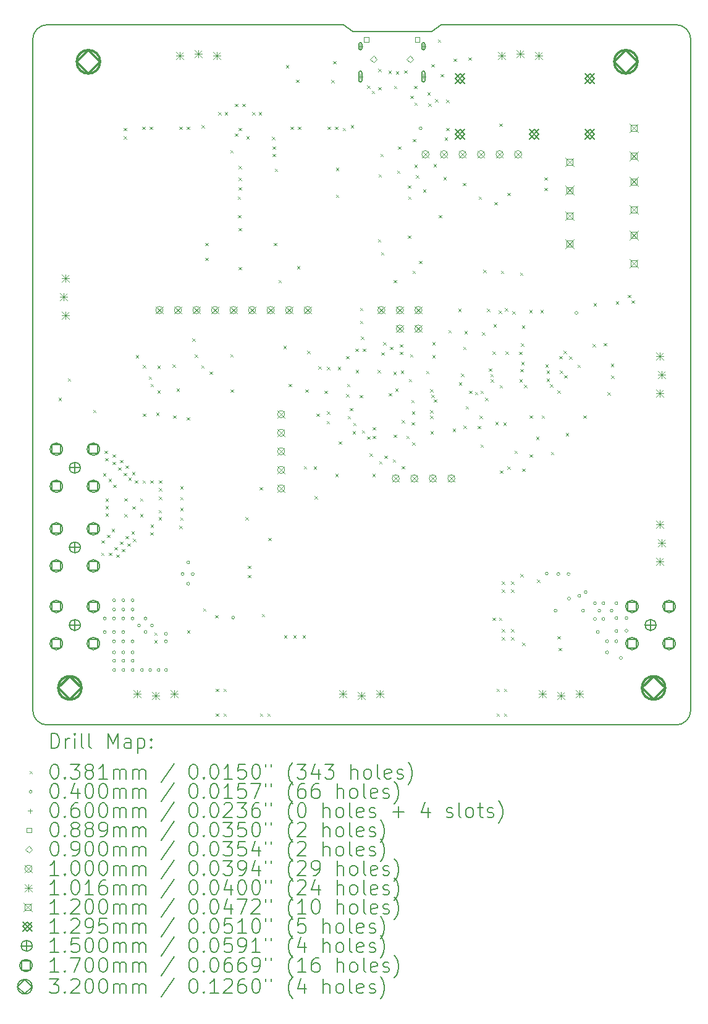
<source format=gbr>
%FSLAX45Y45*%
G04 Gerber Fmt 4.5, Leading zero omitted, Abs format (unit mm)*
G04 Created by KiCad (PCBNEW (6.0.5-0)) date 2023-01-12 14:04:50*
%MOMM*%
%LPD*%
G01*
G04 APERTURE LIST*
%TA.AperFunction,Profile*%
%ADD10C,0.150000*%
%TD*%
%ADD11C,0.200000*%
%ADD12C,0.038100*%
%ADD13C,0.040000*%
%ADD14C,0.060000*%
%ADD15C,0.088900*%
%ADD16C,0.090000*%
%ADD17C,0.100000*%
%ADD18C,0.101600*%
%ADD19C,0.120000*%
%ADD20C,0.129540*%
%ADD21C,0.150000*%
%ADD22C,0.170000*%
%ADD23C,0.320000*%
G04 APERTURE END LIST*
D10*
X10033610Y-5248910D02*
G75*
G03*
X9833610Y-5448910I0J-200000D01*
G01*
X9833610Y-14637410D02*
G75*
G03*
X10033610Y-14837410I200000J0D01*
G01*
X18650610Y-14837410D02*
G75*
G03*
X18850610Y-14637410I0J200000D01*
G01*
X15427610Y-5249910D02*
X15300610Y-5338810D01*
X14221110Y-5338810D02*
X14093110Y-5248910D01*
X14093110Y-5248910D02*
X10033610Y-5248910D01*
X18850610Y-14637410D02*
X18850610Y-5448910D01*
X18850610Y-5448910D02*
G75*
G03*
X18650610Y-5248910I-200000J0D01*
G01*
X18650610Y-5248910D02*
X15427610Y-5249910D01*
X9833610Y-5448910D02*
X9833610Y-14637410D01*
X10033610Y-14837410D02*
X18650610Y-14837410D01*
X15300610Y-5338810D02*
X14221110Y-5338810D01*
D11*
D12*
X10188792Y-10354940D02*
X10226892Y-10393040D01*
X10226892Y-10354940D02*
X10188792Y-10393040D01*
X10314380Y-10088160D02*
X10352480Y-10126260D01*
X10352480Y-10088160D02*
X10314380Y-10126260D01*
X10661651Y-10521950D02*
X10699751Y-10560050D01*
X10699751Y-10521950D02*
X10661651Y-10560050D01*
X10770870Y-12477750D02*
X10808970Y-12515850D01*
X10808970Y-12477750D02*
X10770870Y-12515850D01*
X10777728Y-12307316D02*
X10815828Y-12345416D01*
X10815828Y-12307316D02*
X10777728Y-12345416D01*
X10798556Y-11390884D02*
X10836656Y-11428984D01*
X10836656Y-11390884D02*
X10798556Y-11428984D01*
X10816336Y-11080242D02*
X10854436Y-11118342D01*
X10854436Y-11080242D02*
X10816336Y-11118342D01*
X10826750Y-11182350D02*
X10864850Y-11220450D01*
X10864850Y-11182350D02*
X10826750Y-11220450D01*
X10831480Y-11735800D02*
X10869580Y-11773900D01*
X10869580Y-11735800D02*
X10831480Y-11773900D01*
X10831480Y-11837400D02*
X10869580Y-11875500D01*
X10869580Y-11837400D02*
X10831480Y-11875500D01*
X10831480Y-11939000D02*
X10869580Y-11977100D01*
X10869580Y-11939000D02*
X10831480Y-11977100D01*
X10850880Y-12234164D02*
X10888980Y-12272264D01*
X10888980Y-12234164D02*
X10850880Y-12272264D01*
X10871708Y-11464036D02*
X10909808Y-11502136D01*
X10909808Y-11464036D02*
X10871708Y-11502136D01*
X10877550Y-12477750D02*
X10915650Y-12515850D01*
X10915650Y-12477750D02*
X10877550Y-12515850D01*
X10916920Y-12149836D02*
X10955020Y-12187936D01*
X10955020Y-12149836D02*
X10916920Y-12187936D01*
X10928350Y-11131550D02*
X10966450Y-11169650D01*
X10966450Y-11131550D02*
X10928350Y-11169650D01*
X10928350Y-11233150D02*
X10966450Y-11271250D01*
X10966450Y-11233150D02*
X10928350Y-11271250D01*
X10937748Y-11548364D02*
X10975848Y-11586464D01*
X10975848Y-11548364D02*
X10937748Y-11586464D01*
X10953750Y-12401550D02*
X10991850Y-12439650D01*
X10991850Y-12401550D02*
X10953750Y-12439650D01*
X10979150Y-12503150D02*
X11017250Y-12541250D01*
X11017250Y-12503150D02*
X10979150Y-12541250D01*
X11004550Y-11309350D02*
X11042650Y-11347450D01*
X11042650Y-11309350D02*
X11004550Y-11347450D01*
X11029950Y-11207750D02*
X11068050Y-11245850D01*
X11068050Y-11207750D02*
X11029950Y-11245850D01*
X11029950Y-12325350D02*
X11068050Y-12363450D01*
X11068050Y-12325350D02*
X11029950Y-12363450D01*
X11055350Y-12426950D02*
X11093450Y-12465050D01*
X11093450Y-12426950D02*
X11055350Y-12465050D01*
X11080748Y-6661150D02*
X11118848Y-6699250D01*
X11118848Y-6661150D02*
X11080748Y-6699250D01*
X11080750Y-6775450D02*
X11118850Y-6813550D01*
X11118850Y-6775450D02*
X11080750Y-6813550D01*
X11080750Y-11385550D02*
X11118850Y-11423650D01*
X11118850Y-11385550D02*
X11080750Y-11423650D01*
X11090560Y-11733260D02*
X11128660Y-11771360D01*
X11128660Y-11733260D02*
X11090560Y-11771360D01*
X11090560Y-11949160D02*
X11128660Y-11987260D01*
X11128660Y-11949160D02*
X11090560Y-11987260D01*
X11106150Y-11283950D02*
X11144250Y-11322050D01*
X11144250Y-11283950D02*
X11106150Y-11322050D01*
X11106150Y-12249150D02*
X11144250Y-12287250D01*
X11144250Y-12249150D02*
X11106150Y-12287250D01*
X11131550Y-12350750D02*
X11169650Y-12388850D01*
X11169650Y-12350750D02*
X11131550Y-12388850D01*
X11144250Y-11449050D02*
X11182350Y-11487150D01*
X11182350Y-11449050D02*
X11144250Y-11487150D01*
X11187080Y-12185650D02*
X11225180Y-12223750D01*
X11225180Y-12185650D02*
X11187080Y-12223750D01*
X11195050Y-11372850D02*
X11233150Y-11410950D01*
X11233150Y-11372850D02*
X11195050Y-11410950D01*
X11197138Y-11841365D02*
X11235238Y-11879465D01*
X11235238Y-11841365D02*
X11197138Y-11879465D01*
X11207750Y-12287250D02*
X11245850Y-12325350D01*
X11245850Y-12287250D02*
X11207750Y-12325350D01*
X11233150Y-11486880D02*
X11271250Y-11524980D01*
X11271250Y-11486880D02*
X11233150Y-11524980D01*
X11245850Y-9772650D02*
X11283950Y-9810750D01*
X11283950Y-9772650D02*
X11245850Y-9810750D01*
X11306460Y-11733260D02*
X11344560Y-11771360D01*
X11344560Y-11733260D02*
X11306460Y-11771360D01*
X11306460Y-11949160D02*
X11344560Y-11987260D01*
X11344560Y-11949160D02*
X11306460Y-11987260D01*
X11334496Y-6644640D02*
X11372596Y-6682740D01*
X11372596Y-6644640D02*
X11334496Y-6682740D01*
X11339480Y-11486880D02*
X11377580Y-11524980D01*
X11377580Y-11486880D02*
X11339480Y-11524980D01*
X11343986Y-9908152D02*
X11382086Y-9946252D01*
X11382086Y-9908152D02*
X11343986Y-9946252D01*
X11344560Y-10572750D02*
X11382660Y-10610850D01*
X11382660Y-10572750D02*
X11344560Y-10610850D01*
X11423650Y-10064750D02*
X11461750Y-10102850D01*
X11461750Y-10064750D02*
X11423650Y-10102850D01*
X11436097Y-6644640D02*
X11474197Y-6682740D01*
X11474197Y-6644640D02*
X11436097Y-6682740D01*
X11446160Y-11486880D02*
X11484260Y-11524980D01*
X11484260Y-11486880D02*
X11446160Y-11524980D01*
X11446510Y-12198080D02*
X11484610Y-12236180D01*
X11484610Y-12198080D02*
X11446510Y-12236180D01*
X11449050Y-10166351D02*
X11487150Y-10204451D01*
X11487150Y-10166351D02*
X11449050Y-10204451D01*
X11449050Y-12094210D02*
X11487150Y-12132310D01*
X11487150Y-12094210D02*
X11449050Y-12132310D01*
X11499850Y-13569950D02*
X11537950Y-13608050D01*
X11537950Y-13569950D02*
X11499850Y-13608050D01*
X11499850Y-13673940D02*
X11537950Y-13712040D01*
X11537950Y-13673940D02*
X11499850Y-13712040D01*
X11525250Y-10560050D02*
X11563350Y-10598150D01*
X11563350Y-10560050D02*
X11525250Y-10598150D01*
X11543653Y-9916203D02*
X11581753Y-9954303D01*
X11581753Y-9916203D02*
X11543653Y-9954303D01*
X11543982Y-10255134D02*
X11582082Y-10293234D01*
X11582082Y-10255134D02*
X11543982Y-10293234D01*
X11557920Y-11893280D02*
X11596020Y-11931380D01*
X11596020Y-11893280D02*
X11557920Y-11931380D01*
X11557920Y-11989800D02*
X11596020Y-12027900D01*
X11596020Y-11989800D02*
X11557920Y-12027900D01*
X11563000Y-11486880D02*
X11601100Y-11524980D01*
X11601100Y-11486880D02*
X11563000Y-11524980D01*
X11563000Y-11593560D02*
X11601100Y-11631660D01*
X11601100Y-11593560D02*
X11563000Y-11631660D01*
X11563000Y-11710400D02*
X11601100Y-11748500D01*
X11601100Y-11710400D02*
X11563000Y-11748500D01*
X11751071Y-9898864D02*
X11789171Y-9936964D01*
X11789171Y-9898864D02*
X11751071Y-9936964D01*
X11755664Y-10598150D02*
X11793764Y-10636250D01*
X11793764Y-10598150D02*
X11755664Y-10636250D01*
X11804650Y-10229850D02*
X11842750Y-10267950D01*
X11842750Y-10229850D02*
X11804650Y-10267950D01*
X11842495Y-6644640D02*
X11880595Y-6682740D01*
X11880595Y-6644640D02*
X11842495Y-6682740D01*
X11842750Y-12109451D02*
X11880850Y-12147551D01*
X11880850Y-12109451D02*
X11842750Y-12147551D01*
X11855100Y-11568160D02*
X11893200Y-11606260D01*
X11893200Y-11568160D02*
X11855100Y-11606260D01*
X11855100Y-11715480D02*
X11893200Y-11753580D01*
X11893200Y-11715480D02*
X11855100Y-11753580D01*
X11855100Y-11862800D02*
X11893200Y-11900900D01*
X11893200Y-11862800D02*
X11855100Y-11900900D01*
X11855450Y-11995150D02*
X11893550Y-12033250D01*
X11893550Y-11995150D02*
X11855450Y-12033250D01*
X11944096Y-6644640D02*
X11982196Y-6682740D01*
X11982196Y-6644640D02*
X11944096Y-6682740D01*
X11944350Y-10623550D02*
X11982450Y-10661650D01*
X11982450Y-10623550D02*
X11944350Y-10661650D01*
X11946890Y-13539470D02*
X11984990Y-13577570D01*
X11984990Y-13539470D02*
X11946890Y-13577570D01*
X12020550Y-9544050D02*
X12058650Y-9582150D01*
X12058650Y-9544050D02*
X12020550Y-9582150D01*
X12053217Y-9764012D02*
X12091317Y-9802112D01*
X12091317Y-9764012D02*
X12053217Y-9802112D01*
X12144826Y-9913245D02*
X12182926Y-9951345D01*
X12182926Y-9913245D02*
X12144826Y-9951345D01*
X12147550Y-6623050D02*
X12185650Y-6661150D01*
X12185650Y-6623050D02*
X12147550Y-6661150D01*
X12166725Y-13241146D02*
X12204825Y-13279246D01*
X12204825Y-13241146D02*
X12166725Y-13279246D01*
X12198350Y-8235953D02*
X12236450Y-8274053D01*
X12236450Y-8235953D02*
X12198350Y-8274053D01*
X12198350Y-8439150D02*
X12236450Y-8477250D01*
X12236450Y-8439150D02*
X12198350Y-8477250D01*
X12259310Y-9996170D02*
X12297410Y-10034270D01*
X12297410Y-9996170D02*
X12259310Y-10034270D01*
X12335160Y-13333460D02*
X12373260Y-13371560D01*
X12373260Y-13333460D02*
X12335160Y-13371560D01*
X12343320Y-14339750D02*
X12381420Y-14377850D01*
X12381420Y-14339750D02*
X12343320Y-14377850D01*
X12343320Y-14679750D02*
X12381420Y-14717850D01*
X12381420Y-14679750D02*
X12343320Y-14717850D01*
X12376150Y-6445250D02*
X12414250Y-6483350D01*
X12414250Y-6445250D02*
X12376150Y-6483350D01*
X12446000Y-14339750D02*
X12484100Y-14377850D01*
X12484100Y-14339750D02*
X12446000Y-14377850D01*
X12446000Y-14679750D02*
X12484100Y-14717850D01*
X12484100Y-14679750D02*
X12446000Y-14717850D01*
X12466653Y-6445250D02*
X12504753Y-6483350D01*
X12504753Y-6445250D02*
X12466653Y-6483350D01*
X12541249Y-9759951D02*
X12579349Y-9798051D01*
X12579349Y-9759951D02*
X12541249Y-9798051D01*
X12541250Y-6965950D02*
X12579350Y-7004050D01*
X12579350Y-6965950D02*
X12541250Y-7004050D01*
X12543860Y-10242550D02*
X12581960Y-10280650D01*
X12581960Y-10242550D02*
X12543860Y-10280650D01*
X12603353Y-6330950D02*
X12641453Y-6369050D01*
X12641453Y-6330950D02*
X12603353Y-6369050D01*
X12604750Y-6737350D02*
X12642850Y-6775450D01*
X12642850Y-6737350D02*
X12604750Y-6775450D01*
X12642850Y-7600950D02*
X12680950Y-7639050D01*
X12680950Y-7600950D02*
X12642850Y-7639050D01*
X12644882Y-7853680D02*
X12682982Y-7891780D01*
X12682982Y-7853680D02*
X12644882Y-7891780D01*
X12654153Y-6661144D02*
X12692253Y-6699244D01*
X12692253Y-6661144D02*
X12654153Y-6699244D01*
X12655550Y-7181850D02*
X12693650Y-7219950D01*
X12693650Y-7181850D02*
X12655550Y-7219950D01*
X12655550Y-7344410D02*
X12693650Y-7382510D01*
X12693650Y-7344410D02*
X12655550Y-7382510D01*
X12655550Y-7473950D02*
X12693650Y-7512050D01*
X12693650Y-7473950D02*
X12655550Y-7512050D01*
X12655550Y-8032750D02*
X12693650Y-8070850D01*
X12693650Y-8032750D02*
X12655550Y-8070850D01*
X12655550Y-8566150D02*
X12693650Y-8604250D01*
X12693650Y-8566150D02*
X12655550Y-8604250D01*
X12704953Y-6330950D02*
X12743053Y-6369050D01*
X12743053Y-6330950D02*
X12704953Y-6369050D01*
X12746990Y-11992610D02*
X12785090Y-12030710D01*
X12785090Y-11992610D02*
X12746990Y-12030710D01*
X12760961Y-6775908D02*
X12799061Y-6814008D01*
X12799061Y-6775908D02*
X12760961Y-6814008D01*
X12782550Y-12655550D02*
X12820650Y-12693650D01*
X12820650Y-12655550D02*
X12782550Y-12693650D01*
X12782550Y-12782550D02*
X12820650Y-12820650D01*
X12820650Y-12782550D02*
X12782550Y-12820650D01*
X12841653Y-6444996D02*
X12879753Y-6483096D01*
X12879753Y-6444996D02*
X12841653Y-6483096D01*
X12932156Y-6444996D02*
X12970256Y-6483096D01*
X12970256Y-6444996D02*
X12932156Y-6483096D01*
X12944760Y-11578320D02*
X12982860Y-11616420D01*
X12982860Y-11578320D02*
X12944760Y-11616420D01*
X12947650Y-14679750D02*
X12985750Y-14717850D01*
X12985750Y-14679750D02*
X12947650Y-14717850D01*
X12974720Y-13317620D02*
X13012820Y-13355720D01*
X13012820Y-13317620D02*
X12974720Y-13355720D01*
X13049250Y-14679750D02*
X13087350Y-14717850D01*
X13087350Y-14679750D02*
X13049250Y-14717850D01*
X13061950Y-12274550D02*
X13100050Y-12312650D01*
X13100050Y-12274550D02*
X13061950Y-12312650D01*
X13112242Y-6784848D02*
X13150342Y-6822948D01*
X13150342Y-6784848D02*
X13112242Y-6822948D01*
X13122910Y-6913880D02*
X13161010Y-6951980D01*
X13161010Y-6913880D02*
X13122910Y-6951980D01*
X13122910Y-7015481D02*
X13161010Y-7053581D01*
X13161010Y-7015481D02*
X13122910Y-7053581D01*
X13138150Y-8235948D02*
X13176250Y-8274048D01*
X13176250Y-8235948D02*
X13138150Y-8274048D01*
X13150850Y-7219950D02*
X13188950Y-7258050D01*
X13188950Y-7219950D02*
X13150850Y-7258050D01*
X13201650Y-8743950D02*
X13239750Y-8782050D01*
X13239750Y-8743950D02*
X13201650Y-8782050D01*
X13269421Y-9645650D02*
X13307521Y-9683750D01*
X13307521Y-9645650D02*
X13269421Y-9683750D01*
X13277850Y-13608050D02*
X13315950Y-13646150D01*
X13315950Y-13608050D02*
X13277850Y-13646150D01*
X13303250Y-5803900D02*
X13341350Y-5842000D01*
X13341350Y-5803900D02*
X13303250Y-5842000D01*
X13341350Y-10166350D02*
X13379450Y-10204450D01*
X13379450Y-10166350D02*
X13341350Y-10204450D01*
X13366496Y-6644640D02*
X13404596Y-6682740D01*
X13404596Y-6644640D02*
X13366496Y-6682740D01*
X13404850Y-13608050D02*
X13442950Y-13646150D01*
X13442950Y-13608050D02*
X13404850Y-13646150D01*
X13442950Y-6000750D02*
X13481050Y-6038850D01*
X13481050Y-6000750D02*
X13442950Y-6038850D01*
X13455653Y-8553450D02*
X13493753Y-8591550D01*
X13493753Y-8553450D02*
X13455653Y-8591550D01*
X13468097Y-6644640D02*
X13506197Y-6682740D01*
X13506197Y-6644640D02*
X13468097Y-6682740D01*
X13531850Y-13608050D02*
X13569950Y-13646150D01*
X13569950Y-13608050D02*
X13531850Y-13646150D01*
X13547090Y-11294110D02*
X13585190Y-11332210D01*
X13585190Y-11294110D02*
X13547090Y-11332210D01*
X13569950Y-10242550D02*
X13608050Y-10280650D01*
X13608050Y-10242550D02*
X13569950Y-10280650D01*
X13595350Y-9712009D02*
X13633450Y-9750109D01*
X13633450Y-9712009D02*
X13595350Y-9750109D01*
X13684250Y-11296650D02*
X13722350Y-11334750D01*
X13722350Y-11296650D02*
X13684250Y-11334750D01*
X13696950Y-11703050D02*
X13735050Y-11741150D01*
X13735050Y-11703050D02*
X13696950Y-11741150D01*
X13722350Y-10572750D02*
X13760450Y-10610850D01*
X13760450Y-10572750D02*
X13722350Y-10610850D01*
X13747750Y-9925048D02*
X13785850Y-9963148D01*
X13785850Y-9925048D02*
X13747750Y-9963148D01*
X13834150Y-10258050D02*
X13872250Y-10296150D01*
X13872250Y-10258050D02*
X13834150Y-10296150D01*
X13862050Y-10674350D02*
X13900150Y-10712450D01*
X13900150Y-10674350D02*
X13862050Y-10712450D01*
X13864590Y-9934892D02*
X13902690Y-9972992D01*
X13902690Y-9934892D02*
X13864590Y-9972992D01*
X13867183Y-10542532D02*
X13905283Y-10580632D01*
X13905283Y-10542532D02*
X13867183Y-10580632D01*
X13874495Y-6644640D02*
X13912595Y-6682740D01*
X13912595Y-6644640D02*
X13874495Y-6682740D01*
X13925550Y-6007100D02*
X13963650Y-6045200D01*
X13963650Y-6007100D02*
X13925550Y-6045200D01*
X13950950Y-5746747D02*
X13989050Y-5784847D01*
X13989050Y-5746747D02*
X13950950Y-5784847D01*
X13976096Y-6644640D02*
X14014196Y-6682740D01*
X14014196Y-6644640D02*
X13976096Y-6682740D01*
X13981430Y-11397742D02*
X14019530Y-11435842D01*
X14019530Y-11397742D02*
X13981430Y-11435842D01*
X13989050Y-7207250D02*
X14027150Y-7245350D01*
X14027150Y-7207250D02*
X13989050Y-7245350D01*
X13989050Y-7575550D02*
X14027150Y-7613650D01*
X14027150Y-7575550D02*
X13989050Y-7613650D01*
X14014450Y-9934892D02*
X14052550Y-9972992D01*
X14052550Y-9934892D02*
X14014450Y-9972992D01*
X14027150Y-10953750D02*
X14065250Y-10991850D01*
X14065250Y-10953750D02*
X14027150Y-10991850D01*
X14080149Y-6661506D02*
X14118249Y-6699606D01*
X14118249Y-6661506D02*
X14080149Y-6699606D01*
X14128750Y-9785350D02*
X14166850Y-9823450D01*
X14166850Y-9785350D02*
X14128750Y-9823450D01*
X14128750Y-10306050D02*
X14166850Y-10344150D01*
X14166850Y-10306050D02*
X14128750Y-10344150D01*
X14141450Y-10166349D02*
X14179550Y-10204449D01*
X14179550Y-10166349D02*
X14141450Y-10204449D01*
X14151209Y-10607910D02*
X14189309Y-10646010D01*
X14189309Y-10607910D02*
X14151209Y-10646010D01*
X14179550Y-10496550D02*
X14217650Y-10534650D01*
X14217650Y-10496550D02*
X14179550Y-10534650D01*
X14191488Y-6623304D02*
X14229588Y-6661404D01*
X14229588Y-6623304D02*
X14191488Y-6661404D01*
X14217650Y-10814050D02*
X14255750Y-10852150D01*
X14255750Y-10814050D02*
X14217650Y-10852150D01*
X14225950Y-10700010D02*
X14264050Y-10738110D01*
X14264050Y-10700010D02*
X14225950Y-10738110D01*
X14255750Y-9683754D02*
X14293850Y-9721854D01*
X14293850Y-9683754D02*
X14255750Y-9721854D01*
X14259676Y-9975851D02*
X14297776Y-10013951D01*
X14297776Y-9975851D02*
X14259676Y-10013951D01*
X14316325Y-10319705D02*
X14354425Y-10357805D01*
X14354425Y-10319705D02*
X14316325Y-10357805D01*
X14319250Y-9124950D02*
X14357350Y-9163050D01*
X14357350Y-9124950D02*
X14319250Y-9163050D01*
X14319250Y-9302751D02*
X14357350Y-9340851D01*
X14357350Y-9302751D02*
X14319250Y-9340851D01*
X14330806Y-9517505D02*
X14368906Y-9555605D01*
X14368906Y-9517505D02*
X14330806Y-9555605D01*
X14344650Y-10801350D02*
X14382750Y-10839450D01*
X14382750Y-10801350D02*
X14344650Y-10839450D01*
X14357350Y-9683750D02*
X14395450Y-9721850D01*
X14395450Y-9683750D02*
X14357350Y-9721850D01*
X14416278Y-6083046D02*
X14454378Y-6121146D01*
X14454378Y-6083046D02*
X14416278Y-6121146D01*
X14418229Y-10887710D02*
X14456329Y-10925810D01*
X14456329Y-10887710D02*
X14418229Y-10925810D01*
X14451612Y-11117464D02*
X14489712Y-11155564D01*
X14489712Y-11117464D02*
X14451612Y-11155564D01*
X14479270Y-6153150D02*
X14517370Y-6191250D01*
X14517370Y-6153150D02*
X14479270Y-6191250D01*
X14490252Y-11397742D02*
X14528352Y-11435842D01*
X14528352Y-11397742D02*
X14490252Y-11435842D01*
X14491890Y-10877436D02*
X14529990Y-10915536D01*
X14529990Y-10877436D02*
X14491890Y-10915536D01*
X14492208Y-10761090D02*
X14530308Y-10799190D01*
X14530308Y-10761090D02*
X14492208Y-10799190D01*
X14560550Y-9975847D02*
X14598650Y-10013947D01*
X14598650Y-9975847D02*
X14560550Y-10013947D01*
X14565630Y-8185150D02*
X14603730Y-8223250D01*
X14603730Y-8185150D02*
X14565630Y-8223250D01*
X14566900Y-5854701D02*
X14605000Y-5892801D01*
X14605000Y-5854701D02*
X14566900Y-5892801D01*
X14569001Y-6102350D02*
X14607101Y-6140450D01*
X14607101Y-6102350D02*
X14569001Y-6140450D01*
X14573250Y-7296150D02*
X14611350Y-7334250D01*
X14611350Y-7296150D02*
X14573250Y-7334250D01*
X14579600Y-11226799D02*
X14617700Y-11264899D01*
X14617700Y-11226799D02*
X14579600Y-11264899D01*
X14598650Y-7016750D02*
X14636750Y-7054850D01*
X14636750Y-7016750D02*
X14598650Y-7054850D01*
X14605001Y-8362950D02*
X14643101Y-8401050D01*
X14643101Y-8362950D02*
X14605001Y-8401050D01*
X14611350Y-9734550D02*
X14649450Y-9772650D01*
X14649450Y-9734550D02*
X14611350Y-9772650D01*
X14636750Y-9594850D02*
X14674850Y-9632950D01*
X14674850Y-9594850D02*
X14636750Y-9632950D01*
X14652659Y-11149091D02*
X14690759Y-11187191D01*
X14690759Y-11149091D02*
X14652659Y-11187191D01*
X14707869Y-5878830D02*
X14745969Y-5916930D01*
X14745969Y-5878830D02*
X14707869Y-5916930D01*
X14712950Y-10293350D02*
X14751050Y-10331450D01*
X14751050Y-10293350D02*
X14712950Y-10331450D01*
X14728184Y-9659364D02*
X14766284Y-9697464D01*
X14766284Y-9659364D02*
X14728184Y-9697464D01*
X14768830Y-11200130D02*
X14806930Y-11238230D01*
X14806930Y-11200130D02*
X14768830Y-11238230D01*
X14776450Y-10001249D02*
X14814550Y-10039349D01*
X14814550Y-10001249D02*
X14776450Y-10039349D01*
X14778736Y-8743696D02*
X14816836Y-8781796D01*
X14816836Y-8743696D02*
X14778736Y-8781796D01*
X14778956Y-10858953D02*
X14817056Y-10897053D01*
X14817056Y-10858953D02*
X14778956Y-10897053D01*
X14786610Y-6087110D02*
X14824710Y-6125210D01*
X14824710Y-6087110D02*
X14786610Y-6125210D01*
X14801852Y-10229850D02*
X14839952Y-10267950D01*
X14839952Y-10229850D02*
X14801852Y-10267950D01*
X14812010Y-5886450D02*
X14850110Y-5924550D01*
X14850110Y-5886450D02*
X14812010Y-5924550D01*
X14827254Y-7245350D02*
X14865354Y-7283450D01*
X14865354Y-7245350D02*
X14827254Y-7283450D01*
X14839950Y-6915150D02*
X14878050Y-6953250D01*
X14878050Y-6915150D02*
X14839950Y-6953250D01*
X14865351Y-9626600D02*
X14903451Y-9664700D01*
X14903451Y-9626600D02*
X14865351Y-9664700D01*
X14866450Y-9728200D02*
X14904550Y-9766300D01*
X14904550Y-9728200D02*
X14866450Y-9766300D01*
X14878732Y-9983839D02*
X14916832Y-10021939D01*
X14916832Y-9983839D02*
X14878732Y-10021939D01*
X14890750Y-11291888D02*
X14928850Y-11329988D01*
X14928850Y-11291888D02*
X14890750Y-11329988D01*
X14891258Y-10660380D02*
X14929358Y-10698480D01*
X14929358Y-10660380D02*
X14891258Y-10698480D01*
X14922502Y-5873750D02*
X14960602Y-5911850D01*
X14960602Y-5873750D02*
X14922502Y-5911850D01*
X14954250Y-10877550D02*
X14992350Y-10915650D01*
X14992350Y-10877550D02*
X14954250Y-10915650D01*
X14973300Y-7448550D02*
X15011400Y-7486650D01*
X15011400Y-7448550D02*
X14973300Y-7486650D01*
X14973300Y-8134350D02*
X15011400Y-8172450D01*
X15011400Y-8134350D02*
X14973300Y-8172450D01*
X14979650Y-7600950D02*
X15017750Y-7639050D01*
X15017750Y-7600950D02*
X14979650Y-7639050D01*
X14989810Y-10100310D02*
X15027910Y-10138410D01*
X15027910Y-10100310D02*
X14989810Y-10138410D01*
X15005050Y-9759949D02*
X15043150Y-9798049D01*
X15043150Y-9759949D02*
X15005050Y-9798049D01*
X15010130Y-6219190D02*
X15048230Y-6257290D01*
X15048230Y-6219190D02*
X15010130Y-6257290D01*
X15019707Y-10387143D02*
X15057807Y-10425243D01*
X15057807Y-10387143D02*
X15019707Y-10425243D01*
X15025370Y-10692130D02*
X15063470Y-10730230D01*
X15063470Y-10692130D02*
X15025370Y-10730230D01*
X15030450Y-10542269D02*
X15068550Y-10580369D01*
X15068550Y-10542269D02*
X15030450Y-10580369D01*
X15035515Y-10966944D02*
X15073615Y-11005044D01*
X15073615Y-10966944D02*
X15035515Y-11005044D01*
X15036800Y-8616950D02*
X15074900Y-8655050D01*
X15074900Y-8616950D02*
X15036800Y-8655050D01*
X15043150Y-6813550D02*
X15081250Y-6851650D01*
X15081250Y-6813550D02*
X15043150Y-6851650D01*
X15058390Y-6084570D02*
X15096490Y-6122670D01*
X15096490Y-6084570D02*
X15058390Y-6122670D01*
X15063433Y-7164107D02*
X15101533Y-7202207D01*
X15101533Y-7164107D02*
X15063433Y-7202207D01*
X15066010Y-6315710D02*
X15104110Y-6353810D01*
X15104110Y-6315710D02*
X15066010Y-6353810D01*
X15083790Y-7308850D02*
X15121890Y-7346950D01*
X15121890Y-7308850D02*
X15083790Y-7346950D01*
X15125700Y-8483600D02*
X15163800Y-8521700D01*
X15163800Y-8483600D02*
X15125700Y-8521700D01*
X15182850Y-7505700D02*
X15220950Y-7543800D01*
X15220950Y-7505700D02*
X15182850Y-7543800D01*
X15223490Y-9988550D02*
X15261590Y-10026650D01*
X15261590Y-9988550D02*
X15223490Y-10026650D01*
X15243810Y-6176010D02*
X15281910Y-6214110D01*
X15281910Y-6176010D02*
X15243810Y-6214110D01*
X15254354Y-6324855D02*
X15292454Y-6362955D01*
X15292454Y-6324855D02*
X15254354Y-6362955D01*
X15278100Y-10528300D02*
X15316200Y-10566400D01*
X15316200Y-10528300D02*
X15278100Y-10566400D01*
X15279370Y-10603230D02*
X15317470Y-10641330D01*
X15317470Y-10603230D02*
X15279370Y-10641330D01*
X15280894Y-10237216D02*
X15318994Y-10275316D01*
X15318994Y-10237216D02*
X15280894Y-10275316D01*
X15284450Y-10814050D02*
X15322550Y-10852150D01*
X15322550Y-10814050D02*
X15284450Y-10852150D01*
X15295070Y-10314125D02*
X15333170Y-10352225D01*
X15333170Y-10314125D02*
X15295070Y-10352225D01*
X15297150Y-5788661D02*
X15335250Y-5826761D01*
X15335250Y-5788661D02*
X15297150Y-5826761D01*
X15309850Y-9594850D02*
X15347950Y-9632950D01*
X15347950Y-9594850D02*
X15309850Y-9632950D01*
X15309850Y-9772650D02*
X15347950Y-9810750D01*
X15347950Y-9772650D02*
X15309850Y-9810750D01*
X15325090Y-7156450D02*
X15363190Y-7194550D01*
X15363190Y-7156450D02*
X15325090Y-7194550D01*
X15328946Y-10376660D02*
X15367046Y-10414760D01*
X15367046Y-10376660D02*
X15328946Y-10414760D01*
X15348204Y-6265418D02*
X15386304Y-6303518D01*
X15386304Y-6265418D02*
X15348204Y-6303518D01*
X15387065Y-5449937D02*
X15425165Y-5488037D01*
X15425165Y-5449937D02*
X15387065Y-5488037D01*
X15398750Y-7854955D02*
X15436850Y-7893055D01*
X15436850Y-7854955D02*
X15398750Y-7893055D01*
X15424150Y-5924548D02*
X15462250Y-5962648D01*
X15462250Y-5924548D02*
X15424150Y-5962648D01*
X15462250Y-7334250D02*
X15500350Y-7372350D01*
X15500350Y-7334250D02*
X15462250Y-7372350D01*
X15477490Y-6793230D02*
X15515590Y-6831330D01*
X15515590Y-6793230D02*
X15477490Y-6831330D01*
X15500350Y-6275070D02*
X15538450Y-6313170D01*
X15538450Y-6275070D02*
X15500350Y-6313170D01*
X15501369Y-6661429D02*
X15539469Y-6699529D01*
X15539469Y-6661429D02*
X15501369Y-6699529D01*
X15531592Y-9429496D02*
X15569692Y-9467596D01*
X15569692Y-9429496D02*
X15531592Y-9467596D01*
X15589250Y-10781409D02*
X15627350Y-10819509D01*
X15627350Y-10781409D02*
X15589250Y-10819509D01*
X15601950Y-5715000D02*
X15640050Y-5753100D01*
X15640050Y-5715000D02*
X15601950Y-5753100D01*
X15665450Y-9137650D02*
X15703550Y-9175750D01*
X15703550Y-9137650D02*
X15665450Y-9175750D01*
X15673578Y-10143998D02*
X15711678Y-10182098D01*
X15711678Y-10143998D02*
X15673578Y-10182098D01*
X15703550Y-10026650D02*
X15741650Y-10064750D01*
X15741650Y-10026650D02*
X15703550Y-10064750D01*
X15728949Y-7416801D02*
X15767049Y-7454901D01*
X15767049Y-7416801D02*
X15728949Y-7454901D01*
X15731744Y-9656826D02*
X15769844Y-9694926D01*
X15769844Y-9656826D02*
X15731744Y-9694926D01*
X15736817Y-10736388D02*
X15774917Y-10774488D01*
X15774917Y-10736388D02*
X15736817Y-10774488D01*
X15749778Y-9443466D02*
X15787878Y-9481566D01*
X15787878Y-9443466D02*
X15749778Y-9481566D01*
X15767050Y-10471150D02*
X15805150Y-10509250D01*
X15805150Y-10471150D02*
X15767050Y-10509250D01*
X15805150Y-5695950D02*
X15843250Y-5734050D01*
X15843250Y-5695950D02*
X15805150Y-5734050D01*
X15811500Y-10261600D02*
X15849600Y-10299700D01*
X15849600Y-10261600D02*
X15811500Y-10299700D01*
X15894050Y-10278590D02*
X15932150Y-10316690D01*
X15932150Y-10278590D02*
X15894050Y-10316690D01*
X15932150Y-10742164D02*
X15970250Y-10780264D01*
X15970250Y-10742164D02*
X15932150Y-10780264D01*
X15944850Y-7600955D02*
X15982950Y-7639055D01*
X15982950Y-7600955D02*
X15944850Y-7639055D01*
X15957550Y-10601641D02*
X15995650Y-10639741D01*
X15995650Y-10601641D02*
X15957550Y-10639741D01*
X15969004Y-10260557D02*
X16007104Y-10298657D01*
X16007104Y-10260557D02*
X15969004Y-10298657D01*
X15970250Y-10998200D02*
X16008350Y-11036300D01*
X16008350Y-10998200D02*
X15970250Y-11036300D01*
X15990062Y-9460104D02*
X16028162Y-9498204D01*
X16028162Y-9460104D02*
X15990062Y-9498204D01*
X16008350Y-8604250D02*
X16046450Y-8642350D01*
X16046450Y-8604250D02*
X16008350Y-8642350D01*
X16034894Y-10357995D02*
X16072994Y-10396095D01*
X16072994Y-10357995D02*
X16034894Y-10396095D01*
X16059150Y-9137650D02*
X16097250Y-9175750D01*
X16097250Y-9137650D02*
X16059150Y-9175750D01*
X16084550Y-9956800D02*
X16122650Y-9994900D01*
X16122650Y-9956800D02*
X16084550Y-9994900D01*
X16103600Y-10033000D02*
X16141700Y-10071100D01*
X16141700Y-10033000D02*
X16103600Y-10071100D01*
X16109394Y-10103885D02*
X16147494Y-10141985D01*
X16147494Y-10103885D02*
X16109394Y-10141985D01*
X16135350Y-9721850D02*
X16173450Y-9759950D01*
X16173450Y-9721850D02*
X16135350Y-9759950D01*
X16135350Y-13366750D02*
X16173450Y-13404850D01*
X16173450Y-13366750D02*
X16135350Y-13404850D01*
X16146526Y-9349104D02*
X16184626Y-9387204D01*
X16184626Y-9349104D02*
X16146526Y-9387204D01*
X16160750Y-7677150D02*
X16198850Y-7715250D01*
X16198850Y-7677150D02*
X16160750Y-7715250D01*
X16173450Y-10687050D02*
X16211550Y-10725150D01*
X16211550Y-10687050D02*
X16173450Y-10725150D01*
X16189222Y-14339750D02*
X16227322Y-14377850D01*
X16227322Y-14339750D02*
X16189222Y-14377850D01*
X16189222Y-14679750D02*
X16227322Y-14717850D01*
X16227322Y-14679750D02*
X16189222Y-14717850D01*
X16219424Y-9162542D02*
X16257524Y-9200642D01*
X16257524Y-9162542D02*
X16219424Y-9200642D01*
X16224250Y-13366750D02*
X16262350Y-13404850D01*
X16262350Y-13366750D02*
X16224250Y-13404850D01*
X16229550Y-6600190D02*
X16267650Y-6638290D01*
X16267650Y-6600190D02*
X16229550Y-6638290D01*
X16234410Y-10185400D02*
X16272510Y-10223500D01*
X16272510Y-10185400D02*
X16234410Y-10223500D01*
X16236950Y-11353800D02*
X16275050Y-11391900D01*
X16275050Y-11353800D02*
X16236950Y-11391900D01*
X16249650Y-8616954D02*
X16287750Y-8655054D01*
X16287750Y-8616954D02*
X16249650Y-8655054D01*
X16262350Y-12871450D02*
X16300450Y-12909550D01*
X16300450Y-12871450D02*
X16262350Y-12909550D01*
X16262350Y-12981250D02*
X16300450Y-13019350D01*
X16300450Y-12981250D02*
X16262350Y-13019350D01*
X16262350Y-13523650D02*
X16300450Y-13561750D01*
X16300450Y-13523650D02*
X16262350Y-13561750D01*
X16262350Y-13633450D02*
X16300450Y-13671550D01*
X16300450Y-13633450D02*
X16262350Y-13671550D01*
X16284891Y-10697435D02*
X16322991Y-10735535D01*
X16322991Y-10697435D02*
X16284891Y-10735535D01*
X16291902Y-14339750D02*
X16330002Y-14377850D01*
X16330002Y-14339750D02*
X16291902Y-14377850D01*
X16291902Y-14679750D02*
X16330002Y-14717850D01*
X16330002Y-14679750D02*
X16291902Y-14717850D01*
X16303752Y-9129522D02*
X16341852Y-9167622D01*
X16341852Y-9129522D02*
X16303752Y-9167622D01*
X16311880Y-9720834D02*
X16349980Y-9758934D01*
X16349980Y-9720834D02*
X16311880Y-9758934D01*
X16338547Y-11296650D02*
X16376647Y-11334750D01*
X16376647Y-11296650D02*
X16338547Y-11334750D01*
X16338550Y-7550149D02*
X16376650Y-7588249D01*
X16376650Y-7550149D02*
X16338550Y-7588249D01*
X16389350Y-12871450D02*
X16427450Y-12909550D01*
X16427450Y-12871450D02*
X16389350Y-12909550D01*
X16389350Y-12981250D02*
X16427450Y-13019350D01*
X16427450Y-12981250D02*
X16389350Y-13019350D01*
X16389350Y-13523650D02*
X16427450Y-13561750D01*
X16427450Y-13523650D02*
X16389350Y-13561750D01*
X16389350Y-13633450D02*
X16427450Y-13671550D01*
X16427450Y-13633450D02*
X16389350Y-13671550D01*
X16407638Y-9170162D02*
X16445738Y-9208262D01*
X16445738Y-9170162D02*
X16407638Y-9208262D01*
X16433799Y-11080750D02*
X16471899Y-11118850D01*
X16471899Y-11080750D02*
X16433799Y-11118850D01*
X16497300Y-9728200D02*
X16535400Y-9766300D01*
X16535400Y-9728200D02*
X16497300Y-9766300D01*
X16503185Y-10102850D02*
X16541285Y-10140950D01*
X16541285Y-10102850D02*
X16503185Y-10140950D01*
X16510000Y-8642350D02*
X16548100Y-8680450D01*
X16548100Y-8642350D02*
X16510000Y-8680450D01*
X16516308Y-9963150D02*
X16554408Y-10001250D01*
X16554408Y-9963150D02*
X16516308Y-10001250D01*
X16516350Y-12769850D02*
X16554450Y-12807950D01*
X16554450Y-12769850D02*
X16516350Y-12807950D01*
X16522700Y-9613900D02*
X16560800Y-9652000D01*
X16560800Y-9613900D02*
X16522700Y-9652000D01*
X16529370Y-9866289D02*
X16567470Y-9904389D01*
X16567470Y-9866289D02*
X16529370Y-9904389D01*
X16535908Y-9364980D02*
X16574008Y-9403080D01*
X16574008Y-9364980D02*
X16535908Y-9403080D01*
X16541750Y-11328400D02*
X16579850Y-11366500D01*
X16579850Y-11328400D02*
X16541750Y-11366500D01*
X16541750Y-13709651D02*
X16579850Y-13747751D01*
X16579850Y-13709651D02*
X16541750Y-13747751D01*
X16567150Y-10179050D02*
X16605250Y-10217150D01*
X16605250Y-10179050D02*
X16567150Y-10217150D01*
X16640808Y-9155908D02*
X16678908Y-9194008D01*
X16678908Y-9155908D02*
X16640808Y-9194008D01*
X16643350Y-10598150D02*
X16681450Y-10636250D01*
X16681450Y-10598150D02*
X16643350Y-10636250D01*
X16643350Y-11131550D02*
X16681450Y-11169650D01*
X16681450Y-11131550D02*
X16643350Y-11169650D01*
X16732249Y-10890250D02*
X16770349Y-10928350D01*
X16770349Y-10890250D02*
X16732249Y-10928350D01*
X16744950Y-12846050D02*
X16783050Y-12884150D01*
X16783050Y-12846050D02*
X16744950Y-12884150D01*
X16791940Y-9153906D02*
X16830040Y-9192006D01*
X16830040Y-9153906D02*
X16791940Y-9192006D01*
X16808450Y-10598150D02*
X16846550Y-10636250D01*
X16846550Y-10598150D02*
X16808450Y-10636250D01*
X16846550Y-7336800D02*
X16884650Y-7374900D01*
X16884650Y-7336800D02*
X16846550Y-7374900D01*
X16846550Y-7484100D02*
X16884650Y-7522200D01*
X16884650Y-7484100D02*
X16846550Y-7522200D01*
X16859250Y-9899650D02*
X16897350Y-9937750D01*
X16897350Y-9899650D02*
X16859250Y-9937750D01*
X16875003Y-9983850D02*
X16913103Y-10021950D01*
X16913103Y-9983850D02*
X16875003Y-10021950D01*
X16875643Y-10094850D02*
X16913743Y-10132950D01*
X16913743Y-10094850D02*
X16875643Y-10132950D01*
X16922562Y-10169022D02*
X16960662Y-10207122D01*
X16960662Y-10169022D02*
X16922562Y-10207122D01*
X16935450Y-11099800D02*
X16973550Y-11137900D01*
X16973550Y-11099800D02*
X16935450Y-11137900D01*
X17024350Y-10255250D02*
X17062450Y-10293350D01*
X17062450Y-10255250D02*
X17024350Y-10293350D01*
X17024350Y-13620750D02*
X17062450Y-13658850D01*
X17062450Y-13620750D02*
X17024350Y-13658850D01*
X17041401Y-13782633D02*
X17079501Y-13820733D01*
X17079501Y-13782633D02*
X17041401Y-13820733D01*
X17049750Y-9786748D02*
X17087850Y-9824848D01*
X17087850Y-9786748D02*
X17049750Y-9824848D01*
X17057560Y-9985600D02*
X17095660Y-10023700D01*
X17095660Y-9985600D02*
X17057560Y-10023700D01*
X17110545Y-9714144D02*
X17148645Y-9752244D01*
X17148645Y-9714144D02*
X17110545Y-9752244D01*
X17117074Y-10045910D02*
X17155174Y-10084010D01*
X17155174Y-10045910D02*
X17117074Y-10084010D01*
X17138650Y-10839450D02*
X17176750Y-10877550D01*
X17176750Y-10839450D02*
X17138650Y-10877550D01*
X17186560Y-9790160D02*
X17224660Y-9828260D01*
X17224660Y-9790160D02*
X17186560Y-9828260D01*
X17300860Y-9904460D02*
X17338960Y-9942560D01*
X17338960Y-9904460D02*
X17300860Y-9942560D01*
X17379950Y-10598153D02*
X17418050Y-10636253D01*
X17418050Y-10598153D02*
X17379950Y-10636253D01*
X17506950Y-9620248D02*
X17545050Y-9658348D01*
X17545050Y-9620248D02*
X17506950Y-9658348D01*
X17519650Y-9061450D02*
X17557750Y-9099550D01*
X17557750Y-9061450D02*
X17519650Y-9099550D01*
X17659350Y-9607545D02*
X17697450Y-9645645D01*
X17697450Y-9607545D02*
X17659350Y-9645645D01*
X17710149Y-10280650D02*
X17748249Y-10318750D01*
X17748249Y-10280650D02*
X17710149Y-10318750D01*
X17754601Y-9893300D02*
X17792701Y-9931400D01*
X17792701Y-9893300D02*
X17754601Y-9931400D01*
X17760950Y-10052050D02*
X17799050Y-10090150D01*
X17799050Y-10052050D02*
X17760950Y-10090150D01*
X17824450Y-9036049D02*
X17862550Y-9074149D01*
X17862550Y-9036049D02*
X17824450Y-9074149D01*
X17989546Y-8947150D02*
X18027646Y-8985250D01*
X18027646Y-8947150D02*
X17989546Y-8985250D01*
X18040350Y-9023350D02*
X18078450Y-9061450D01*
X18078450Y-9023350D02*
X18040350Y-9061450D01*
D13*
X10840400Y-13565200D02*
G75*
G03*
X10840400Y-13565200I-20000J0D01*
G01*
X10840908Y-13378256D02*
G75*
G03*
X10840908Y-13378256I-20000J0D01*
G01*
X10967400Y-13565200D02*
G75*
G03*
X10967400Y-13565200I-20000J0D01*
G01*
X10967400Y-13692200D02*
G75*
G03*
X10967400Y-13692200I-20000J0D01*
G01*
X10967400Y-13843000D02*
G75*
G03*
X10967400Y-13843000I-20000J0D01*
G01*
X10967400Y-13957300D02*
G75*
G03*
X10967400Y-13957300I-20000J0D01*
G01*
X10967400Y-14084300D02*
G75*
G03*
X10967400Y-14084300I-20000J0D01*
G01*
X10967908Y-13129336D02*
G75*
G03*
X10967908Y-13129336I-20000J0D01*
G01*
X10967908Y-13256336D02*
G75*
G03*
X10967908Y-13256336I-20000J0D01*
G01*
X10967908Y-13378256D02*
G75*
G03*
X10967908Y-13378256I-20000J0D01*
G01*
X11094400Y-13565200D02*
G75*
G03*
X11094400Y-13565200I-20000J0D01*
G01*
X11094400Y-13692200D02*
G75*
G03*
X11094400Y-13692200I-20000J0D01*
G01*
X11094400Y-13843000D02*
G75*
G03*
X11094400Y-13843000I-20000J0D01*
G01*
X11094400Y-13957300D02*
G75*
G03*
X11094400Y-13957300I-20000J0D01*
G01*
X11094400Y-14084300D02*
G75*
G03*
X11094400Y-14084300I-20000J0D01*
G01*
X11094908Y-13129336D02*
G75*
G03*
X11094908Y-13129336I-20000J0D01*
G01*
X11094908Y-13256336D02*
G75*
G03*
X11094908Y-13256336I-20000J0D01*
G01*
X11094908Y-13378256D02*
G75*
G03*
X11094908Y-13378256I-20000J0D01*
G01*
X11221400Y-13692200D02*
G75*
G03*
X11221400Y-13692200I-20000J0D01*
G01*
X11221400Y-13843000D02*
G75*
G03*
X11221400Y-13843000I-20000J0D01*
G01*
X11221400Y-13957300D02*
G75*
G03*
X11221400Y-13957300I-20000J0D01*
G01*
X11221400Y-14084300D02*
G75*
G03*
X11221400Y-14084300I-20000J0D01*
G01*
X11221908Y-13129336D02*
G75*
G03*
X11221908Y-13129336I-20000J0D01*
G01*
X11221908Y-13256336D02*
G75*
G03*
X11221908Y-13256336I-20000J0D01*
G01*
X11221908Y-13378256D02*
G75*
G03*
X11221908Y-13378256I-20000J0D01*
G01*
X11310300Y-13474700D02*
G75*
G03*
X11310300Y-13474700I-20000J0D01*
G01*
X11348400Y-14084300D02*
G75*
G03*
X11348400Y-14084300I-20000J0D01*
G01*
X11399200Y-13378256D02*
G75*
G03*
X11399200Y-13378256I-20000J0D01*
G01*
X11399200Y-13563600D02*
G75*
G03*
X11399200Y-13563600I-20000J0D01*
G01*
X11462700Y-14084300D02*
G75*
G03*
X11462700Y-14084300I-20000J0D01*
G01*
X11488100Y-13474700D02*
G75*
G03*
X11488100Y-13474700I-20000J0D01*
G01*
X11577000Y-14084300D02*
G75*
G03*
X11577000Y-14084300I-20000J0D01*
G01*
X11678600Y-13589000D02*
G75*
G03*
X11678600Y-13589000I-20000J0D01*
G01*
X11678600Y-13692200D02*
G75*
G03*
X11678600Y-13692200I-20000J0D01*
G01*
X11678600Y-14084300D02*
G75*
G03*
X11678600Y-14084300I-20000J0D01*
G01*
X11907910Y-12769850D02*
G75*
G03*
X11907910Y-12769850I-20000J0D01*
G01*
X11983400Y-12611100D02*
G75*
G03*
X11983400Y-12611100I-20000J0D01*
G01*
X11983400Y-12903200D02*
G75*
G03*
X11983400Y-12903200I-20000J0D01*
G01*
X12046900Y-12769850D02*
G75*
G03*
X12046900Y-12769850I-20000J0D01*
G01*
X12599350Y-13366750D02*
G75*
G03*
X12599350Y-13366750I-20000J0D01*
G01*
X15168560Y-6667500D02*
G75*
G03*
X15168560Y-6667500I-20000J0D01*
G01*
X16898300Y-12763500D02*
G75*
G03*
X16898300Y-12763500I-20000J0D01*
G01*
X17017400Y-13271500D02*
G75*
G03*
X17017400Y-13271500I-20000J0D01*
G01*
X17056752Y-12769850D02*
G75*
G03*
X17056752Y-12769850I-20000J0D01*
G01*
X17195742Y-12769850D02*
G75*
G03*
X17195742Y-12769850I-20000J0D01*
G01*
X17203100Y-13106400D02*
G75*
G03*
X17203100Y-13106400I-20000J0D01*
G01*
X17304703Y-9194800D02*
G75*
G03*
X17304703Y-9194800I-20000J0D01*
G01*
X17342800Y-13068300D02*
G75*
G03*
X17342800Y-13068300I-20000J0D01*
G01*
X17393600Y-13271500D02*
G75*
G03*
X17393600Y-13271500I-20000J0D01*
G01*
X17431700Y-13017500D02*
G75*
G03*
X17431700Y-13017500I-20000J0D01*
G01*
X17558700Y-13169900D02*
G75*
G03*
X17558700Y-13169900I-20000J0D01*
G01*
X17558700Y-13385800D02*
G75*
G03*
X17558700Y-13385800I-20000J0D01*
G01*
X17596800Y-13563600D02*
G75*
G03*
X17596800Y-13563600I-20000J0D01*
G01*
X17617400Y-13271500D02*
G75*
G03*
X17617400Y-13271500I-20000J0D01*
G01*
X17673000Y-13169900D02*
G75*
G03*
X17673000Y-13169900I-20000J0D01*
G01*
X17673000Y-13385800D02*
G75*
G03*
X17673000Y-13385800I-20000J0D01*
G01*
X17723800Y-13690600D02*
G75*
G03*
X17723800Y-13690600I-20000J0D01*
G01*
X17723800Y-13843000D02*
G75*
G03*
X17723800Y-13843000I-20000J0D01*
G01*
X17787300Y-13271500D02*
G75*
G03*
X17787300Y-13271500I-20000J0D01*
G01*
X17850800Y-13169900D02*
G75*
G03*
X17850800Y-13169900I-20000J0D01*
G01*
X17850800Y-13373100D02*
G75*
G03*
X17850800Y-13373100I-20000J0D01*
G01*
X17850800Y-13550900D02*
G75*
G03*
X17850800Y-13550900I-20000J0D01*
G01*
X17850800Y-13690600D02*
G75*
G03*
X17850800Y-13690600I-20000J0D01*
G01*
X17914300Y-13919200D02*
G75*
G03*
X17914300Y-13919200I-20000J0D01*
G01*
X17990500Y-13373100D02*
G75*
G03*
X17990500Y-13373100I-20000J0D01*
G01*
X17990500Y-13547420D02*
G75*
G03*
X17990500Y-13547420I-20000J0D01*
G01*
D14*
X14323660Y-5513680D02*
X14323660Y-5573680D01*
X14293660Y-5543680D02*
X14353660Y-5543680D01*
D11*
X14343660Y-5573680D02*
X14343660Y-5513680D01*
X14303660Y-5573680D02*
X14303660Y-5513680D01*
X14343660Y-5513680D02*
G75*
G03*
X14303660Y-5513680I-20000J0D01*
G01*
X14303660Y-5573680D02*
G75*
G03*
X14343660Y-5573680I20000J0D01*
G01*
D14*
X14323660Y-5928680D02*
X14323660Y-5988680D01*
X14293660Y-5958680D02*
X14353660Y-5958680D01*
D11*
X14343660Y-6013680D02*
X14343660Y-5903680D01*
X14303660Y-6013680D02*
X14303660Y-5903680D01*
X14343660Y-5903680D02*
G75*
G03*
X14303660Y-5903680I-20000J0D01*
G01*
X14303660Y-6013680D02*
G75*
G03*
X14343660Y-6013680I20000J0D01*
G01*
D14*
X15187660Y-5513680D02*
X15187660Y-5573680D01*
X15157660Y-5543680D02*
X15217660Y-5543680D01*
D11*
X15207660Y-5573680D02*
X15207660Y-5513680D01*
X15167660Y-5573680D02*
X15167660Y-5513680D01*
X15207660Y-5513680D02*
G75*
G03*
X15167660Y-5513680I-20000J0D01*
G01*
X15167660Y-5573680D02*
G75*
G03*
X15207660Y-5573680I20000J0D01*
G01*
D14*
X15187660Y-5928680D02*
X15187660Y-5988680D01*
X15157660Y-5958680D02*
X15217660Y-5958680D01*
D11*
X15207660Y-6013680D02*
X15207660Y-5903680D01*
X15167660Y-6013680D02*
X15167660Y-5903680D01*
X15207660Y-5903680D02*
G75*
G03*
X15167660Y-5903680I-20000J0D01*
G01*
X15167660Y-6013680D02*
G75*
G03*
X15207660Y-6013680I20000J0D01*
G01*
D15*
X14436291Y-5482271D02*
X14436291Y-5419409D01*
X14373429Y-5419409D01*
X14373429Y-5482271D01*
X14436291Y-5482271D01*
X15136291Y-5482271D02*
X15136291Y-5419409D01*
X15073429Y-5419409D01*
X15073429Y-5482271D01*
X15136291Y-5482271D01*
D16*
X14504860Y-5765840D02*
X14549860Y-5720840D01*
X14504860Y-5675840D01*
X14459860Y-5720840D01*
X14504860Y-5765840D01*
X15004860Y-5765840D02*
X15049860Y-5720840D01*
X15004860Y-5675840D01*
X14959860Y-5720840D01*
X15004860Y-5765840D01*
D17*
X11519700Y-9106700D02*
X11619700Y-9206700D01*
X11619700Y-9106700D02*
X11519700Y-9206700D01*
X11619700Y-9156700D02*
G75*
G03*
X11619700Y-9156700I-50000J0D01*
G01*
X11773700Y-9106700D02*
X11873700Y-9206700D01*
X11873700Y-9106700D02*
X11773700Y-9206700D01*
X11873700Y-9156700D02*
G75*
G03*
X11873700Y-9156700I-50000J0D01*
G01*
X12027700Y-9106700D02*
X12127700Y-9206700D01*
X12127700Y-9106700D02*
X12027700Y-9206700D01*
X12127700Y-9156700D02*
G75*
G03*
X12127700Y-9156700I-50000J0D01*
G01*
X12281700Y-9106700D02*
X12381700Y-9206700D01*
X12381700Y-9106700D02*
X12281700Y-9206700D01*
X12381700Y-9156700D02*
G75*
G03*
X12381700Y-9156700I-50000J0D01*
G01*
X12535700Y-9106700D02*
X12635700Y-9206700D01*
X12635700Y-9106700D02*
X12535700Y-9206700D01*
X12635700Y-9156700D02*
G75*
G03*
X12635700Y-9156700I-50000J0D01*
G01*
X12789700Y-9106700D02*
X12889700Y-9206700D01*
X12889700Y-9106700D02*
X12789700Y-9206700D01*
X12889700Y-9156700D02*
G75*
G03*
X12889700Y-9156700I-50000J0D01*
G01*
X13043700Y-9106700D02*
X13143700Y-9206700D01*
X13143700Y-9106700D02*
X13043700Y-9206700D01*
X13143700Y-9156700D02*
G75*
G03*
X13143700Y-9156700I-50000J0D01*
G01*
X13188480Y-10531640D02*
X13288480Y-10631640D01*
X13288480Y-10531640D02*
X13188480Y-10631640D01*
X13288480Y-10581640D02*
G75*
G03*
X13288480Y-10581640I-50000J0D01*
G01*
X13188480Y-10785640D02*
X13288480Y-10885640D01*
X13288480Y-10785640D02*
X13188480Y-10885640D01*
X13288480Y-10835640D02*
G75*
G03*
X13288480Y-10835640I-50000J0D01*
G01*
X13188480Y-11039640D02*
X13288480Y-11139640D01*
X13288480Y-11039640D02*
X13188480Y-11139640D01*
X13288480Y-11089640D02*
G75*
G03*
X13288480Y-11089640I-50000J0D01*
G01*
X13188480Y-11293640D02*
X13288480Y-11393640D01*
X13288480Y-11293640D02*
X13188480Y-11393640D01*
X13288480Y-11343640D02*
G75*
G03*
X13288480Y-11343640I-50000J0D01*
G01*
X13188480Y-11547640D02*
X13288480Y-11647640D01*
X13288480Y-11547640D02*
X13188480Y-11647640D01*
X13288480Y-11597640D02*
G75*
G03*
X13288480Y-11597640I-50000J0D01*
G01*
X13297700Y-9106700D02*
X13397700Y-9206700D01*
X13397700Y-9106700D02*
X13297700Y-9206700D01*
X13397700Y-9156700D02*
G75*
G03*
X13397700Y-9156700I-50000J0D01*
G01*
X13551700Y-9106700D02*
X13651700Y-9206700D01*
X13651700Y-9106700D02*
X13551700Y-9206700D01*
X13651700Y-9156700D02*
G75*
G03*
X13651700Y-9156700I-50000J0D01*
G01*
X14561350Y-9106700D02*
X14661350Y-9206700D01*
X14661350Y-9106700D02*
X14561350Y-9206700D01*
X14661350Y-9156700D02*
G75*
G03*
X14661350Y-9156700I-50000J0D01*
G01*
X14758200Y-11410480D02*
X14858200Y-11510480D01*
X14858200Y-11410480D02*
X14758200Y-11510480D01*
X14858200Y-11460480D02*
G75*
G03*
X14858200Y-11460480I-50000J0D01*
G01*
X14815350Y-9106700D02*
X14915350Y-9206700D01*
X14915350Y-9106700D02*
X14815350Y-9206700D01*
X14915350Y-9156700D02*
G75*
G03*
X14915350Y-9156700I-50000J0D01*
G01*
X14815350Y-9360700D02*
X14915350Y-9460700D01*
X14915350Y-9360700D02*
X14815350Y-9460700D01*
X14915350Y-9410700D02*
G75*
G03*
X14915350Y-9410700I-50000J0D01*
G01*
X15012200Y-11410480D02*
X15112200Y-11510480D01*
X15112200Y-11410480D02*
X15012200Y-11510480D01*
X15112200Y-11460480D02*
G75*
G03*
X15112200Y-11460480I-50000J0D01*
G01*
X15069350Y-9106700D02*
X15169350Y-9206700D01*
X15169350Y-9106700D02*
X15069350Y-9206700D01*
X15169350Y-9156700D02*
G75*
G03*
X15169350Y-9156700I-50000J0D01*
G01*
X15069350Y-9360700D02*
X15169350Y-9460700D01*
X15169350Y-9360700D02*
X15069350Y-9460700D01*
X15169350Y-9410700D02*
G75*
G03*
X15169350Y-9410700I-50000J0D01*
G01*
X15164600Y-6973100D02*
X15264600Y-7073100D01*
X15264600Y-6973100D02*
X15164600Y-7073100D01*
X15264600Y-7023100D02*
G75*
G03*
X15264600Y-7023100I-50000J0D01*
G01*
X15266200Y-11410480D02*
X15366200Y-11510480D01*
X15366200Y-11410480D02*
X15266200Y-11510480D01*
X15366200Y-11460480D02*
G75*
G03*
X15366200Y-11460480I-50000J0D01*
G01*
X15418600Y-6973100D02*
X15518600Y-7073100D01*
X15518600Y-6973100D02*
X15418600Y-7073100D01*
X15518600Y-7023100D02*
G75*
G03*
X15518600Y-7023100I-50000J0D01*
G01*
X15520200Y-11410480D02*
X15620200Y-11510480D01*
X15620200Y-11410480D02*
X15520200Y-11510480D01*
X15620200Y-11460480D02*
G75*
G03*
X15620200Y-11460480I-50000J0D01*
G01*
X15672600Y-6973100D02*
X15772600Y-7073100D01*
X15772600Y-6973100D02*
X15672600Y-7073100D01*
X15772600Y-7023100D02*
G75*
G03*
X15772600Y-7023100I-50000J0D01*
G01*
X15926600Y-6973100D02*
X16026600Y-7073100D01*
X16026600Y-6973100D02*
X15926600Y-7073100D01*
X16026600Y-7023100D02*
G75*
G03*
X16026600Y-7023100I-50000J0D01*
G01*
X16180600Y-6973100D02*
X16280600Y-7073100D01*
X16280600Y-6973100D02*
X16180600Y-7073100D01*
X16280600Y-7023100D02*
G75*
G03*
X16280600Y-7023100I-50000J0D01*
G01*
X16434600Y-6973100D02*
X16534600Y-7073100D01*
X16534600Y-6973100D02*
X16434600Y-7073100D01*
X16534600Y-7023100D02*
G75*
G03*
X16534600Y-7023100I-50000J0D01*
G01*
D18*
X10203810Y-8926560D02*
X10305410Y-9028160D01*
X10305410Y-8926560D02*
X10203810Y-9028160D01*
X10254610Y-8926560D02*
X10254610Y-9028160D01*
X10203810Y-8977360D02*
X10305410Y-8977360D01*
X10229210Y-8672560D02*
X10330810Y-8774160D01*
X10330810Y-8672560D02*
X10229210Y-8774160D01*
X10280010Y-8672560D02*
X10280010Y-8774160D01*
X10229210Y-8723360D02*
X10330810Y-8723360D01*
X10229210Y-9180560D02*
X10330810Y-9282160D01*
X10330810Y-9180560D02*
X10229210Y-9282160D01*
X10280010Y-9180560D02*
X10280010Y-9282160D01*
X10229210Y-9231360D02*
X10330810Y-9231360D01*
X11214100Y-14363700D02*
X11315700Y-14465300D01*
X11315700Y-14363700D02*
X11214100Y-14465300D01*
X11264900Y-14363700D02*
X11264900Y-14465300D01*
X11214100Y-14414500D02*
X11315700Y-14414500D01*
X11468100Y-14389100D02*
X11569700Y-14490700D01*
X11569700Y-14389100D02*
X11468100Y-14490700D01*
X11518900Y-14389100D02*
X11518900Y-14490700D01*
X11468100Y-14439900D02*
X11569700Y-14439900D01*
X11722100Y-14363700D02*
X11823700Y-14465300D01*
X11823700Y-14363700D02*
X11722100Y-14465300D01*
X11772900Y-14363700D02*
X11772900Y-14465300D01*
X11722100Y-14414500D02*
X11823700Y-14414500D01*
X11801760Y-5620310D02*
X11903360Y-5721910D01*
X11903360Y-5620310D02*
X11801760Y-5721910D01*
X11852560Y-5620310D02*
X11852560Y-5721910D01*
X11801760Y-5671110D02*
X11903360Y-5671110D01*
X12055760Y-5594910D02*
X12157360Y-5696510D01*
X12157360Y-5594910D02*
X12055760Y-5696510D01*
X12106560Y-5594910D02*
X12106560Y-5696510D01*
X12055760Y-5645710D02*
X12157360Y-5645710D01*
X12309760Y-5620310D02*
X12411360Y-5721910D01*
X12411360Y-5620310D02*
X12309760Y-5721910D01*
X12360560Y-5620310D02*
X12360560Y-5721910D01*
X12309760Y-5671110D02*
X12411360Y-5671110D01*
X14037310Y-14363700D02*
X14138910Y-14465300D01*
X14138910Y-14363700D02*
X14037310Y-14465300D01*
X14088110Y-14363700D02*
X14088110Y-14465300D01*
X14037310Y-14414500D02*
X14138910Y-14414500D01*
X14291310Y-14389100D02*
X14392910Y-14490700D01*
X14392910Y-14389100D02*
X14291310Y-14490700D01*
X14342110Y-14389100D02*
X14342110Y-14490700D01*
X14291310Y-14439900D02*
X14392910Y-14439900D01*
X14545310Y-14363700D02*
X14646910Y-14465300D01*
X14646910Y-14363700D02*
X14545310Y-14465300D01*
X14596110Y-14363700D02*
X14596110Y-14465300D01*
X14545310Y-14414500D02*
X14646910Y-14414500D01*
X16209610Y-5620310D02*
X16311210Y-5721910D01*
X16311210Y-5620310D02*
X16209610Y-5721910D01*
X16260410Y-5620310D02*
X16260410Y-5721910D01*
X16209610Y-5671110D02*
X16311210Y-5671110D01*
X16463610Y-5594910D02*
X16565210Y-5696510D01*
X16565210Y-5594910D02*
X16463610Y-5696510D01*
X16514410Y-5594910D02*
X16514410Y-5696510D01*
X16463610Y-5645710D02*
X16565210Y-5645710D01*
X16717610Y-5620310D02*
X16819210Y-5721910D01*
X16819210Y-5620310D02*
X16717610Y-5721910D01*
X16768410Y-5620310D02*
X16768410Y-5721910D01*
X16717610Y-5671110D02*
X16819210Y-5671110D01*
X16764000Y-14363700D02*
X16865600Y-14465300D01*
X16865600Y-14363700D02*
X16764000Y-14465300D01*
X16814800Y-14363700D02*
X16814800Y-14465300D01*
X16764000Y-14414500D02*
X16865600Y-14414500D01*
X17018000Y-14389100D02*
X17119600Y-14490700D01*
X17119600Y-14389100D02*
X17018000Y-14490700D01*
X17068800Y-14389100D02*
X17068800Y-14490700D01*
X17018000Y-14439900D02*
X17119600Y-14439900D01*
X17272000Y-14363700D02*
X17373600Y-14465300D01*
X17373600Y-14363700D02*
X17272000Y-14465300D01*
X17322800Y-14363700D02*
X17322800Y-14465300D01*
X17272000Y-14414500D02*
X17373600Y-14414500D01*
X18376110Y-9739360D02*
X18477710Y-9840960D01*
X18477710Y-9739360D02*
X18376110Y-9840960D01*
X18426910Y-9739360D02*
X18426910Y-9840960D01*
X18376110Y-9790160D02*
X18477710Y-9790160D01*
X18376110Y-10247360D02*
X18477710Y-10348960D01*
X18477710Y-10247360D02*
X18376110Y-10348960D01*
X18426910Y-10247360D02*
X18426910Y-10348960D01*
X18376110Y-10298160D02*
X18477710Y-10298160D01*
X18376900Y-12039600D02*
X18478500Y-12141200D01*
X18478500Y-12039600D02*
X18376900Y-12141200D01*
X18427700Y-12039600D02*
X18427700Y-12141200D01*
X18376900Y-12090400D02*
X18478500Y-12090400D01*
X18376900Y-12547600D02*
X18478500Y-12649200D01*
X18478500Y-12547600D02*
X18376900Y-12649200D01*
X18427700Y-12547600D02*
X18427700Y-12649200D01*
X18376900Y-12598400D02*
X18478500Y-12598400D01*
X18401510Y-9993360D02*
X18503110Y-10094960D01*
X18503110Y-9993360D02*
X18401510Y-10094960D01*
X18452310Y-9993360D02*
X18452310Y-10094960D01*
X18401510Y-10044160D02*
X18503110Y-10044160D01*
X18402300Y-12293600D02*
X18503900Y-12395200D01*
X18503900Y-12293600D02*
X18402300Y-12395200D01*
X18453100Y-12293600D02*
X18453100Y-12395200D01*
X18402300Y-12344400D02*
X18503900Y-12344400D01*
D19*
X17131710Y-7069370D02*
X17251710Y-7189370D01*
X17251710Y-7069370D02*
X17131710Y-7189370D01*
X17234137Y-7171796D02*
X17234137Y-7086943D01*
X17149283Y-7086943D01*
X17149283Y-7171796D01*
X17234137Y-7171796D01*
X17131710Y-7454930D02*
X17251710Y-7574930D01*
X17251710Y-7454930D02*
X17131710Y-7574930D01*
X17234137Y-7557356D02*
X17234137Y-7472503D01*
X17149283Y-7472503D01*
X17149283Y-7557356D01*
X17234137Y-7557356D01*
X17131710Y-7804930D02*
X17251710Y-7924930D01*
X17251710Y-7804930D02*
X17131710Y-7924930D01*
X17234137Y-7907356D02*
X17234137Y-7822503D01*
X17149283Y-7822503D01*
X17149283Y-7907356D01*
X17234137Y-7907356D01*
X17131710Y-8190490D02*
X17251710Y-8310490D01*
X17251710Y-8190490D02*
X17131710Y-8310490D01*
X17234137Y-8292916D02*
X17234137Y-8208063D01*
X17149283Y-8208063D01*
X17149283Y-8292916D01*
X17234137Y-8292916D01*
X18010810Y-6602420D02*
X18130810Y-6722420D01*
X18130810Y-6602420D02*
X18010810Y-6722420D01*
X18113237Y-6704847D02*
X18113237Y-6619993D01*
X18028383Y-6619993D01*
X18028383Y-6704847D01*
X18113237Y-6704847D01*
X18010810Y-6987980D02*
X18130810Y-7107980D01*
X18130810Y-6987980D02*
X18010810Y-7107980D01*
X18113237Y-7090407D02*
X18113237Y-7005553D01*
X18028383Y-7005553D01*
X18028383Y-7090407D01*
X18113237Y-7090407D01*
X18010810Y-7336070D02*
X18130810Y-7456070D01*
X18130810Y-7336070D02*
X18010810Y-7456070D01*
X18113237Y-7438496D02*
X18113237Y-7353643D01*
X18028383Y-7353643D01*
X18028383Y-7438496D01*
X18113237Y-7438496D01*
X18010810Y-7721630D02*
X18130810Y-7841630D01*
X18130810Y-7721630D02*
X18010810Y-7841630D01*
X18113237Y-7824056D02*
X18113237Y-7739203D01*
X18028383Y-7739203D01*
X18028383Y-7824056D01*
X18113237Y-7824056D01*
X18010810Y-8071630D02*
X18130810Y-8191630D01*
X18130810Y-8071630D02*
X18010810Y-8191630D01*
X18113237Y-8174056D02*
X18113237Y-8089203D01*
X18028383Y-8089203D01*
X18028383Y-8174056D01*
X18113237Y-8174056D01*
X18010810Y-8457190D02*
X18130810Y-8577190D01*
X18130810Y-8457190D02*
X18010810Y-8577190D01*
X18113237Y-8559616D02*
X18113237Y-8474763D01*
X18028383Y-8474763D01*
X18028383Y-8559616D01*
X18113237Y-8559616D01*
D20*
X15624460Y-5921740D02*
X15754000Y-6051280D01*
X15754000Y-5921740D02*
X15624460Y-6051280D01*
X15689230Y-6051280D02*
X15754000Y-5986510D01*
X15689230Y-5921740D01*
X15624460Y-5986510D01*
X15689230Y-6051280D01*
X15624460Y-6683740D02*
X15754000Y-6813280D01*
X15754000Y-6683740D02*
X15624460Y-6813280D01*
X15689230Y-6813280D02*
X15754000Y-6748510D01*
X15689230Y-6683740D01*
X15624460Y-6748510D01*
X15689230Y-6813280D01*
X16640460Y-6683740D02*
X16770000Y-6813280D01*
X16770000Y-6683740D02*
X16640460Y-6813280D01*
X16705230Y-6813280D02*
X16770000Y-6748510D01*
X16705230Y-6683740D01*
X16640460Y-6748510D01*
X16705230Y-6813280D01*
X17402460Y-5921740D02*
X17532000Y-6051280D01*
X17532000Y-5921740D02*
X17402460Y-6051280D01*
X17467230Y-6051280D02*
X17532000Y-5986510D01*
X17467230Y-5921740D01*
X17402460Y-5986510D01*
X17467230Y-6051280D01*
X17402460Y-6683740D02*
X17532000Y-6813280D01*
X17532000Y-6683740D02*
X17402460Y-6813280D01*
X17467230Y-6813280D02*
X17532000Y-6748510D01*
X17467230Y-6683740D01*
X17402460Y-6748510D01*
X17467230Y-6813280D01*
D21*
X10411110Y-11239871D02*
X10411110Y-11389871D01*
X10336110Y-11314871D02*
X10486110Y-11314871D01*
X10486110Y-11314871D02*
G75*
G03*
X10486110Y-11314871I-75000J0D01*
G01*
X10411110Y-12330890D02*
X10411110Y-12480890D01*
X10336110Y-12405890D02*
X10486110Y-12405890D01*
X10486110Y-12405890D02*
G75*
G03*
X10486110Y-12405890I-75000J0D01*
G01*
X10411110Y-13393410D02*
X10411110Y-13543410D01*
X10336110Y-13468410D02*
X10486110Y-13468410D01*
X10486110Y-13468410D02*
G75*
G03*
X10486110Y-13468410I-75000J0D01*
G01*
X18300700Y-13393410D02*
X18300700Y-13543410D01*
X18225700Y-13468410D02*
X18375700Y-13468410D01*
X18375700Y-13468410D02*
G75*
G03*
X18375700Y-13468410I-75000J0D01*
G01*
D22*
X10217215Y-11120976D02*
X10217215Y-11000766D01*
X10097005Y-11000766D01*
X10097005Y-11120976D01*
X10217215Y-11120976D01*
X10242110Y-11060871D02*
G75*
G03*
X10242110Y-11060871I-85000J0D01*
G01*
X10217215Y-11628975D02*
X10217215Y-11508766D01*
X10097005Y-11508766D01*
X10097005Y-11628975D01*
X10217215Y-11628975D01*
X10242110Y-11568871D02*
G75*
G03*
X10242110Y-11568871I-85000J0D01*
G01*
X10217215Y-12211994D02*
X10217215Y-12091785D01*
X10097005Y-12091785D01*
X10097005Y-12211994D01*
X10217215Y-12211994D01*
X10242110Y-12151890D02*
G75*
G03*
X10242110Y-12151890I-85000J0D01*
G01*
X10217215Y-12719994D02*
X10217215Y-12599785D01*
X10097005Y-12599785D01*
X10097005Y-12719994D01*
X10217215Y-12719994D01*
X10242110Y-12659890D02*
G75*
G03*
X10242110Y-12659890I-85000J0D01*
G01*
X10217215Y-13274514D02*
X10217215Y-13154305D01*
X10097005Y-13154305D01*
X10097005Y-13274514D01*
X10217215Y-13274514D01*
X10242110Y-13214410D02*
G75*
G03*
X10242110Y-13214410I-85000J0D01*
G01*
X10217215Y-13782514D02*
X10217215Y-13662305D01*
X10097005Y-13662305D01*
X10097005Y-13782514D01*
X10217215Y-13782514D01*
X10242110Y-13722410D02*
G75*
G03*
X10242110Y-13722410I-85000J0D01*
G01*
X10725215Y-11120976D02*
X10725215Y-11000766D01*
X10605005Y-11000766D01*
X10605005Y-11120976D01*
X10725215Y-11120976D01*
X10750110Y-11060871D02*
G75*
G03*
X10750110Y-11060871I-85000J0D01*
G01*
X10725215Y-11628975D02*
X10725215Y-11508766D01*
X10605005Y-11508766D01*
X10605005Y-11628975D01*
X10725215Y-11628975D01*
X10750110Y-11568871D02*
G75*
G03*
X10750110Y-11568871I-85000J0D01*
G01*
X10725215Y-12211994D02*
X10725215Y-12091785D01*
X10605005Y-12091785D01*
X10605005Y-12211994D01*
X10725215Y-12211994D01*
X10750110Y-12151890D02*
G75*
G03*
X10750110Y-12151890I-85000J0D01*
G01*
X10725215Y-12719994D02*
X10725215Y-12599785D01*
X10605005Y-12599785D01*
X10605005Y-12719994D01*
X10725215Y-12719994D01*
X10750110Y-12659890D02*
G75*
G03*
X10750110Y-12659890I-85000J0D01*
G01*
X10725215Y-13274514D02*
X10725215Y-13154305D01*
X10605005Y-13154305D01*
X10605005Y-13274514D01*
X10725215Y-13274514D01*
X10750110Y-13214410D02*
G75*
G03*
X10750110Y-13214410I-85000J0D01*
G01*
X10725215Y-13782514D02*
X10725215Y-13662305D01*
X10605005Y-13662305D01*
X10605005Y-13782514D01*
X10725215Y-13782514D01*
X10750110Y-13722410D02*
G75*
G03*
X10750110Y-13722410I-85000J0D01*
G01*
X18106805Y-13274514D02*
X18106805Y-13154305D01*
X17986595Y-13154305D01*
X17986595Y-13274514D01*
X18106805Y-13274514D01*
X18131700Y-13214410D02*
G75*
G03*
X18131700Y-13214410I-85000J0D01*
G01*
X18106805Y-13782514D02*
X18106805Y-13662305D01*
X17986595Y-13662305D01*
X17986595Y-13782514D01*
X18106805Y-13782514D01*
X18131700Y-13722410D02*
G75*
G03*
X18131700Y-13722410I-85000J0D01*
G01*
X18614805Y-13274514D02*
X18614805Y-13154305D01*
X18494595Y-13154305D01*
X18494595Y-13274514D01*
X18614805Y-13274514D01*
X18639700Y-13214410D02*
G75*
G03*
X18639700Y-13214410I-85000J0D01*
G01*
X18614805Y-13782514D02*
X18614805Y-13662305D01*
X18494595Y-13662305D01*
X18494595Y-13782514D01*
X18614805Y-13782514D01*
X18639700Y-13722410D02*
G75*
G03*
X18639700Y-13722410I-85000J0D01*
G01*
D23*
X10342610Y-14489410D02*
X10502610Y-14329410D01*
X10342610Y-14169410D01*
X10182610Y-14329410D01*
X10342610Y-14489410D01*
X10502610Y-14329410D02*
G75*
G03*
X10502610Y-14329410I-160000J0D01*
G01*
X10596610Y-5916910D02*
X10756610Y-5756910D01*
X10596610Y-5596910D01*
X10436610Y-5756910D01*
X10596610Y-5916910D01*
X10756610Y-5756910D02*
G75*
G03*
X10756610Y-5756910I-160000J0D01*
G01*
X17962610Y-5916910D02*
X18122610Y-5756910D01*
X17962610Y-5596910D01*
X17802610Y-5756910D01*
X17962610Y-5916910D01*
X18122610Y-5756910D02*
G75*
G03*
X18122610Y-5756910I-160000J0D01*
G01*
X18342610Y-14489410D02*
X18502610Y-14329410D01*
X18342610Y-14169410D01*
X18182610Y-14329410D01*
X18342610Y-14489410D01*
X18502610Y-14329410D02*
G75*
G03*
X18502610Y-14329410I-160000J0D01*
G01*
D11*
X10083729Y-15155386D02*
X10083729Y-14955386D01*
X10131348Y-14955386D01*
X10159920Y-14964910D01*
X10178967Y-14983958D01*
X10188491Y-15003005D01*
X10198015Y-15041100D01*
X10198015Y-15069672D01*
X10188491Y-15107767D01*
X10178967Y-15126815D01*
X10159920Y-15145862D01*
X10131348Y-15155386D01*
X10083729Y-15155386D01*
X10283729Y-15155386D02*
X10283729Y-15022053D01*
X10283729Y-15060148D02*
X10293253Y-15041100D01*
X10302777Y-15031577D01*
X10321824Y-15022053D01*
X10340872Y-15022053D01*
X10407539Y-15155386D02*
X10407539Y-15022053D01*
X10407539Y-14955386D02*
X10398015Y-14964910D01*
X10407539Y-14974434D01*
X10417062Y-14964910D01*
X10407539Y-14955386D01*
X10407539Y-14974434D01*
X10531348Y-15155386D02*
X10512300Y-15145862D01*
X10502777Y-15126815D01*
X10502777Y-14955386D01*
X10636110Y-15155386D02*
X10617062Y-15145862D01*
X10607539Y-15126815D01*
X10607539Y-14955386D01*
X10864681Y-15155386D02*
X10864681Y-14955386D01*
X10931348Y-15098243D01*
X10998015Y-14955386D01*
X10998015Y-15155386D01*
X11178967Y-15155386D02*
X11178967Y-15050624D01*
X11169443Y-15031577D01*
X11150396Y-15022053D01*
X11112300Y-15022053D01*
X11093253Y-15031577D01*
X11178967Y-15145862D02*
X11159920Y-15155386D01*
X11112300Y-15155386D01*
X11093253Y-15145862D01*
X11083729Y-15126815D01*
X11083729Y-15107767D01*
X11093253Y-15088719D01*
X11112300Y-15079196D01*
X11159920Y-15079196D01*
X11178967Y-15069672D01*
X11274205Y-15022053D02*
X11274205Y-15222053D01*
X11274205Y-15031577D02*
X11293253Y-15022053D01*
X11331348Y-15022053D01*
X11350396Y-15031577D01*
X11359919Y-15041100D01*
X11369443Y-15060148D01*
X11369443Y-15117291D01*
X11359919Y-15136338D01*
X11350396Y-15145862D01*
X11331348Y-15155386D01*
X11293253Y-15155386D01*
X11274205Y-15145862D01*
X11455158Y-15136338D02*
X11464681Y-15145862D01*
X11455158Y-15155386D01*
X11445634Y-15145862D01*
X11455158Y-15136338D01*
X11455158Y-15155386D01*
X11455158Y-15031577D02*
X11464681Y-15041100D01*
X11455158Y-15050624D01*
X11445634Y-15041100D01*
X11455158Y-15031577D01*
X11455158Y-15050624D01*
D12*
X9788010Y-15465860D02*
X9826110Y-15503960D01*
X9826110Y-15465860D02*
X9788010Y-15503960D01*
D11*
X10121824Y-15375386D02*
X10140872Y-15375386D01*
X10159920Y-15384910D01*
X10169443Y-15394434D01*
X10178967Y-15413481D01*
X10188491Y-15451577D01*
X10188491Y-15499196D01*
X10178967Y-15537291D01*
X10169443Y-15556338D01*
X10159920Y-15565862D01*
X10140872Y-15575386D01*
X10121824Y-15575386D01*
X10102777Y-15565862D01*
X10093253Y-15556338D01*
X10083729Y-15537291D01*
X10074205Y-15499196D01*
X10074205Y-15451577D01*
X10083729Y-15413481D01*
X10093253Y-15394434D01*
X10102777Y-15384910D01*
X10121824Y-15375386D01*
X10274205Y-15556338D02*
X10283729Y-15565862D01*
X10274205Y-15575386D01*
X10264681Y-15565862D01*
X10274205Y-15556338D01*
X10274205Y-15575386D01*
X10350396Y-15375386D02*
X10474205Y-15375386D01*
X10407539Y-15451577D01*
X10436110Y-15451577D01*
X10455158Y-15461100D01*
X10464681Y-15470624D01*
X10474205Y-15489672D01*
X10474205Y-15537291D01*
X10464681Y-15556338D01*
X10455158Y-15565862D01*
X10436110Y-15575386D01*
X10378967Y-15575386D01*
X10359920Y-15565862D01*
X10350396Y-15556338D01*
X10588491Y-15461100D02*
X10569443Y-15451577D01*
X10559920Y-15442053D01*
X10550396Y-15423005D01*
X10550396Y-15413481D01*
X10559920Y-15394434D01*
X10569443Y-15384910D01*
X10588491Y-15375386D01*
X10626586Y-15375386D01*
X10645634Y-15384910D01*
X10655158Y-15394434D01*
X10664681Y-15413481D01*
X10664681Y-15423005D01*
X10655158Y-15442053D01*
X10645634Y-15451577D01*
X10626586Y-15461100D01*
X10588491Y-15461100D01*
X10569443Y-15470624D01*
X10559920Y-15480148D01*
X10550396Y-15499196D01*
X10550396Y-15537291D01*
X10559920Y-15556338D01*
X10569443Y-15565862D01*
X10588491Y-15575386D01*
X10626586Y-15575386D01*
X10645634Y-15565862D01*
X10655158Y-15556338D01*
X10664681Y-15537291D01*
X10664681Y-15499196D01*
X10655158Y-15480148D01*
X10645634Y-15470624D01*
X10626586Y-15461100D01*
X10855158Y-15575386D02*
X10740872Y-15575386D01*
X10798015Y-15575386D02*
X10798015Y-15375386D01*
X10778967Y-15403958D01*
X10759920Y-15423005D01*
X10740872Y-15432529D01*
X10940872Y-15575386D02*
X10940872Y-15442053D01*
X10940872Y-15461100D02*
X10950396Y-15451577D01*
X10969443Y-15442053D01*
X10998015Y-15442053D01*
X11017062Y-15451577D01*
X11026586Y-15470624D01*
X11026586Y-15575386D01*
X11026586Y-15470624D02*
X11036110Y-15451577D01*
X11055158Y-15442053D01*
X11083729Y-15442053D01*
X11102777Y-15451577D01*
X11112300Y-15470624D01*
X11112300Y-15575386D01*
X11207538Y-15575386D02*
X11207538Y-15442053D01*
X11207538Y-15461100D02*
X11217062Y-15451577D01*
X11236110Y-15442053D01*
X11264681Y-15442053D01*
X11283729Y-15451577D01*
X11293253Y-15470624D01*
X11293253Y-15575386D01*
X11293253Y-15470624D02*
X11302777Y-15451577D01*
X11321824Y-15442053D01*
X11350396Y-15442053D01*
X11369443Y-15451577D01*
X11378967Y-15470624D01*
X11378967Y-15575386D01*
X11769443Y-15365862D02*
X11598015Y-15623005D01*
X12026586Y-15375386D02*
X12045634Y-15375386D01*
X12064681Y-15384910D01*
X12074205Y-15394434D01*
X12083729Y-15413481D01*
X12093253Y-15451577D01*
X12093253Y-15499196D01*
X12083729Y-15537291D01*
X12074205Y-15556338D01*
X12064681Y-15565862D01*
X12045634Y-15575386D01*
X12026586Y-15575386D01*
X12007538Y-15565862D01*
X11998015Y-15556338D01*
X11988491Y-15537291D01*
X11978967Y-15499196D01*
X11978967Y-15451577D01*
X11988491Y-15413481D01*
X11998015Y-15394434D01*
X12007538Y-15384910D01*
X12026586Y-15375386D01*
X12178967Y-15556338D02*
X12188491Y-15565862D01*
X12178967Y-15575386D01*
X12169443Y-15565862D01*
X12178967Y-15556338D01*
X12178967Y-15575386D01*
X12312300Y-15375386D02*
X12331348Y-15375386D01*
X12350396Y-15384910D01*
X12359919Y-15394434D01*
X12369443Y-15413481D01*
X12378967Y-15451577D01*
X12378967Y-15499196D01*
X12369443Y-15537291D01*
X12359919Y-15556338D01*
X12350396Y-15565862D01*
X12331348Y-15575386D01*
X12312300Y-15575386D01*
X12293253Y-15565862D01*
X12283729Y-15556338D01*
X12274205Y-15537291D01*
X12264681Y-15499196D01*
X12264681Y-15451577D01*
X12274205Y-15413481D01*
X12283729Y-15394434D01*
X12293253Y-15384910D01*
X12312300Y-15375386D01*
X12569443Y-15575386D02*
X12455158Y-15575386D01*
X12512300Y-15575386D02*
X12512300Y-15375386D01*
X12493253Y-15403958D01*
X12474205Y-15423005D01*
X12455158Y-15432529D01*
X12750396Y-15375386D02*
X12655158Y-15375386D01*
X12645634Y-15470624D01*
X12655158Y-15461100D01*
X12674205Y-15451577D01*
X12721824Y-15451577D01*
X12740872Y-15461100D01*
X12750396Y-15470624D01*
X12759919Y-15489672D01*
X12759919Y-15537291D01*
X12750396Y-15556338D01*
X12740872Y-15565862D01*
X12721824Y-15575386D01*
X12674205Y-15575386D01*
X12655158Y-15565862D01*
X12645634Y-15556338D01*
X12883729Y-15375386D02*
X12902777Y-15375386D01*
X12921824Y-15384910D01*
X12931348Y-15394434D01*
X12940872Y-15413481D01*
X12950396Y-15451577D01*
X12950396Y-15499196D01*
X12940872Y-15537291D01*
X12931348Y-15556338D01*
X12921824Y-15565862D01*
X12902777Y-15575386D01*
X12883729Y-15575386D01*
X12864681Y-15565862D01*
X12855158Y-15556338D01*
X12845634Y-15537291D01*
X12836110Y-15499196D01*
X12836110Y-15451577D01*
X12845634Y-15413481D01*
X12855158Y-15394434D01*
X12864681Y-15384910D01*
X12883729Y-15375386D01*
X13026586Y-15375386D02*
X13026586Y-15413481D01*
X13102777Y-15375386D02*
X13102777Y-15413481D01*
X13398015Y-15651577D02*
X13388491Y-15642053D01*
X13369443Y-15613481D01*
X13359919Y-15594434D01*
X13350396Y-15565862D01*
X13340872Y-15518243D01*
X13340872Y-15480148D01*
X13350396Y-15432529D01*
X13359919Y-15403958D01*
X13369443Y-15384910D01*
X13388491Y-15356338D01*
X13398015Y-15346815D01*
X13455158Y-15375386D02*
X13578967Y-15375386D01*
X13512300Y-15451577D01*
X13540872Y-15451577D01*
X13559919Y-15461100D01*
X13569443Y-15470624D01*
X13578967Y-15489672D01*
X13578967Y-15537291D01*
X13569443Y-15556338D01*
X13559919Y-15565862D01*
X13540872Y-15575386D01*
X13483729Y-15575386D01*
X13464681Y-15565862D01*
X13455158Y-15556338D01*
X13750396Y-15442053D02*
X13750396Y-15575386D01*
X13702777Y-15365862D02*
X13655158Y-15508719D01*
X13778967Y-15508719D01*
X13836110Y-15375386D02*
X13959919Y-15375386D01*
X13893253Y-15451577D01*
X13921824Y-15451577D01*
X13940872Y-15461100D01*
X13950396Y-15470624D01*
X13959919Y-15489672D01*
X13959919Y-15537291D01*
X13950396Y-15556338D01*
X13940872Y-15565862D01*
X13921824Y-15575386D01*
X13864681Y-15575386D01*
X13845634Y-15565862D01*
X13836110Y-15556338D01*
X14198015Y-15575386D02*
X14198015Y-15375386D01*
X14283729Y-15575386D02*
X14283729Y-15470624D01*
X14274205Y-15451577D01*
X14255158Y-15442053D01*
X14226586Y-15442053D01*
X14207538Y-15451577D01*
X14198015Y-15461100D01*
X14407538Y-15575386D02*
X14388491Y-15565862D01*
X14378967Y-15556338D01*
X14369443Y-15537291D01*
X14369443Y-15480148D01*
X14378967Y-15461100D01*
X14388491Y-15451577D01*
X14407538Y-15442053D01*
X14436110Y-15442053D01*
X14455158Y-15451577D01*
X14464681Y-15461100D01*
X14474205Y-15480148D01*
X14474205Y-15537291D01*
X14464681Y-15556338D01*
X14455158Y-15565862D01*
X14436110Y-15575386D01*
X14407538Y-15575386D01*
X14588491Y-15575386D02*
X14569443Y-15565862D01*
X14559919Y-15546815D01*
X14559919Y-15375386D01*
X14740872Y-15565862D02*
X14721824Y-15575386D01*
X14683729Y-15575386D01*
X14664681Y-15565862D01*
X14655158Y-15546815D01*
X14655158Y-15470624D01*
X14664681Y-15451577D01*
X14683729Y-15442053D01*
X14721824Y-15442053D01*
X14740872Y-15451577D01*
X14750396Y-15470624D01*
X14750396Y-15489672D01*
X14655158Y-15508719D01*
X14826586Y-15565862D02*
X14845634Y-15575386D01*
X14883729Y-15575386D01*
X14902777Y-15565862D01*
X14912300Y-15546815D01*
X14912300Y-15537291D01*
X14902777Y-15518243D01*
X14883729Y-15508719D01*
X14855158Y-15508719D01*
X14836110Y-15499196D01*
X14826586Y-15480148D01*
X14826586Y-15470624D01*
X14836110Y-15451577D01*
X14855158Y-15442053D01*
X14883729Y-15442053D01*
X14902777Y-15451577D01*
X14978967Y-15651577D02*
X14988491Y-15642053D01*
X15007538Y-15613481D01*
X15017062Y-15594434D01*
X15026586Y-15565862D01*
X15036110Y-15518243D01*
X15036110Y-15480148D01*
X15026586Y-15432529D01*
X15017062Y-15403958D01*
X15007538Y-15384910D01*
X14988491Y-15356338D01*
X14978967Y-15346815D01*
D13*
X9826110Y-15748910D02*
G75*
G03*
X9826110Y-15748910I-20000J0D01*
G01*
D11*
X10121824Y-15639386D02*
X10140872Y-15639386D01*
X10159920Y-15648910D01*
X10169443Y-15658434D01*
X10178967Y-15677481D01*
X10188491Y-15715577D01*
X10188491Y-15763196D01*
X10178967Y-15801291D01*
X10169443Y-15820338D01*
X10159920Y-15829862D01*
X10140872Y-15839386D01*
X10121824Y-15839386D01*
X10102777Y-15829862D01*
X10093253Y-15820338D01*
X10083729Y-15801291D01*
X10074205Y-15763196D01*
X10074205Y-15715577D01*
X10083729Y-15677481D01*
X10093253Y-15658434D01*
X10102777Y-15648910D01*
X10121824Y-15639386D01*
X10274205Y-15820338D02*
X10283729Y-15829862D01*
X10274205Y-15839386D01*
X10264681Y-15829862D01*
X10274205Y-15820338D01*
X10274205Y-15839386D01*
X10455158Y-15706053D02*
X10455158Y-15839386D01*
X10407539Y-15629862D02*
X10359920Y-15772719D01*
X10483729Y-15772719D01*
X10598015Y-15639386D02*
X10617062Y-15639386D01*
X10636110Y-15648910D01*
X10645634Y-15658434D01*
X10655158Y-15677481D01*
X10664681Y-15715577D01*
X10664681Y-15763196D01*
X10655158Y-15801291D01*
X10645634Y-15820338D01*
X10636110Y-15829862D01*
X10617062Y-15839386D01*
X10598015Y-15839386D01*
X10578967Y-15829862D01*
X10569443Y-15820338D01*
X10559920Y-15801291D01*
X10550396Y-15763196D01*
X10550396Y-15715577D01*
X10559920Y-15677481D01*
X10569443Y-15658434D01*
X10578967Y-15648910D01*
X10598015Y-15639386D01*
X10788491Y-15639386D02*
X10807539Y-15639386D01*
X10826586Y-15648910D01*
X10836110Y-15658434D01*
X10845634Y-15677481D01*
X10855158Y-15715577D01*
X10855158Y-15763196D01*
X10845634Y-15801291D01*
X10836110Y-15820338D01*
X10826586Y-15829862D01*
X10807539Y-15839386D01*
X10788491Y-15839386D01*
X10769443Y-15829862D01*
X10759920Y-15820338D01*
X10750396Y-15801291D01*
X10740872Y-15763196D01*
X10740872Y-15715577D01*
X10750396Y-15677481D01*
X10759920Y-15658434D01*
X10769443Y-15648910D01*
X10788491Y-15639386D01*
X10940872Y-15839386D02*
X10940872Y-15706053D01*
X10940872Y-15725100D02*
X10950396Y-15715577D01*
X10969443Y-15706053D01*
X10998015Y-15706053D01*
X11017062Y-15715577D01*
X11026586Y-15734624D01*
X11026586Y-15839386D01*
X11026586Y-15734624D02*
X11036110Y-15715577D01*
X11055158Y-15706053D01*
X11083729Y-15706053D01*
X11102777Y-15715577D01*
X11112300Y-15734624D01*
X11112300Y-15839386D01*
X11207538Y-15839386D02*
X11207538Y-15706053D01*
X11207538Y-15725100D02*
X11217062Y-15715577D01*
X11236110Y-15706053D01*
X11264681Y-15706053D01*
X11283729Y-15715577D01*
X11293253Y-15734624D01*
X11293253Y-15839386D01*
X11293253Y-15734624D02*
X11302777Y-15715577D01*
X11321824Y-15706053D01*
X11350396Y-15706053D01*
X11369443Y-15715577D01*
X11378967Y-15734624D01*
X11378967Y-15839386D01*
X11769443Y-15629862D02*
X11598015Y-15887005D01*
X12026586Y-15639386D02*
X12045634Y-15639386D01*
X12064681Y-15648910D01*
X12074205Y-15658434D01*
X12083729Y-15677481D01*
X12093253Y-15715577D01*
X12093253Y-15763196D01*
X12083729Y-15801291D01*
X12074205Y-15820338D01*
X12064681Y-15829862D01*
X12045634Y-15839386D01*
X12026586Y-15839386D01*
X12007538Y-15829862D01*
X11998015Y-15820338D01*
X11988491Y-15801291D01*
X11978967Y-15763196D01*
X11978967Y-15715577D01*
X11988491Y-15677481D01*
X11998015Y-15658434D01*
X12007538Y-15648910D01*
X12026586Y-15639386D01*
X12178967Y-15820338D02*
X12188491Y-15829862D01*
X12178967Y-15839386D01*
X12169443Y-15829862D01*
X12178967Y-15820338D01*
X12178967Y-15839386D01*
X12312300Y-15639386D02*
X12331348Y-15639386D01*
X12350396Y-15648910D01*
X12359919Y-15658434D01*
X12369443Y-15677481D01*
X12378967Y-15715577D01*
X12378967Y-15763196D01*
X12369443Y-15801291D01*
X12359919Y-15820338D01*
X12350396Y-15829862D01*
X12331348Y-15839386D01*
X12312300Y-15839386D01*
X12293253Y-15829862D01*
X12283729Y-15820338D01*
X12274205Y-15801291D01*
X12264681Y-15763196D01*
X12264681Y-15715577D01*
X12274205Y-15677481D01*
X12283729Y-15658434D01*
X12293253Y-15648910D01*
X12312300Y-15639386D01*
X12569443Y-15839386D02*
X12455158Y-15839386D01*
X12512300Y-15839386D02*
X12512300Y-15639386D01*
X12493253Y-15667958D01*
X12474205Y-15687005D01*
X12455158Y-15696529D01*
X12750396Y-15639386D02*
X12655158Y-15639386D01*
X12645634Y-15734624D01*
X12655158Y-15725100D01*
X12674205Y-15715577D01*
X12721824Y-15715577D01*
X12740872Y-15725100D01*
X12750396Y-15734624D01*
X12759919Y-15753672D01*
X12759919Y-15801291D01*
X12750396Y-15820338D01*
X12740872Y-15829862D01*
X12721824Y-15839386D01*
X12674205Y-15839386D01*
X12655158Y-15829862D01*
X12645634Y-15820338D01*
X12826586Y-15639386D02*
X12959919Y-15639386D01*
X12874205Y-15839386D01*
X13026586Y-15639386D02*
X13026586Y-15677481D01*
X13102777Y-15639386D02*
X13102777Y-15677481D01*
X13398015Y-15915577D02*
X13388491Y-15906053D01*
X13369443Y-15877481D01*
X13359919Y-15858434D01*
X13350396Y-15829862D01*
X13340872Y-15782243D01*
X13340872Y-15744148D01*
X13350396Y-15696529D01*
X13359919Y-15667958D01*
X13369443Y-15648910D01*
X13388491Y-15620338D01*
X13398015Y-15610815D01*
X13559919Y-15639386D02*
X13521824Y-15639386D01*
X13502777Y-15648910D01*
X13493253Y-15658434D01*
X13474205Y-15687005D01*
X13464681Y-15725100D01*
X13464681Y-15801291D01*
X13474205Y-15820338D01*
X13483729Y-15829862D01*
X13502777Y-15839386D01*
X13540872Y-15839386D01*
X13559919Y-15829862D01*
X13569443Y-15820338D01*
X13578967Y-15801291D01*
X13578967Y-15753672D01*
X13569443Y-15734624D01*
X13559919Y-15725100D01*
X13540872Y-15715577D01*
X13502777Y-15715577D01*
X13483729Y-15725100D01*
X13474205Y-15734624D01*
X13464681Y-15753672D01*
X13750396Y-15639386D02*
X13712300Y-15639386D01*
X13693253Y-15648910D01*
X13683729Y-15658434D01*
X13664681Y-15687005D01*
X13655158Y-15725100D01*
X13655158Y-15801291D01*
X13664681Y-15820338D01*
X13674205Y-15829862D01*
X13693253Y-15839386D01*
X13731348Y-15839386D01*
X13750396Y-15829862D01*
X13759919Y-15820338D01*
X13769443Y-15801291D01*
X13769443Y-15753672D01*
X13759919Y-15734624D01*
X13750396Y-15725100D01*
X13731348Y-15715577D01*
X13693253Y-15715577D01*
X13674205Y-15725100D01*
X13664681Y-15734624D01*
X13655158Y-15753672D01*
X14007538Y-15839386D02*
X14007538Y-15639386D01*
X14093253Y-15839386D02*
X14093253Y-15734624D01*
X14083729Y-15715577D01*
X14064681Y-15706053D01*
X14036110Y-15706053D01*
X14017062Y-15715577D01*
X14007538Y-15725100D01*
X14217062Y-15839386D02*
X14198015Y-15829862D01*
X14188491Y-15820338D01*
X14178967Y-15801291D01*
X14178967Y-15744148D01*
X14188491Y-15725100D01*
X14198015Y-15715577D01*
X14217062Y-15706053D01*
X14245634Y-15706053D01*
X14264681Y-15715577D01*
X14274205Y-15725100D01*
X14283729Y-15744148D01*
X14283729Y-15801291D01*
X14274205Y-15820338D01*
X14264681Y-15829862D01*
X14245634Y-15839386D01*
X14217062Y-15839386D01*
X14398015Y-15839386D02*
X14378967Y-15829862D01*
X14369443Y-15810815D01*
X14369443Y-15639386D01*
X14550396Y-15829862D02*
X14531348Y-15839386D01*
X14493253Y-15839386D01*
X14474205Y-15829862D01*
X14464681Y-15810815D01*
X14464681Y-15734624D01*
X14474205Y-15715577D01*
X14493253Y-15706053D01*
X14531348Y-15706053D01*
X14550396Y-15715577D01*
X14559919Y-15734624D01*
X14559919Y-15753672D01*
X14464681Y-15772719D01*
X14636110Y-15829862D02*
X14655158Y-15839386D01*
X14693253Y-15839386D01*
X14712300Y-15829862D01*
X14721824Y-15810815D01*
X14721824Y-15801291D01*
X14712300Y-15782243D01*
X14693253Y-15772719D01*
X14664681Y-15772719D01*
X14645634Y-15763196D01*
X14636110Y-15744148D01*
X14636110Y-15734624D01*
X14645634Y-15715577D01*
X14664681Y-15706053D01*
X14693253Y-15706053D01*
X14712300Y-15715577D01*
X14788491Y-15915577D02*
X14798015Y-15906053D01*
X14817062Y-15877481D01*
X14826586Y-15858434D01*
X14836110Y-15829862D01*
X14845634Y-15782243D01*
X14845634Y-15744148D01*
X14836110Y-15696529D01*
X14826586Y-15667958D01*
X14817062Y-15648910D01*
X14798015Y-15620338D01*
X14788491Y-15610815D01*
D14*
X9796110Y-15982910D02*
X9796110Y-16042910D01*
X9766110Y-16012910D02*
X9826110Y-16012910D01*
D11*
X10121824Y-15903386D02*
X10140872Y-15903386D01*
X10159920Y-15912910D01*
X10169443Y-15922434D01*
X10178967Y-15941481D01*
X10188491Y-15979577D01*
X10188491Y-16027196D01*
X10178967Y-16065291D01*
X10169443Y-16084338D01*
X10159920Y-16093862D01*
X10140872Y-16103386D01*
X10121824Y-16103386D01*
X10102777Y-16093862D01*
X10093253Y-16084338D01*
X10083729Y-16065291D01*
X10074205Y-16027196D01*
X10074205Y-15979577D01*
X10083729Y-15941481D01*
X10093253Y-15922434D01*
X10102777Y-15912910D01*
X10121824Y-15903386D01*
X10274205Y-16084338D02*
X10283729Y-16093862D01*
X10274205Y-16103386D01*
X10264681Y-16093862D01*
X10274205Y-16084338D01*
X10274205Y-16103386D01*
X10455158Y-15903386D02*
X10417062Y-15903386D01*
X10398015Y-15912910D01*
X10388491Y-15922434D01*
X10369443Y-15951005D01*
X10359920Y-15989100D01*
X10359920Y-16065291D01*
X10369443Y-16084338D01*
X10378967Y-16093862D01*
X10398015Y-16103386D01*
X10436110Y-16103386D01*
X10455158Y-16093862D01*
X10464681Y-16084338D01*
X10474205Y-16065291D01*
X10474205Y-16017672D01*
X10464681Y-15998624D01*
X10455158Y-15989100D01*
X10436110Y-15979577D01*
X10398015Y-15979577D01*
X10378967Y-15989100D01*
X10369443Y-15998624D01*
X10359920Y-16017672D01*
X10598015Y-15903386D02*
X10617062Y-15903386D01*
X10636110Y-15912910D01*
X10645634Y-15922434D01*
X10655158Y-15941481D01*
X10664681Y-15979577D01*
X10664681Y-16027196D01*
X10655158Y-16065291D01*
X10645634Y-16084338D01*
X10636110Y-16093862D01*
X10617062Y-16103386D01*
X10598015Y-16103386D01*
X10578967Y-16093862D01*
X10569443Y-16084338D01*
X10559920Y-16065291D01*
X10550396Y-16027196D01*
X10550396Y-15979577D01*
X10559920Y-15941481D01*
X10569443Y-15922434D01*
X10578967Y-15912910D01*
X10598015Y-15903386D01*
X10788491Y-15903386D02*
X10807539Y-15903386D01*
X10826586Y-15912910D01*
X10836110Y-15922434D01*
X10845634Y-15941481D01*
X10855158Y-15979577D01*
X10855158Y-16027196D01*
X10845634Y-16065291D01*
X10836110Y-16084338D01*
X10826586Y-16093862D01*
X10807539Y-16103386D01*
X10788491Y-16103386D01*
X10769443Y-16093862D01*
X10759920Y-16084338D01*
X10750396Y-16065291D01*
X10740872Y-16027196D01*
X10740872Y-15979577D01*
X10750396Y-15941481D01*
X10759920Y-15922434D01*
X10769443Y-15912910D01*
X10788491Y-15903386D01*
X10940872Y-16103386D02*
X10940872Y-15970053D01*
X10940872Y-15989100D02*
X10950396Y-15979577D01*
X10969443Y-15970053D01*
X10998015Y-15970053D01*
X11017062Y-15979577D01*
X11026586Y-15998624D01*
X11026586Y-16103386D01*
X11026586Y-15998624D02*
X11036110Y-15979577D01*
X11055158Y-15970053D01*
X11083729Y-15970053D01*
X11102777Y-15979577D01*
X11112300Y-15998624D01*
X11112300Y-16103386D01*
X11207538Y-16103386D02*
X11207538Y-15970053D01*
X11207538Y-15989100D02*
X11217062Y-15979577D01*
X11236110Y-15970053D01*
X11264681Y-15970053D01*
X11283729Y-15979577D01*
X11293253Y-15998624D01*
X11293253Y-16103386D01*
X11293253Y-15998624D02*
X11302777Y-15979577D01*
X11321824Y-15970053D01*
X11350396Y-15970053D01*
X11369443Y-15979577D01*
X11378967Y-15998624D01*
X11378967Y-16103386D01*
X11769443Y-15893862D02*
X11598015Y-16151005D01*
X12026586Y-15903386D02*
X12045634Y-15903386D01*
X12064681Y-15912910D01*
X12074205Y-15922434D01*
X12083729Y-15941481D01*
X12093253Y-15979577D01*
X12093253Y-16027196D01*
X12083729Y-16065291D01*
X12074205Y-16084338D01*
X12064681Y-16093862D01*
X12045634Y-16103386D01*
X12026586Y-16103386D01*
X12007538Y-16093862D01*
X11998015Y-16084338D01*
X11988491Y-16065291D01*
X11978967Y-16027196D01*
X11978967Y-15979577D01*
X11988491Y-15941481D01*
X11998015Y-15922434D01*
X12007538Y-15912910D01*
X12026586Y-15903386D01*
X12178967Y-16084338D02*
X12188491Y-16093862D01*
X12178967Y-16103386D01*
X12169443Y-16093862D01*
X12178967Y-16084338D01*
X12178967Y-16103386D01*
X12312300Y-15903386D02*
X12331348Y-15903386D01*
X12350396Y-15912910D01*
X12359919Y-15922434D01*
X12369443Y-15941481D01*
X12378967Y-15979577D01*
X12378967Y-16027196D01*
X12369443Y-16065291D01*
X12359919Y-16084338D01*
X12350396Y-16093862D01*
X12331348Y-16103386D01*
X12312300Y-16103386D01*
X12293253Y-16093862D01*
X12283729Y-16084338D01*
X12274205Y-16065291D01*
X12264681Y-16027196D01*
X12264681Y-15979577D01*
X12274205Y-15941481D01*
X12283729Y-15922434D01*
X12293253Y-15912910D01*
X12312300Y-15903386D01*
X12455158Y-15922434D02*
X12464681Y-15912910D01*
X12483729Y-15903386D01*
X12531348Y-15903386D01*
X12550396Y-15912910D01*
X12559919Y-15922434D01*
X12569443Y-15941481D01*
X12569443Y-15960529D01*
X12559919Y-15989100D01*
X12445634Y-16103386D01*
X12569443Y-16103386D01*
X12636110Y-15903386D02*
X12759919Y-15903386D01*
X12693253Y-15979577D01*
X12721824Y-15979577D01*
X12740872Y-15989100D01*
X12750396Y-15998624D01*
X12759919Y-16017672D01*
X12759919Y-16065291D01*
X12750396Y-16084338D01*
X12740872Y-16093862D01*
X12721824Y-16103386D01*
X12664681Y-16103386D01*
X12645634Y-16093862D01*
X12636110Y-16084338D01*
X12931348Y-15903386D02*
X12893253Y-15903386D01*
X12874205Y-15912910D01*
X12864681Y-15922434D01*
X12845634Y-15951005D01*
X12836110Y-15989100D01*
X12836110Y-16065291D01*
X12845634Y-16084338D01*
X12855158Y-16093862D01*
X12874205Y-16103386D01*
X12912300Y-16103386D01*
X12931348Y-16093862D01*
X12940872Y-16084338D01*
X12950396Y-16065291D01*
X12950396Y-16017672D01*
X12940872Y-15998624D01*
X12931348Y-15989100D01*
X12912300Y-15979577D01*
X12874205Y-15979577D01*
X12855158Y-15989100D01*
X12845634Y-15998624D01*
X12836110Y-16017672D01*
X13026586Y-15903386D02*
X13026586Y-15941481D01*
X13102777Y-15903386D02*
X13102777Y-15941481D01*
X13398015Y-16179577D02*
X13388491Y-16170053D01*
X13369443Y-16141481D01*
X13359919Y-16122434D01*
X13350396Y-16093862D01*
X13340872Y-16046243D01*
X13340872Y-16008148D01*
X13350396Y-15960529D01*
X13359919Y-15931958D01*
X13369443Y-15912910D01*
X13388491Y-15884338D01*
X13398015Y-15874815D01*
X13512300Y-15903386D02*
X13531348Y-15903386D01*
X13550396Y-15912910D01*
X13559919Y-15922434D01*
X13569443Y-15941481D01*
X13578967Y-15979577D01*
X13578967Y-16027196D01*
X13569443Y-16065291D01*
X13559919Y-16084338D01*
X13550396Y-16093862D01*
X13531348Y-16103386D01*
X13512300Y-16103386D01*
X13493253Y-16093862D01*
X13483729Y-16084338D01*
X13474205Y-16065291D01*
X13464681Y-16027196D01*
X13464681Y-15979577D01*
X13474205Y-15941481D01*
X13483729Y-15922434D01*
X13493253Y-15912910D01*
X13512300Y-15903386D01*
X13817062Y-16103386D02*
X13817062Y-15903386D01*
X13902777Y-16103386D02*
X13902777Y-15998624D01*
X13893253Y-15979577D01*
X13874205Y-15970053D01*
X13845634Y-15970053D01*
X13826586Y-15979577D01*
X13817062Y-15989100D01*
X14026586Y-16103386D02*
X14007538Y-16093862D01*
X13998015Y-16084338D01*
X13988491Y-16065291D01*
X13988491Y-16008148D01*
X13998015Y-15989100D01*
X14007538Y-15979577D01*
X14026586Y-15970053D01*
X14055158Y-15970053D01*
X14074205Y-15979577D01*
X14083729Y-15989100D01*
X14093253Y-16008148D01*
X14093253Y-16065291D01*
X14083729Y-16084338D01*
X14074205Y-16093862D01*
X14055158Y-16103386D01*
X14026586Y-16103386D01*
X14207538Y-16103386D02*
X14188491Y-16093862D01*
X14178967Y-16074815D01*
X14178967Y-15903386D01*
X14359919Y-16093862D02*
X14340872Y-16103386D01*
X14302777Y-16103386D01*
X14283729Y-16093862D01*
X14274205Y-16074815D01*
X14274205Y-15998624D01*
X14283729Y-15979577D01*
X14302777Y-15970053D01*
X14340872Y-15970053D01*
X14359919Y-15979577D01*
X14369443Y-15998624D01*
X14369443Y-16017672D01*
X14274205Y-16036719D01*
X14445634Y-16093862D02*
X14464681Y-16103386D01*
X14502777Y-16103386D01*
X14521824Y-16093862D01*
X14531348Y-16074815D01*
X14531348Y-16065291D01*
X14521824Y-16046243D01*
X14502777Y-16036719D01*
X14474205Y-16036719D01*
X14455158Y-16027196D01*
X14445634Y-16008148D01*
X14445634Y-15998624D01*
X14455158Y-15979577D01*
X14474205Y-15970053D01*
X14502777Y-15970053D01*
X14521824Y-15979577D01*
X14769443Y-16027196D02*
X14921824Y-16027196D01*
X14845634Y-16103386D02*
X14845634Y-15951005D01*
X15255158Y-15970053D02*
X15255158Y-16103386D01*
X15207538Y-15893862D02*
X15159919Y-16036719D01*
X15283729Y-16036719D01*
X15502777Y-16093862D02*
X15521824Y-16103386D01*
X15559919Y-16103386D01*
X15578967Y-16093862D01*
X15588491Y-16074815D01*
X15588491Y-16065291D01*
X15578967Y-16046243D01*
X15559919Y-16036719D01*
X15531348Y-16036719D01*
X15512300Y-16027196D01*
X15502777Y-16008148D01*
X15502777Y-15998624D01*
X15512300Y-15979577D01*
X15531348Y-15970053D01*
X15559919Y-15970053D01*
X15578967Y-15979577D01*
X15702777Y-16103386D02*
X15683729Y-16093862D01*
X15674205Y-16074815D01*
X15674205Y-15903386D01*
X15807538Y-16103386D02*
X15788491Y-16093862D01*
X15778967Y-16084338D01*
X15769443Y-16065291D01*
X15769443Y-16008148D01*
X15778967Y-15989100D01*
X15788491Y-15979577D01*
X15807538Y-15970053D01*
X15836110Y-15970053D01*
X15855158Y-15979577D01*
X15864681Y-15989100D01*
X15874205Y-16008148D01*
X15874205Y-16065291D01*
X15864681Y-16084338D01*
X15855158Y-16093862D01*
X15836110Y-16103386D01*
X15807538Y-16103386D01*
X15931348Y-15970053D02*
X16007538Y-15970053D01*
X15959919Y-15903386D02*
X15959919Y-16074815D01*
X15969443Y-16093862D01*
X15988491Y-16103386D01*
X16007538Y-16103386D01*
X16064681Y-16093862D02*
X16083729Y-16103386D01*
X16121824Y-16103386D01*
X16140872Y-16093862D01*
X16150396Y-16074815D01*
X16150396Y-16065291D01*
X16140872Y-16046243D01*
X16121824Y-16036719D01*
X16093253Y-16036719D01*
X16074205Y-16027196D01*
X16064681Y-16008148D01*
X16064681Y-15998624D01*
X16074205Y-15979577D01*
X16093253Y-15970053D01*
X16121824Y-15970053D01*
X16140872Y-15979577D01*
X16217062Y-16179577D02*
X16226586Y-16170053D01*
X16245634Y-16141481D01*
X16255158Y-16122434D01*
X16264681Y-16093862D01*
X16274205Y-16046243D01*
X16274205Y-16008148D01*
X16264681Y-15960529D01*
X16255158Y-15931958D01*
X16245634Y-15912910D01*
X16226586Y-15884338D01*
X16217062Y-15874815D01*
D15*
X9813091Y-16308341D02*
X9813091Y-16245479D01*
X9750229Y-16245479D01*
X9750229Y-16308341D01*
X9813091Y-16308341D01*
D11*
X10121824Y-16167386D02*
X10140872Y-16167386D01*
X10159920Y-16176910D01*
X10169443Y-16186434D01*
X10178967Y-16205481D01*
X10188491Y-16243577D01*
X10188491Y-16291196D01*
X10178967Y-16329291D01*
X10169443Y-16348338D01*
X10159920Y-16357862D01*
X10140872Y-16367386D01*
X10121824Y-16367386D01*
X10102777Y-16357862D01*
X10093253Y-16348338D01*
X10083729Y-16329291D01*
X10074205Y-16291196D01*
X10074205Y-16243577D01*
X10083729Y-16205481D01*
X10093253Y-16186434D01*
X10102777Y-16176910D01*
X10121824Y-16167386D01*
X10274205Y-16348338D02*
X10283729Y-16357862D01*
X10274205Y-16367386D01*
X10264681Y-16357862D01*
X10274205Y-16348338D01*
X10274205Y-16367386D01*
X10398015Y-16253100D02*
X10378967Y-16243577D01*
X10369443Y-16234053D01*
X10359920Y-16215005D01*
X10359920Y-16205481D01*
X10369443Y-16186434D01*
X10378967Y-16176910D01*
X10398015Y-16167386D01*
X10436110Y-16167386D01*
X10455158Y-16176910D01*
X10464681Y-16186434D01*
X10474205Y-16205481D01*
X10474205Y-16215005D01*
X10464681Y-16234053D01*
X10455158Y-16243577D01*
X10436110Y-16253100D01*
X10398015Y-16253100D01*
X10378967Y-16262624D01*
X10369443Y-16272148D01*
X10359920Y-16291196D01*
X10359920Y-16329291D01*
X10369443Y-16348338D01*
X10378967Y-16357862D01*
X10398015Y-16367386D01*
X10436110Y-16367386D01*
X10455158Y-16357862D01*
X10464681Y-16348338D01*
X10474205Y-16329291D01*
X10474205Y-16291196D01*
X10464681Y-16272148D01*
X10455158Y-16262624D01*
X10436110Y-16253100D01*
X10588491Y-16253100D02*
X10569443Y-16243577D01*
X10559920Y-16234053D01*
X10550396Y-16215005D01*
X10550396Y-16205481D01*
X10559920Y-16186434D01*
X10569443Y-16176910D01*
X10588491Y-16167386D01*
X10626586Y-16167386D01*
X10645634Y-16176910D01*
X10655158Y-16186434D01*
X10664681Y-16205481D01*
X10664681Y-16215005D01*
X10655158Y-16234053D01*
X10645634Y-16243577D01*
X10626586Y-16253100D01*
X10588491Y-16253100D01*
X10569443Y-16262624D01*
X10559920Y-16272148D01*
X10550396Y-16291196D01*
X10550396Y-16329291D01*
X10559920Y-16348338D01*
X10569443Y-16357862D01*
X10588491Y-16367386D01*
X10626586Y-16367386D01*
X10645634Y-16357862D01*
X10655158Y-16348338D01*
X10664681Y-16329291D01*
X10664681Y-16291196D01*
X10655158Y-16272148D01*
X10645634Y-16262624D01*
X10626586Y-16253100D01*
X10759920Y-16367386D02*
X10798015Y-16367386D01*
X10817062Y-16357862D01*
X10826586Y-16348338D01*
X10845634Y-16319767D01*
X10855158Y-16281672D01*
X10855158Y-16205481D01*
X10845634Y-16186434D01*
X10836110Y-16176910D01*
X10817062Y-16167386D01*
X10778967Y-16167386D01*
X10759920Y-16176910D01*
X10750396Y-16186434D01*
X10740872Y-16205481D01*
X10740872Y-16253100D01*
X10750396Y-16272148D01*
X10759920Y-16281672D01*
X10778967Y-16291196D01*
X10817062Y-16291196D01*
X10836110Y-16281672D01*
X10845634Y-16272148D01*
X10855158Y-16253100D01*
X10940872Y-16367386D02*
X10940872Y-16234053D01*
X10940872Y-16253100D02*
X10950396Y-16243577D01*
X10969443Y-16234053D01*
X10998015Y-16234053D01*
X11017062Y-16243577D01*
X11026586Y-16262624D01*
X11026586Y-16367386D01*
X11026586Y-16262624D02*
X11036110Y-16243577D01*
X11055158Y-16234053D01*
X11083729Y-16234053D01*
X11102777Y-16243577D01*
X11112300Y-16262624D01*
X11112300Y-16367386D01*
X11207538Y-16367386D02*
X11207538Y-16234053D01*
X11207538Y-16253100D02*
X11217062Y-16243577D01*
X11236110Y-16234053D01*
X11264681Y-16234053D01*
X11283729Y-16243577D01*
X11293253Y-16262624D01*
X11293253Y-16367386D01*
X11293253Y-16262624D02*
X11302777Y-16243577D01*
X11321824Y-16234053D01*
X11350396Y-16234053D01*
X11369443Y-16243577D01*
X11378967Y-16262624D01*
X11378967Y-16367386D01*
X11769443Y-16157862D02*
X11598015Y-16415005D01*
X12026586Y-16167386D02*
X12045634Y-16167386D01*
X12064681Y-16176910D01*
X12074205Y-16186434D01*
X12083729Y-16205481D01*
X12093253Y-16243577D01*
X12093253Y-16291196D01*
X12083729Y-16329291D01*
X12074205Y-16348338D01*
X12064681Y-16357862D01*
X12045634Y-16367386D01*
X12026586Y-16367386D01*
X12007538Y-16357862D01*
X11998015Y-16348338D01*
X11988491Y-16329291D01*
X11978967Y-16291196D01*
X11978967Y-16243577D01*
X11988491Y-16205481D01*
X11998015Y-16186434D01*
X12007538Y-16176910D01*
X12026586Y-16167386D01*
X12178967Y-16348338D02*
X12188491Y-16357862D01*
X12178967Y-16367386D01*
X12169443Y-16357862D01*
X12178967Y-16348338D01*
X12178967Y-16367386D01*
X12312300Y-16167386D02*
X12331348Y-16167386D01*
X12350396Y-16176910D01*
X12359919Y-16186434D01*
X12369443Y-16205481D01*
X12378967Y-16243577D01*
X12378967Y-16291196D01*
X12369443Y-16329291D01*
X12359919Y-16348338D01*
X12350396Y-16357862D01*
X12331348Y-16367386D01*
X12312300Y-16367386D01*
X12293253Y-16357862D01*
X12283729Y-16348338D01*
X12274205Y-16329291D01*
X12264681Y-16291196D01*
X12264681Y-16243577D01*
X12274205Y-16205481D01*
X12283729Y-16186434D01*
X12293253Y-16176910D01*
X12312300Y-16167386D01*
X12445634Y-16167386D02*
X12569443Y-16167386D01*
X12502777Y-16243577D01*
X12531348Y-16243577D01*
X12550396Y-16253100D01*
X12559919Y-16262624D01*
X12569443Y-16281672D01*
X12569443Y-16329291D01*
X12559919Y-16348338D01*
X12550396Y-16357862D01*
X12531348Y-16367386D01*
X12474205Y-16367386D01*
X12455158Y-16357862D01*
X12445634Y-16348338D01*
X12750396Y-16167386D02*
X12655158Y-16167386D01*
X12645634Y-16262624D01*
X12655158Y-16253100D01*
X12674205Y-16243577D01*
X12721824Y-16243577D01*
X12740872Y-16253100D01*
X12750396Y-16262624D01*
X12759919Y-16281672D01*
X12759919Y-16329291D01*
X12750396Y-16348338D01*
X12740872Y-16357862D01*
X12721824Y-16367386D01*
X12674205Y-16367386D01*
X12655158Y-16357862D01*
X12645634Y-16348338D01*
X12883729Y-16167386D02*
X12902777Y-16167386D01*
X12921824Y-16176910D01*
X12931348Y-16186434D01*
X12940872Y-16205481D01*
X12950396Y-16243577D01*
X12950396Y-16291196D01*
X12940872Y-16329291D01*
X12931348Y-16348338D01*
X12921824Y-16357862D01*
X12902777Y-16367386D01*
X12883729Y-16367386D01*
X12864681Y-16357862D01*
X12855158Y-16348338D01*
X12845634Y-16329291D01*
X12836110Y-16291196D01*
X12836110Y-16243577D01*
X12845634Y-16205481D01*
X12855158Y-16186434D01*
X12864681Y-16176910D01*
X12883729Y-16167386D01*
X13026586Y-16167386D02*
X13026586Y-16205481D01*
X13102777Y-16167386D02*
X13102777Y-16205481D01*
X13398015Y-16443577D02*
X13388491Y-16434053D01*
X13369443Y-16405481D01*
X13359919Y-16386434D01*
X13350396Y-16357862D01*
X13340872Y-16310243D01*
X13340872Y-16272148D01*
X13350396Y-16224529D01*
X13359919Y-16195958D01*
X13369443Y-16176910D01*
X13388491Y-16148338D01*
X13398015Y-16138815D01*
X13464681Y-16186434D02*
X13474205Y-16176910D01*
X13493253Y-16167386D01*
X13540872Y-16167386D01*
X13559919Y-16176910D01*
X13569443Y-16186434D01*
X13578967Y-16205481D01*
X13578967Y-16224529D01*
X13569443Y-16253100D01*
X13455158Y-16367386D01*
X13578967Y-16367386D01*
X13817062Y-16367386D02*
X13817062Y-16167386D01*
X13902777Y-16367386D02*
X13902777Y-16262624D01*
X13893253Y-16243577D01*
X13874205Y-16234053D01*
X13845634Y-16234053D01*
X13826586Y-16243577D01*
X13817062Y-16253100D01*
X14026586Y-16367386D02*
X14007538Y-16357862D01*
X13998015Y-16348338D01*
X13988491Y-16329291D01*
X13988491Y-16272148D01*
X13998015Y-16253100D01*
X14007538Y-16243577D01*
X14026586Y-16234053D01*
X14055158Y-16234053D01*
X14074205Y-16243577D01*
X14083729Y-16253100D01*
X14093253Y-16272148D01*
X14093253Y-16329291D01*
X14083729Y-16348338D01*
X14074205Y-16357862D01*
X14055158Y-16367386D01*
X14026586Y-16367386D01*
X14207538Y-16367386D02*
X14188491Y-16357862D01*
X14178967Y-16338815D01*
X14178967Y-16167386D01*
X14359919Y-16357862D02*
X14340872Y-16367386D01*
X14302777Y-16367386D01*
X14283729Y-16357862D01*
X14274205Y-16338815D01*
X14274205Y-16262624D01*
X14283729Y-16243577D01*
X14302777Y-16234053D01*
X14340872Y-16234053D01*
X14359919Y-16243577D01*
X14369443Y-16262624D01*
X14369443Y-16281672D01*
X14274205Y-16300719D01*
X14445634Y-16357862D02*
X14464681Y-16367386D01*
X14502777Y-16367386D01*
X14521824Y-16357862D01*
X14531348Y-16338815D01*
X14531348Y-16329291D01*
X14521824Y-16310243D01*
X14502777Y-16300719D01*
X14474205Y-16300719D01*
X14455158Y-16291196D01*
X14445634Y-16272148D01*
X14445634Y-16262624D01*
X14455158Y-16243577D01*
X14474205Y-16234053D01*
X14502777Y-16234053D01*
X14521824Y-16243577D01*
X14598015Y-16443577D02*
X14607538Y-16434053D01*
X14626586Y-16405481D01*
X14636110Y-16386434D01*
X14645634Y-16357862D01*
X14655158Y-16310243D01*
X14655158Y-16272148D01*
X14645634Y-16224529D01*
X14636110Y-16195958D01*
X14626586Y-16176910D01*
X14607538Y-16148338D01*
X14598015Y-16138815D01*
D16*
X9781110Y-16585910D02*
X9826110Y-16540910D01*
X9781110Y-16495910D01*
X9736110Y-16540910D01*
X9781110Y-16585910D01*
D11*
X10121824Y-16431386D02*
X10140872Y-16431386D01*
X10159920Y-16440910D01*
X10169443Y-16450434D01*
X10178967Y-16469481D01*
X10188491Y-16507577D01*
X10188491Y-16555196D01*
X10178967Y-16593291D01*
X10169443Y-16612338D01*
X10159920Y-16621862D01*
X10140872Y-16631386D01*
X10121824Y-16631386D01*
X10102777Y-16621862D01*
X10093253Y-16612338D01*
X10083729Y-16593291D01*
X10074205Y-16555196D01*
X10074205Y-16507577D01*
X10083729Y-16469481D01*
X10093253Y-16450434D01*
X10102777Y-16440910D01*
X10121824Y-16431386D01*
X10274205Y-16612338D02*
X10283729Y-16621862D01*
X10274205Y-16631386D01*
X10264681Y-16621862D01*
X10274205Y-16612338D01*
X10274205Y-16631386D01*
X10378967Y-16631386D02*
X10417062Y-16631386D01*
X10436110Y-16621862D01*
X10445634Y-16612338D01*
X10464681Y-16583767D01*
X10474205Y-16545672D01*
X10474205Y-16469481D01*
X10464681Y-16450434D01*
X10455158Y-16440910D01*
X10436110Y-16431386D01*
X10398015Y-16431386D01*
X10378967Y-16440910D01*
X10369443Y-16450434D01*
X10359920Y-16469481D01*
X10359920Y-16517100D01*
X10369443Y-16536148D01*
X10378967Y-16545672D01*
X10398015Y-16555196D01*
X10436110Y-16555196D01*
X10455158Y-16545672D01*
X10464681Y-16536148D01*
X10474205Y-16517100D01*
X10598015Y-16431386D02*
X10617062Y-16431386D01*
X10636110Y-16440910D01*
X10645634Y-16450434D01*
X10655158Y-16469481D01*
X10664681Y-16507577D01*
X10664681Y-16555196D01*
X10655158Y-16593291D01*
X10645634Y-16612338D01*
X10636110Y-16621862D01*
X10617062Y-16631386D01*
X10598015Y-16631386D01*
X10578967Y-16621862D01*
X10569443Y-16612338D01*
X10559920Y-16593291D01*
X10550396Y-16555196D01*
X10550396Y-16507577D01*
X10559920Y-16469481D01*
X10569443Y-16450434D01*
X10578967Y-16440910D01*
X10598015Y-16431386D01*
X10788491Y-16431386D02*
X10807539Y-16431386D01*
X10826586Y-16440910D01*
X10836110Y-16450434D01*
X10845634Y-16469481D01*
X10855158Y-16507577D01*
X10855158Y-16555196D01*
X10845634Y-16593291D01*
X10836110Y-16612338D01*
X10826586Y-16621862D01*
X10807539Y-16631386D01*
X10788491Y-16631386D01*
X10769443Y-16621862D01*
X10759920Y-16612338D01*
X10750396Y-16593291D01*
X10740872Y-16555196D01*
X10740872Y-16507577D01*
X10750396Y-16469481D01*
X10759920Y-16450434D01*
X10769443Y-16440910D01*
X10788491Y-16431386D01*
X10940872Y-16631386D02*
X10940872Y-16498053D01*
X10940872Y-16517100D02*
X10950396Y-16507577D01*
X10969443Y-16498053D01*
X10998015Y-16498053D01*
X11017062Y-16507577D01*
X11026586Y-16526624D01*
X11026586Y-16631386D01*
X11026586Y-16526624D02*
X11036110Y-16507577D01*
X11055158Y-16498053D01*
X11083729Y-16498053D01*
X11102777Y-16507577D01*
X11112300Y-16526624D01*
X11112300Y-16631386D01*
X11207538Y-16631386D02*
X11207538Y-16498053D01*
X11207538Y-16517100D02*
X11217062Y-16507577D01*
X11236110Y-16498053D01*
X11264681Y-16498053D01*
X11283729Y-16507577D01*
X11293253Y-16526624D01*
X11293253Y-16631386D01*
X11293253Y-16526624D02*
X11302777Y-16507577D01*
X11321824Y-16498053D01*
X11350396Y-16498053D01*
X11369443Y-16507577D01*
X11378967Y-16526624D01*
X11378967Y-16631386D01*
X11769443Y-16421862D02*
X11598015Y-16679005D01*
X12026586Y-16431386D02*
X12045634Y-16431386D01*
X12064681Y-16440910D01*
X12074205Y-16450434D01*
X12083729Y-16469481D01*
X12093253Y-16507577D01*
X12093253Y-16555196D01*
X12083729Y-16593291D01*
X12074205Y-16612338D01*
X12064681Y-16621862D01*
X12045634Y-16631386D01*
X12026586Y-16631386D01*
X12007538Y-16621862D01*
X11998015Y-16612338D01*
X11988491Y-16593291D01*
X11978967Y-16555196D01*
X11978967Y-16507577D01*
X11988491Y-16469481D01*
X11998015Y-16450434D01*
X12007538Y-16440910D01*
X12026586Y-16431386D01*
X12178967Y-16612338D02*
X12188491Y-16621862D01*
X12178967Y-16631386D01*
X12169443Y-16621862D01*
X12178967Y-16612338D01*
X12178967Y-16631386D01*
X12312300Y-16431386D02*
X12331348Y-16431386D01*
X12350396Y-16440910D01*
X12359919Y-16450434D01*
X12369443Y-16469481D01*
X12378967Y-16507577D01*
X12378967Y-16555196D01*
X12369443Y-16593291D01*
X12359919Y-16612338D01*
X12350396Y-16621862D01*
X12331348Y-16631386D01*
X12312300Y-16631386D01*
X12293253Y-16621862D01*
X12283729Y-16612338D01*
X12274205Y-16593291D01*
X12264681Y-16555196D01*
X12264681Y-16507577D01*
X12274205Y-16469481D01*
X12283729Y-16450434D01*
X12293253Y-16440910D01*
X12312300Y-16431386D01*
X12445634Y-16431386D02*
X12569443Y-16431386D01*
X12502777Y-16507577D01*
X12531348Y-16507577D01*
X12550396Y-16517100D01*
X12559919Y-16526624D01*
X12569443Y-16545672D01*
X12569443Y-16593291D01*
X12559919Y-16612338D01*
X12550396Y-16621862D01*
X12531348Y-16631386D01*
X12474205Y-16631386D01*
X12455158Y-16621862D01*
X12445634Y-16612338D01*
X12750396Y-16431386D02*
X12655158Y-16431386D01*
X12645634Y-16526624D01*
X12655158Y-16517100D01*
X12674205Y-16507577D01*
X12721824Y-16507577D01*
X12740872Y-16517100D01*
X12750396Y-16526624D01*
X12759919Y-16545672D01*
X12759919Y-16593291D01*
X12750396Y-16612338D01*
X12740872Y-16621862D01*
X12721824Y-16631386D01*
X12674205Y-16631386D01*
X12655158Y-16621862D01*
X12645634Y-16612338D01*
X12931348Y-16498053D02*
X12931348Y-16631386D01*
X12883729Y-16421862D02*
X12836110Y-16564719D01*
X12959919Y-16564719D01*
X13026586Y-16431386D02*
X13026586Y-16469481D01*
X13102777Y-16431386D02*
X13102777Y-16469481D01*
X13398015Y-16707577D02*
X13388491Y-16698053D01*
X13369443Y-16669481D01*
X13359919Y-16650434D01*
X13350396Y-16621862D01*
X13340872Y-16574243D01*
X13340872Y-16536148D01*
X13350396Y-16488529D01*
X13359919Y-16459958D01*
X13369443Y-16440910D01*
X13388491Y-16412338D01*
X13398015Y-16402815D01*
X13464681Y-16450434D02*
X13474205Y-16440910D01*
X13493253Y-16431386D01*
X13540872Y-16431386D01*
X13559919Y-16440910D01*
X13569443Y-16450434D01*
X13578967Y-16469481D01*
X13578967Y-16488529D01*
X13569443Y-16517100D01*
X13455158Y-16631386D01*
X13578967Y-16631386D01*
X13817062Y-16631386D02*
X13817062Y-16431386D01*
X13902777Y-16631386D02*
X13902777Y-16526624D01*
X13893253Y-16507577D01*
X13874205Y-16498053D01*
X13845634Y-16498053D01*
X13826586Y-16507577D01*
X13817062Y-16517100D01*
X14026586Y-16631386D02*
X14007538Y-16621862D01*
X13998015Y-16612338D01*
X13988491Y-16593291D01*
X13988491Y-16536148D01*
X13998015Y-16517100D01*
X14007538Y-16507577D01*
X14026586Y-16498053D01*
X14055158Y-16498053D01*
X14074205Y-16507577D01*
X14083729Y-16517100D01*
X14093253Y-16536148D01*
X14093253Y-16593291D01*
X14083729Y-16612338D01*
X14074205Y-16621862D01*
X14055158Y-16631386D01*
X14026586Y-16631386D01*
X14207538Y-16631386D02*
X14188491Y-16621862D01*
X14178967Y-16602815D01*
X14178967Y-16431386D01*
X14359919Y-16621862D02*
X14340872Y-16631386D01*
X14302777Y-16631386D01*
X14283729Y-16621862D01*
X14274205Y-16602815D01*
X14274205Y-16526624D01*
X14283729Y-16507577D01*
X14302777Y-16498053D01*
X14340872Y-16498053D01*
X14359919Y-16507577D01*
X14369443Y-16526624D01*
X14369443Y-16545672D01*
X14274205Y-16564719D01*
X14445634Y-16621862D02*
X14464681Y-16631386D01*
X14502777Y-16631386D01*
X14521824Y-16621862D01*
X14531348Y-16602815D01*
X14531348Y-16593291D01*
X14521824Y-16574243D01*
X14502777Y-16564719D01*
X14474205Y-16564719D01*
X14455158Y-16555196D01*
X14445634Y-16536148D01*
X14445634Y-16526624D01*
X14455158Y-16507577D01*
X14474205Y-16498053D01*
X14502777Y-16498053D01*
X14521824Y-16507577D01*
X14598015Y-16707577D02*
X14607538Y-16698053D01*
X14626586Y-16669481D01*
X14636110Y-16650434D01*
X14645634Y-16621862D01*
X14655158Y-16574243D01*
X14655158Y-16536148D01*
X14645634Y-16488529D01*
X14636110Y-16459958D01*
X14626586Y-16440910D01*
X14607538Y-16412338D01*
X14598015Y-16402815D01*
D17*
X9726110Y-16754910D02*
X9826110Y-16854910D01*
X9826110Y-16754910D02*
X9726110Y-16854910D01*
X9826110Y-16804910D02*
G75*
G03*
X9826110Y-16804910I-50000J0D01*
G01*
D11*
X10188491Y-16895386D02*
X10074205Y-16895386D01*
X10131348Y-16895386D02*
X10131348Y-16695386D01*
X10112300Y-16723958D01*
X10093253Y-16743005D01*
X10074205Y-16752529D01*
X10274205Y-16876339D02*
X10283729Y-16885862D01*
X10274205Y-16895386D01*
X10264681Y-16885862D01*
X10274205Y-16876339D01*
X10274205Y-16895386D01*
X10407539Y-16695386D02*
X10426586Y-16695386D01*
X10445634Y-16704910D01*
X10455158Y-16714434D01*
X10464681Y-16733481D01*
X10474205Y-16771577D01*
X10474205Y-16819196D01*
X10464681Y-16857291D01*
X10455158Y-16876339D01*
X10445634Y-16885862D01*
X10426586Y-16895386D01*
X10407539Y-16895386D01*
X10388491Y-16885862D01*
X10378967Y-16876339D01*
X10369443Y-16857291D01*
X10359920Y-16819196D01*
X10359920Y-16771577D01*
X10369443Y-16733481D01*
X10378967Y-16714434D01*
X10388491Y-16704910D01*
X10407539Y-16695386D01*
X10598015Y-16695386D02*
X10617062Y-16695386D01*
X10636110Y-16704910D01*
X10645634Y-16714434D01*
X10655158Y-16733481D01*
X10664681Y-16771577D01*
X10664681Y-16819196D01*
X10655158Y-16857291D01*
X10645634Y-16876339D01*
X10636110Y-16885862D01*
X10617062Y-16895386D01*
X10598015Y-16895386D01*
X10578967Y-16885862D01*
X10569443Y-16876339D01*
X10559920Y-16857291D01*
X10550396Y-16819196D01*
X10550396Y-16771577D01*
X10559920Y-16733481D01*
X10569443Y-16714434D01*
X10578967Y-16704910D01*
X10598015Y-16695386D01*
X10788491Y-16695386D02*
X10807539Y-16695386D01*
X10826586Y-16704910D01*
X10836110Y-16714434D01*
X10845634Y-16733481D01*
X10855158Y-16771577D01*
X10855158Y-16819196D01*
X10845634Y-16857291D01*
X10836110Y-16876339D01*
X10826586Y-16885862D01*
X10807539Y-16895386D01*
X10788491Y-16895386D01*
X10769443Y-16885862D01*
X10759920Y-16876339D01*
X10750396Y-16857291D01*
X10740872Y-16819196D01*
X10740872Y-16771577D01*
X10750396Y-16733481D01*
X10759920Y-16714434D01*
X10769443Y-16704910D01*
X10788491Y-16695386D01*
X10940872Y-16895386D02*
X10940872Y-16762053D01*
X10940872Y-16781100D02*
X10950396Y-16771577D01*
X10969443Y-16762053D01*
X10998015Y-16762053D01*
X11017062Y-16771577D01*
X11026586Y-16790624D01*
X11026586Y-16895386D01*
X11026586Y-16790624D02*
X11036110Y-16771577D01*
X11055158Y-16762053D01*
X11083729Y-16762053D01*
X11102777Y-16771577D01*
X11112300Y-16790624D01*
X11112300Y-16895386D01*
X11207538Y-16895386D02*
X11207538Y-16762053D01*
X11207538Y-16781100D02*
X11217062Y-16771577D01*
X11236110Y-16762053D01*
X11264681Y-16762053D01*
X11283729Y-16771577D01*
X11293253Y-16790624D01*
X11293253Y-16895386D01*
X11293253Y-16790624D02*
X11302777Y-16771577D01*
X11321824Y-16762053D01*
X11350396Y-16762053D01*
X11369443Y-16771577D01*
X11378967Y-16790624D01*
X11378967Y-16895386D01*
X11769443Y-16685862D02*
X11598015Y-16943005D01*
X12026586Y-16695386D02*
X12045634Y-16695386D01*
X12064681Y-16704910D01*
X12074205Y-16714434D01*
X12083729Y-16733481D01*
X12093253Y-16771577D01*
X12093253Y-16819196D01*
X12083729Y-16857291D01*
X12074205Y-16876339D01*
X12064681Y-16885862D01*
X12045634Y-16895386D01*
X12026586Y-16895386D01*
X12007538Y-16885862D01*
X11998015Y-16876339D01*
X11988491Y-16857291D01*
X11978967Y-16819196D01*
X11978967Y-16771577D01*
X11988491Y-16733481D01*
X11998015Y-16714434D01*
X12007538Y-16704910D01*
X12026586Y-16695386D01*
X12178967Y-16876339D02*
X12188491Y-16885862D01*
X12178967Y-16895386D01*
X12169443Y-16885862D01*
X12178967Y-16876339D01*
X12178967Y-16895386D01*
X12312300Y-16695386D02*
X12331348Y-16695386D01*
X12350396Y-16704910D01*
X12359919Y-16714434D01*
X12369443Y-16733481D01*
X12378967Y-16771577D01*
X12378967Y-16819196D01*
X12369443Y-16857291D01*
X12359919Y-16876339D01*
X12350396Y-16885862D01*
X12331348Y-16895386D01*
X12312300Y-16895386D01*
X12293253Y-16885862D01*
X12283729Y-16876339D01*
X12274205Y-16857291D01*
X12264681Y-16819196D01*
X12264681Y-16771577D01*
X12274205Y-16733481D01*
X12283729Y-16714434D01*
X12293253Y-16704910D01*
X12312300Y-16695386D01*
X12445634Y-16695386D02*
X12569443Y-16695386D01*
X12502777Y-16771577D01*
X12531348Y-16771577D01*
X12550396Y-16781100D01*
X12559919Y-16790624D01*
X12569443Y-16809672D01*
X12569443Y-16857291D01*
X12559919Y-16876339D01*
X12550396Y-16885862D01*
X12531348Y-16895386D01*
X12474205Y-16895386D01*
X12455158Y-16885862D01*
X12445634Y-16876339D01*
X12664681Y-16895386D02*
X12702777Y-16895386D01*
X12721824Y-16885862D01*
X12731348Y-16876339D01*
X12750396Y-16847767D01*
X12759919Y-16809672D01*
X12759919Y-16733481D01*
X12750396Y-16714434D01*
X12740872Y-16704910D01*
X12721824Y-16695386D01*
X12683729Y-16695386D01*
X12664681Y-16704910D01*
X12655158Y-16714434D01*
X12645634Y-16733481D01*
X12645634Y-16781100D01*
X12655158Y-16800148D01*
X12664681Y-16809672D01*
X12683729Y-16819196D01*
X12721824Y-16819196D01*
X12740872Y-16809672D01*
X12750396Y-16800148D01*
X12759919Y-16781100D01*
X12931348Y-16762053D02*
X12931348Y-16895386D01*
X12883729Y-16685862D02*
X12836110Y-16828720D01*
X12959919Y-16828720D01*
X13026586Y-16695386D02*
X13026586Y-16733481D01*
X13102777Y-16695386D02*
X13102777Y-16733481D01*
X13398015Y-16971577D02*
X13388491Y-16962053D01*
X13369443Y-16933481D01*
X13359919Y-16914434D01*
X13350396Y-16885862D01*
X13340872Y-16838243D01*
X13340872Y-16800148D01*
X13350396Y-16752529D01*
X13359919Y-16723958D01*
X13369443Y-16704910D01*
X13388491Y-16676338D01*
X13398015Y-16666815D01*
X13464681Y-16714434D02*
X13474205Y-16704910D01*
X13493253Y-16695386D01*
X13540872Y-16695386D01*
X13559919Y-16704910D01*
X13569443Y-16714434D01*
X13578967Y-16733481D01*
X13578967Y-16752529D01*
X13569443Y-16781100D01*
X13455158Y-16895386D01*
X13578967Y-16895386D01*
X13674205Y-16895386D02*
X13712300Y-16895386D01*
X13731348Y-16885862D01*
X13740872Y-16876339D01*
X13759919Y-16847767D01*
X13769443Y-16809672D01*
X13769443Y-16733481D01*
X13759919Y-16714434D01*
X13750396Y-16704910D01*
X13731348Y-16695386D01*
X13693253Y-16695386D01*
X13674205Y-16704910D01*
X13664681Y-16714434D01*
X13655158Y-16733481D01*
X13655158Y-16781100D01*
X13664681Y-16800148D01*
X13674205Y-16809672D01*
X13693253Y-16819196D01*
X13731348Y-16819196D01*
X13750396Y-16809672D01*
X13759919Y-16800148D01*
X13769443Y-16781100D01*
X14007538Y-16895386D02*
X14007538Y-16695386D01*
X14093253Y-16895386D02*
X14093253Y-16790624D01*
X14083729Y-16771577D01*
X14064681Y-16762053D01*
X14036110Y-16762053D01*
X14017062Y-16771577D01*
X14007538Y-16781100D01*
X14217062Y-16895386D02*
X14198015Y-16885862D01*
X14188491Y-16876339D01*
X14178967Y-16857291D01*
X14178967Y-16800148D01*
X14188491Y-16781100D01*
X14198015Y-16771577D01*
X14217062Y-16762053D01*
X14245634Y-16762053D01*
X14264681Y-16771577D01*
X14274205Y-16781100D01*
X14283729Y-16800148D01*
X14283729Y-16857291D01*
X14274205Y-16876339D01*
X14264681Y-16885862D01*
X14245634Y-16895386D01*
X14217062Y-16895386D01*
X14398015Y-16895386D02*
X14378967Y-16885862D01*
X14369443Y-16866815D01*
X14369443Y-16695386D01*
X14550396Y-16885862D02*
X14531348Y-16895386D01*
X14493253Y-16895386D01*
X14474205Y-16885862D01*
X14464681Y-16866815D01*
X14464681Y-16790624D01*
X14474205Y-16771577D01*
X14493253Y-16762053D01*
X14531348Y-16762053D01*
X14550396Y-16771577D01*
X14559919Y-16790624D01*
X14559919Y-16809672D01*
X14464681Y-16828720D01*
X14636110Y-16885862D02*
X14655158Y-16895386D01*
X14693253Y-16895386D01*
X14712300Y-16885862D01*
X14721824Y-16866815D01*
X14721824Y-16857291D01*
X14712300Y-16838243D01*
X14693253Y-16828720D01*
X14664681Y-16828720D01*
X14645634Y-16819196D01*
X14636110Y-16800148D01*
X14636110Y-16790624D01*
X14645634Y-16771577D01*
X14664681Y-16762053D01*
X14693253Y-16762053D01*
X14712300Y-16771577D01*
X14788491Y-16971577D02*
X14798015Y-16962053D01*
X14817062Y-16933481D01*
X14826586Y-16914434D01*
X14836110Y-16885862D01*
X14845634Y-16838243D01*
X14845634Y-16800148D01*
X14836110Y-16752529D01*
X14826586Y-16723958D01*
X14817062Y-16704910D01*
X14798015Y-16676338D01*
X14788491Y-16666815D01*
D18*
X9724510Y-17018110D02*
X9826110Y-17119710D01*
X9826110Y-17018110D02*
X9724510Y-17119710D01*
X9775310Y-17018110D02*
X9775310Y-17119710D01*
X9724510Y-17068910D02*
X9826110Y-17068910D01*
D11*
X10188491Y-17159386D02*
X10074205Y-17159386D01*
X10131348Y-17159386D02*
X10131348Y-16959386D01*
X10112300Y-16987958D01*
X10093253Y-17007005D01*
X10074205Y-17016529D01*
X10274205Y-17140339D02*
X10283729Y-17149862D01*
X10274205Y-17159386D01*
X10264681Y-17149862D01*
X10274205Y-17140339D01*
X10274205Y-17159386D01*
X10407539Y-16959386D02*
X10426586Y-16959386D01*
X10445634Y-16968910D01*
X10455158Y-16978434D01*
X10464681Y-16997481D01*
X10474205Y-17035577D01*
X10474205Y-17083196D01*
X10464681Y-17121291D01*
X10455158Y-17140339D01*
X10445634Y-17149862D01*
X10426586Y-17159386D01*
X10407539Y-17159386D01*
X10388491Y-17149862D01*
X10378967Y-17140339D01*
X10369443Y-17121291D01*
X10359920Y-17083196D01*
X10359920Y-17035577D01*
X10369443Y-16997481D01*
X10378967Y-16978434D01*
X10388491Y-16968910D01*
X10407539Y-16959386D01*
X10664681Y-17159386D02*
X10550396Y-17159386D01*
X10607539Y-17159386D02*
X10607539Y-16959386D01*
X10588491Y-16987958D01*
X10569443Y-17007005D01*
X10550396Y-17016529D01*
X10836110Y-16959386D02*
X10798015Y-16959386D01*
X10778967Y-16968910D01*
X10769443Y-16978434D01*
X10750396Y-17007005D01*
X10740872Y-17045100D01*
X10740872Y-17121291D01*
X10750396Y-17140339D01*
X10759920Y-17149862D01*
X10778967Y-17159386D01*
X10817062Y-17159386D01*
X10836110Y-17149862D01*
X10845634Y-17140339D01*
X10855158Y-17121291D01*
X10855158Y-17073672D01*
X10845634Y-17054624D01*
X10836110Y-17045100D01*
X10817062Y-17035577D01*
X10778967Y-17035577D01*
X10759920Y-17045100D01*
X10750396Y-17054624D01*
X10740872Y-17073672D01*
X10940872Y-17159386D02*
X10940872Y-17026053D01*
X10940872Y-17045100D02*
X10950396Y-17035577D01*
X10969443Y-17026053D01*
X10998015Y-17026053D01*
X11017062Y-17035577D01*
X11026586Y-17054624D01*
X11026586Y-17159386D01*
X11026586Y-17054624D02*
X11036110Y-17035577D01*
X11055158Y-17026053D01*
X11083729Y-17026053D01*
X11102777Y-17035577D01*
X11112300Y-17054624D01*
X11112300Y-17159386D01*
X11207538Y-17159386D02*
X11207538Y-17026053D01*
X11207538Y-17045100D02*
X11217062Y-17035577D01*
X11236110Y-17026053D01*
X11264681Y-17026053D01*
X11283729Y-17035577D01*
X11293253Y-17054624D01*
X11293253Y-17159386D01*
X11293253Y-17054624D02*
X11302777Y-17035577D01*
X11321824Y-17026053D01*
X11350396Y-17026053D01*
X11369443Y-17035577D01*
X11378967Y-17054624D01*
X11378967Y-17159386D01*
X11769443Y-16949862D02*
X11598015Y-17207005D01*
X12026586Y-16959386D02*
X12045634Y-16959386D01*
X12064681Y-16968910D01*
X12074205Y-16978434D01*
X12083729Y-16997481D01*
X12093253Y-17035577D01*
X12093253Y-17083196D01*
X12083729Y-17121291D01*
X12074205Y-17140339D01*
X12064681Y-17149862D01*
X12045634Y-17159386D01*
X12026586Y-17159386D01*
X12007538Y-17149862D01*
X11998015Y-17140339D01*
X11988491Y-17121291D01*
X11978967Y-17083196D01*
X11978967Y-17035577D01*
X11988491Y-16997481D01*
X11998015Y-16978434D01*
X12007538Y-16968910D01*
X12026586Y-16959386D01*
X12178967Y-17140339D02*
X12188491Y-17149862D01*
X12178967Y-17159386D01*
X12169443Y-17149862D01*
X12178967Y-17140339D01*
X12178967Y-17159386D01*
X12312300Y-16959386D02*
X12331348Y-16959386D01*
X12350396Y-16968910D01*
X12359919Y-16978434D01*
X12369443Y-16997481D01*
X12378967Y-17035577D01*
X12378967Y-17083196D01*
X12369443Y-17121291D01*
X12359919Y-17140339D01*
X12350396Y-17149862D01*
X12331348Y-17159386D01*
X12312300Y-17159386D01*
X12293253Y-17149862D01*
X12283729Y-17140339D01*
X12274205Y-17121291D01*
X12264681Y-17083196D01*
X12264681Y-17035577D01*
X12274205Y-16997481D01*
X12283729Y-16978434D01*
X12293253Y-16968910D01*
X12312300Y-16959386D01*
X12550396Y-17026053D02*
X12550396Y-17159386D01*
X12502777Y-16949862D02*
X12455158Y-17092720D01*
X12578967Y-17092720D01*
X12693253Y-16959386D02*
X12712300Y-16959386D01*
X12731348Y-16968910D01*
X12740872Y-16978434D01*
X12750396Y-16997481D01*
X12759919Y-17035577D01*
X12759919Y-17083196D01*
X12750396Y-17121291D01*
X12740872Y-17140339D01*
X12731348Y-17149862D01*
X12712300Y-17159386D01*
X12693253Y-17159386D01*
X12674205Y-17149862D01*
X12664681Y-17140339D01*
X12655158Y-17121291D01*
X12645634Y-17083196D01*
X12645634Y-17035577D01*
X12655158Y-16997481D01*
X12664681Y-16978434D01*
X12674205Y-16968910D01*
X12693253Y-16959386D01*
X12883729Y-16959386D02*
X12902777Y-16959386D01*
X12921824Y-16968910D01*
X12931348Y-16978434D01*
X12940872Y-16997481D01*
X12950396Y-17035577D01*
X12950396Y-17083196D01*
X12940872Y-17121291D01*
X12931348Y-17140339D01*
X12921824Y-17149862D01*
X12902777Y-17159386D01*
X12883729Y-17159386D01*
X12864681Y-17149862D01*
X12855158Y-17140339D01*
X12845634Y-17121291D01*
X12836110Y-17083196D01*
X12836110Y-17035577D01*
X12845634Y-16997481D01*
X12855158Y-16978434D01*
X12864681Y-16968910D01*
X12883729Y-16959386D01*
X13026586Y-16959386D02*
X13026586Y-16997481D01*
X13102777Y-16959386D02*
X13102777Y-16997481D01*
X13398015Y-17235577D02*
X13388491Y-17226053D01*
X13369443Y-17197481D01*
X13359919Y-17178434D01*
X13350396Y-17149862D01*
X13340872Y-17102243D01*
X13340872Y-17064148D01*
X13350396Y-17016529D01*
X13359919Y-16987958D01*
X13369443Y-16968910D01*
X13388491Y-16940339D01*
X13398015Y-16930815D01*
X13464681Y-16978434D02*
X13474205Y-16968910D01*
X13493253Y-16959386D01*
X13540872Y-16959386D01*
X13559919Y-16968910D01*
X13569443Y-16978434D01*
X13578967Y-16997481D01*
X13578967Y-17016529D01*
X13569443Y-17045100D01*
X13455158Y-17159386D01*
X13578967Y-17159386D01*
X13750396Y-17026053D02*
X13750396Y-17159386D01*
X13702777Y-16949862D02*
X13655158Y-17092720D01*
X13778967Y-17092720D01*
X14007538Y-17159386D02*
X14007538Y-16959386D01*
X14093253Y-17159386D02*
X14093253Y-17054624D01*
X14083729Y-17035577D01*
X14064681Y-17026053D01*
X14036110Y-17026053D01*
X14017062Y-17035577D01*
X14007538Y-17045100D01*
X14217062Y-17159386D02*
X14198015Y-17149862D01*
X14188491Y-17140339D01*
X14178967Y-17121291D01*
X14178967Y-17064148D01*
X14188491Y-17045100D01*
X14198015Y-17035577D01*
X14217062Y-17026053D01*
X14245634Y-17026053D01*
X14264681Y-17035577D01*
X14274205Y-17045100D01*
X14283729Y-17064148D01*
X14283729Y-17121291D01*
X14274205Y-17140339D01*
X14264681Y-17149862D01*
X14245634Y-17159386D01*
X14217062Y-17159386D01*
X14398015Y-17159386D02*
X14378967Y-17149862D01*
X14369443Y-17130815D01*
X14369443Y-16959386D01*
X14550396Y-17149862D02*
X14531348Y-17159386D01*
X14493253Y-17159386D01*
X14474205Y-17149862D01*
X14464681Y-17130815D01*
X14464681Y-17054624D01*
X14474205Y-17035577D01*
X14493253Y-17026053D01*
X14531348Y-17026053D01*
X14550396Y-17035577D01*
X14559919Y-17054624D01*
X14559919Y-17073672D01*
X14464681Y-17092720D01*
X14636110Y-17149862D02*
X14655158Y-17159386D01*
X14693253Y-17159386D01*
X14712300Y-17149862D01*
X14721824Y-17130815D01*
X14721824Y-17121291D01*
X14712300Y-17102243D01*
X14693253Y-17092720D01*
X14664681Y-17092720D01*
X14645634Y-17083196D01*
X14636110Y-17064148D01*
X14636110Y-17054624D01*
X14645634Y-17035577D01*
X14664681Y-17026053D01*
X14693253Y-17026053D01*
X14712300Y-17035577D01*
X14788491Y-17235577D02*
X14798015Y-17226053D01*
X14817062Y-17197481D01*
X14826586Y-17178434D01*
X14836110Y-17149862D01*
X14845634Y-17102243D01*
X14845634Y-17064148D01*
X14836110Y-17016529D01*
X14826586Y-16987958D01*
X14817062Y-16968910D01*
X14798015Y-16940339D01*
X14788491Y-16930815D01*
D19*
X9706110Y-17272910D02*
X9826110Y-17392910D01*
X9826110Y-17272910D02*
X9706110Y-17392910D01*
X9808537Y-17375337D02*
X9808537Y-17290483D01*
X9723683Y-17290483D01*
X9723683Y-17375337D01*
X9808537Y-17375337D01*
D11*
X10188491Y-17423386D02*
X10074205Y-17423386D01*
X10131348Y-17423386D02*
X10131348Y-17223386D01*
X10112300Y-17251958D01*
X10093253Y-17271005D01*
X10074205Y-17280529D01*
X10274205Y-17404339D02*
X10283729Y-17413862D01*
X10274205Y-17423386D01*
X10264681Y-17413862D01*
X10274205Y-17404339D01*
X10274205Y-17423386D01*
X10359920Y-17242434D02*
X10369443Y-17232910D01*
X10388491Y-17223386D01*
X10436110Y-17223386D01*
X10455158Y-17232910D01*
X10464681Y-17242434D01*
X10474205Y-17261481D01*
X10474205Y-17280529D01*
X10464681Y-17309100D01*
X10350396Y-17423386D01*
X10474205Y-17423386D01*
X10598015Y-17223386D02*
X10617062Y-17223386D01*
X10636110Y-17232910D01*
X10645634Y-17242434D01*
X10655158Y-17261481D01*
X10664681Y-17299577D01*
X10664681Y-17347196D01*
X10655158Y-17385291D01*
X10645634Y-17404339D01*
X10636110Y-17413862D01*
X10617062Y-17423386D01*
X10598015Y-17423386D01*
X10578967Y-17413862D01*
X10569443Y-17404339D01*
X10559920Y-17385291D01*
X10550396Y-17347196D01*
X10550396Y-17299577D01*
X10559920Y-17261481D01*
X10569443Y-17242434D01*
X10578967Y-17232910D01*
X10598015Y-17223386D01*
X10788491Y-17223386D02*
X10807539Y-17223386D01*
X10826586Y-17232910D01*
X10836110Y-17242434D01*
X10845634Y-17261481D01*
X10855158Y-17299577D01*
X10855158Y-17347196D01*
X10845634Y-17385291D01*
X10836110Y-17404339D01*
X10826586Y-17413862D01*
X10807539Y-17423386D01*
X10788491Y-17423386D01*
X10769443Y-17413862D01*
X10759920Y-17404339D01*
X10750396Y-17385291D01*
X10740872Y-17347196D01*
X10740872Y-17299577D01*
X10750396Y-17261481D01*
X10759920Y-17242434D01*
X10769443Y-17232910D01*
X10788491Y-17223386D01*
X10940872Y-17423386D02*
X10940872Y-17290053D01*
X10940872Y-17309100D02*
X10950396Y-17299577D01*
X10969443Y-17290053D01*
X10998015Y-17290053D01*
X11017062Y-17299577D01*
X11026586Y-17318624D01*
X11026586Y-17423386D01*
X11026586Y-17318624D02*
X11036110Y-17299577D01*
X11055158Y-17290053D01*
X11083729Y-17290053D01*
X11102777Y-17299577D01*
X11112300Y-17318624D01*
X11112300Y-17423386D01*
X11207538Y-17423386D02*
X11207538Y-17290053D01*
X11207538Y-17309100D02*
X11217062Y-17299577D01*
X11236110Y-17290053D01*
X11264681Y-17290053D01*
X11283729Y-17299577D01*
X11293253Y-17318624D01*
X11293253Y-17423386D01*
X11293253Y-17318624D02*
X11302777Y-17299577D01*
X11321824Y-17290053D01*
X11350396Y-17290053D01*
X11369443Y-17299577D01*
X11378967Y-17318624D01*
X11378967Y-17423386D01*
X11769443Y-17213862D02*
X11598015Y-17471005D01*
X12026586Y-17223386D02*
X12045634Y-17223386D01*
X12064681Y-17232910D01*
X12074205Y-17242434D01*
X12083729Y-17261481D01*
X12093253Y-17299577D01*
X12093253Y-17347196D01*
X12083729Y-17385291D01*
X12074205Y-17404339D01*
X12064681Y-17413862D01*
X12045634Y-17423386D01*
X12026586Y-17423386D01*
X12007538Y-17413862D01*
X11998015Y-17404339D01*
X11988491Y-17385291D01*
X11978967Y-17347196D01*
X11978967Y-17299577D01*
X11988491Y-17261481D01*
X11998015Y-17242434D01*
X12007538Y-17232910D01*
X12026586Y-17223386D01*
X12178967Y-17404339D02*
X12188491Y-17413862D01*
X12178967Y-17423386D01*
X12169443Y-17413862D01*
X12178967Y-17404339D01*
X12178967Y-17423386D01*
X12312300Y-17223386D02*
X12331348Y-17223386D01*
X12350396Y-17232910D01*
X12359919Y-17242434D01*
X12369443Y-17261481D01*
X12378967Y-17299577D01*
X12378967Y-17347196D01*
X12369443Y-17385291D01*
X12359919Y-17404339D01*
X12350396Y-17413862D01*
X12331348Y-17423386D01*
X12312300Y-17423386D01*
X12293253Y-17413862D01*
X12283729Y-17404339D01*
X12274205Y-17385291D01*
X12264681Y-17347196D01*
X12264681Y-17299577D01*
X12274205Y-17261481D01*
X12283729Y-17242434D01*
X12293253Y-17232910D01*
X12312300Y-17223386D01*
X12550396Y-17290053D02*
X12550396Y-17423386D01*
X12502777Y-17213862D02*
X12455158Y-17356720D01*
X12578967Y-17356720D01*
X12636110Y-17223386D02*
X12769443Y-17223386D01*
X12683729Y-17423386D01*
X12836110Y-17242434D02*
X12845634Y-17232910D01*
X12864681Y-17223386D01*
X12912300Y-17223386D01*
X12931348Y-17232910D01*
X12940872Y-17242434D01*
X12950396Y-17261481D01*
X12950396Y-17280529D01*
X12940872Y-17309100D01*
X12826586Y-17423386D01*
X12950396Y-17423386D01*
X13026586Y-17223386D02*
X13026586Y-17261481D01*
X13102777Y-17223386D02*
X13102777Y-17261481D01*
X13398015Y-17499577D02*
X13388491Y-17490053D01*
X13369443Y-17461481D01*
X13359919Y-17442434D01*
X13350396Y-17413862D01*
X13340872Y-17366243D01*
X13340872Y-17328148D01*
X13350396Y-17280529D01*
X13359919Y-17251958D01*
X13369443Y-17232910D01*
X13388491Y-17204339D01*
X13398015Y-17194815D01*
X13578967Y-17423386D02*
X13464681Y-17423386D01*
X13521824Y-17423386D02*
X13521824Y-17223386D01*
X13502777Y-17251958D01*
X13483729Y-17271005D01*
X13464681Y-17280529D01*
X13702777Y-17223386D02*
X13721824Y-17223386D01*
X13740872Y-17232910D01*
X13750396Y-17242434D01*
X13759919Y-17261481D01*
X13769443Y-17299577D01*
X13769443Y-17347196D01*
X13759919Y-17385291D01*
X13750396Y-17404339D01*
X13740872Y-17413862D01*
X13721824Y-17423386D01*
X13702777Y-17423386D01*
X13683729Y-17413862D01*
X13674205Y-17404339D01*
X13664681Y-17385291D01*
X13655158Y-17347196D01*
X13655158Y-17299577D01*
X13664681Y-17261481D01*
X13674205Y-17242434D01*
X13683729Y-17232910D01*
X13702777Y-17223386D01*
X14007538Y-17423386D02*
X14007538Y-17223386D01*
X14093253Y-17423386D02*
X14093253Y-17318624D01*
X14083729Y-17299577D01*
X14064681Y-17290053D01*
X14036110Y-17290053D01*
X14017062Y-17299577D01*
X14007538Y-17309100D01*
X14217062Y-17423386D02*
X14198015Y-17413862D01*
X14188491Y-17404339D01*
X14178967Y-17385291D01*
X14178967Y-17328148D01*
X14188491Y-17309100D01*
X14198015Y-17299577D01*
X14217062Y-17290053D01*
X14245634Y-17290053D01*
X14264681Y-17299577D01*
X14274205Y-17309100D01*
X14283729Y-17328148D01*
X14283729Y-17385291D01*
X14274205Y-17404339D01*
X14264681Y-17413862D01*
X14245634Y-17423386D01*
X14217062Y-17423386D01*
X14398015Y-17423386D02*
X14378967Y-17413862D01*
X14369443Y-17394815D01*
X14369443Y-17223386D01*
X14550396Y-17413862D02*
X14531348Y-17423386D01*
X14493253Y-17423386D01*
X14474205Y-17413862D01*
X14464681Y-17394815D01*
X14464681Y-17318624D01*
X14474205Y-17299577D01*
X14493253Y-17290053D01*
X14531348Y-17290053D01*
X14550396Y-17299577D01*
X14559919Y-17318624D01*
X14559919Y-17337672D01*
X14464681Y-17356720D01*
X14636110Y-17413862D02*
X14655158Y-17423386D01*
X14693253Y-17423386D01*
X14712300Y-17413862D01*
X14721824Y-17394815D01*
X14721824Y-17385291D01*
X14712300Y-17366243D01*
X14693253Y-17356720D01*
X14664681Y-17356720D01*
X14645634Y-17347196D01*
X14636110Y-17328148D01*
X14636110Y-17318624D01*
X14645634Y-17299577D01*
X14664681Y-17290053D01*
X14693253Y-17290053D01*
X14712300Y-17299577D01*
X14788491Y-17499577D02*
X14798015Y-17490053D01*
X14817062Y-17461481D01*
X14826586Y-17442434D01*
X14836110Y-17413862D01*
X14845634Y-17366243D01*
X14845634Y-17328148D01*
X14836110Y-17280529D01*
X14826586Y-17251958D01*
X14817062Y-17232910D01*
X14798015Y-17204339D01*
X14788491Y-17194815D01*
D20*
X9696570Y-17532140D02*
X9826110Y-17661680D01*
X9826110Y-17532140D02*
X9696570Y-17661680D01*
X9761340Y-17661680D02*
X9826110Y-17596910D01*
X9761340Y-17532140D01*
X9696570Y-17596910D01*
X9761340Y-17661680D01*
D11*
X10188491Y-17687386D02*
X10074205Y-17687386D01*
X10131348Y-17687386D02*
X10131348Y-17487386D01*
X10112300Y-17515958D01*
X10093253Y-17535005D01*
X10074205Y-17544529D01*
X10274205Y-17668339D02*
X10283729Y-17677862D01*
X10274205Y-17687386D01*
X10264681Y-17677862D01*
X10274205Y-17668339D01*
X10274205Y-17687386D01*
X10359920Y-17506434D02*
X10369443Y-17496910D01*
X10388491Y-17487386D01*
X10436110Y-17487386D01*
X10455158Y-17496910D01*
X10464681Y-17506434D01*
X10474205Y-17525481D01*
X10474205Y-17544529D01*
X10464681Y-17573100D01*
X10350396Y-17687386D01*
X10474205Y-17687386D01*
X10569443Y-17687386D02*
X10607539Y-17687386D01*
X10626586Y-17677862D01*
X10636110Y-17668339D01*
X10655158Y-17639767D01*
X10664681Y-17601672D01*
X10664681Y-17525481D01*
X10655158Y-17506434D01*
X10645634Y-17496910D01*
X10626586Y-17487386D01*
X10588491Y-17487386D01*
X10569443Y-17496910D01*
X10559920Y-17506434D01*
X10550396Y-17525481D01*
X10550396Y-17573100D01*
X10559920Y-17592148D01*
X10569443Y-17601672D01*
X10588491Y-17611196D01*
X10626586Y-17611196D01*
X10645634Y-17601672D01*
X10655158Y-17592148D01*
X10664681Y-17573100D01*
X10845634Y-17487386D02*
X10750396Y-17487386D01*
X10740872Y-17582624D01*
X10750396Y-17573100D01*
X10769443Y-17563577D01*
X10817062Y-17563577D01*
X10836110Y-17573100D01*
X10845634Y-17582624D01*
X10855158Y-17601672D01*
X10855158Y-17649291D01*
X10845634Y-17668339D01*
X10836110Y-17677862D01*
X10817062Y-17687386D01*
X10769443Y-17687386D01*
X10750396Y-17677862D01*
X10740872Y-17668339D01*
X10940872Y-17687386D02*
X10940872Y-17554053D01*
X10940872Y-17573100D02*
X10950396Y-17563577D01*
X10969443Y-17554053D01*
X10998015Y-17554053D01*
X11017062Y-17563577D01*
X11026586Y-17582624D01*
X11026586Y-17687386D01*
X11026586Y-17582624D02*
X11036110Y-17563577D01*
X11055158Y-17554053D01*
X11083729Y-17554053D01*
X11102777Y-17563577D01*
X11112300Y-17582624D01*
X11112300Y-17687386D01*
X11207538Y-17687386D02*
X11207538Y-17554053D01*
X11207538Y-17573100D02*
X11217062Y-17563577D01*
X11236110Y-17554053D01*
X11264681Y-17554053D01*
X11283729Y-17563577D01*
X11293253Y-17582624D01*
X11293253Y-17687386D01*
X11293253Y-17582624D02*
X11302777Y-17563577D01*
X11321824Y-17554053D01*
X11350396Y-17554053D01*
X11369443Y-17563577D01*
X11378967Y-17582624D01*
X11378967Y-17687386D01*
X11769443Y-17477862D02*
X11598015Y-17735005D01*
X12026586Y-17487386D02*
X12045634Y-17487386D01*
X12064681Y-17496910D01*
X12074205Y-17506434D01*
X12083729Y-17525481D01*
X12093253Y-17563577D01*
X12093253Y-17611196D01*
X12083729Y-17649291D01*
X12074205Y-17668339D01*
X12064681Y-17677862D01*
X12045634Y-17687386D01*
X12026586Y-17687386D01*
X12007538Y-17677862D01*
X11998015Y-17668339D01*
X11988491Y-17649291D01*
X11978967Y-17611196D01*
X11978967Y-17563577D01*
X11988491Y-17525481D01*
X11998015Y-17506434D01*
X12007538Y-17496910D01*
X12026586Y-17487386D01*
X12178967Y-17668339D02*
X12188491Y-17677862D01*
X12178967Y-17687386D01*
X12169443Y-17677862D01*
X12178967Y-17668339D01*
X12178967Y-17687386D01*
X12312300Y-17487386D02*
X12331348Y-17487386D01*
X12350396Y-17496910D01*
X12359919Y-17506434D01*
X12369443Y-17525481D01*
X12378967Y-17563577D01*
X12378967Y-17611196D01*
X12369443Y-17649291D01*
X12359919Y-17668339D01*
X12350396Y-17677862D01*
X12331348Y-17687386D01*
X12312300Y-17687386D01*
X12293253Y-17677862D01*
X12283729Y-17668339D01*
X12274205Y-17649291D01*
X12264681Y-17611196D01*
X12264681Y-17563577D01*
X12274205Y-17525481D01*
X12283729Y-17506434D01*
X12293253Y-17496910D01*
X12312300Y-17487386D01*
X12559919Y-17487386D02*
X12464681Y-17487386D01*
X12455158Y-17582624D01*
X12464681Y-17573100D01*
X12483729Y-17563577D01*
X12531348Y-17563577D01*
X12550396Y-17573100D01*
X12559919Y-17582624D01*
X12569443Y-17601672D01*
X12569443Y-17649291D01*
X12559919Y-17668339D01*
X12550396Y-17677862D01*
X12531348Y-17687386D01*
X12483729Y-17687386D01*
X12464681Y-17677862D01*
X12455158Y-17668339D01*
X12759919Y-17687386D02*
X12645634Y-17687386D01*
X12702777Y-17687386D02*
X12702777Y-17487386D01*
X12683729Y-17515958D01*
X12664681Y-17535005D01*
X12645634Y-17544529D01*
X12883729Y-17487386D02*
X12902777Y-17487386D01*
X12921824Y-17496910D01*
X12931348Y-17506434D01*
X12940872Y-17525481D01*
X12950396Y-17563577D01*
X12950396Y-17611196D01*
X12940872Y-17649291D01*
X12931348Y-17668339D01*
X12921824Y-17677862D01*
X12902777Y-17687386D01*
X12883729Y-17687386D01*
X12864681Y-17677862D01*
X12855158Y-17668339D01*
X12845634Y-17649291D01*
X12836110Y-17611196D01*
X12836110Y-17563577D01*
X12845634Y-17525481D01*
X12855158Y-17506434D01*
X12864681Y-17496910D01*
X12883729Y-17487386D01*
X13026586Y-17487386D02*
X13026586Y-17525481D01*
X13102777Y-17487386D02*
X13102777Y-17525481D01*
X13398015Y-17763577D02*
X13388491Y-17754053D01*
X13369443Y-17725481D01*
X13359919Y-17706434D01*
X13350396Y-17677862D01*
X13340872Y-17630243D01*
X13340872Y-17592148D01*
X13350396Y-17544529D01*
X13359919Y-17515958D01*
X13369443Y-17496910D01*
X13388491Y-17468339D01*
X13398015Y-17458815D01*
X13569443Y-17487386D02*
X13474205Y-17487386D01*
X13464681Y-17582624D01*
X13474205Y-17573100D01*
X13493253Y-17563577D01*
X13540872Y-17563577D01*
X13559919Y-17573100D01*
X13569443Y-17582624D01*
X13578967Y-17601672D01*
X13578967Y-17649291D01*
X13569443Y-17668339D01*
X13559919Y-17677862D01*
X13540872Y-17687386D01*
X13493253Y-17687386D01*
X13474205Y-17677862D01*
X13464681Y-17668339D01*
X13817062Y-17687386D02*
X13817062Y-17487386D01*
X13902777Y-17687386D02*
X13902777Y-17582624D01*
X13893253Y-17563577D01*
X13874205Y-17554053D01*
X13845634Y-17554053D01*
X13826586Y-17563577D01*
X13817062Y-17573100D01*
X14026586Y-17687386D02*
X14007538Y-17677862D01*
X13998015Y-17668339D01*
X13988491Y-17649291D01*
X13988491Y-17592148D01*
X13998015Y-17573100D01*
X14007538Y-17563577D01*
X14026586Y-17554053D01*
X14055158Y-17554053D01*
X14074205Y-17563577D01*
X14083729Y-17573100D01*
X14093253Y-17592148D01*
X14093253Y-17649291D01*
X14083729Y-17668339D01*
X14074205Y-17677862D01*
X14055158Y-17687386D01*
X14026586Y-17687386D01*
X14207538Y-17687386D02*
X14188491Y-17677862D01*
X14178967Y-17658815D01*
X14178967Y-17487386D01*
X14359919Y-17677862D02*
X14340872Y-17687386D01*
X14302777Y-17687386D01*
X14283729Y-17677862D01*
X14274205Y-17658815D01*
X14274205Y-17582624D01*
X14283729Y-17563577D01*
X14302777Y-17554053D01*
X14340872Y-17554053D01*
X14359919Y-17563577D01*
X14369443Y-17582624D01*
X14369443Y-17601672D01*
X14274205Y-17620720D01*
X14445634Y-17677862D02*
X14464681Y-17687386D01*
X14502777Y-17687386D01*
X14521824Y-17677862D01*
X14531348Y-17658815D01*
X14531348Y-17649291D01*
X14521824Y-17630243D01*
X14502777Y-17620720D01*
X14474205Y-17620720D01*
X14455158Y-17611196D01*
X14445634Y-17592148D01*
X14445634Y-17582624D01*
X14455158Y-17563577D01*
X14474205Y-17554053D01*
X14502777Y-17554053D01*
X14521824Y-17563577D01*
X14598015Y-17763577D02*
X14607538Y-17754053D01*
X14626586Y-17725481D01*
X14636110Y-17706434D01*
X14645634Y-17677862D01*
X14655158Y-17630243D01*
X14655158Y-17592148D01*
X14645634Y-17544529D01*
X14636110Y-17515958D01*
X14626586Y-17496910D01*
X14607538Y-17468339D01*
X14598015Y-17458815D01*
D21*
X9751110Y-17785910D02*
X9751110Y-17935910D01*
X9676110Y-17860910D02*
X9826110Y-17860910D01*
X9826110Y-17860910D02*
G75*
G03*
X9826110Y-17860910I-75000J0D01*
G01*
D11*
X10188491Y-17951386D02*
X10074205Y-17951386D01*
X10131348Y-17951386D02*
X10131348Y-17751386D01*
X10112300Y-17779958D01*
X10093253Y-17799005D01*
X10074205Y-17808529D01*
X10274205Y-17932339D02*
X10283729Y-17941862D01*
X10274205Y-17951386D01*
X10264681Y-17941862D01*
X10274205Y-17932339D01*
X10274205Y-17951386D01*
X10464681Y-17751386D02*
X10369443Y-17751386D01*
X10359920Y-17846624D01*
X10369443Y-17837100D01*
X10388491Y-17827577D01*
X10436110Y-17827577D01*
X10455158Y-17837100D01*
X10464681Y-17846624D01*
X10474205Y-17865672D01*
X10474205Y-17913291D01*
X10464681Y-17932339D01*
X10455158Y-17941862D01*
X10436110Y-17951386D01*
X10388491Y-17951386D01*
X10369443Y-17941862D01*
X10359920Y-17932339D01*
X10598015Y-17751386D02*
X10617062Y-17751386D01*
X10636110Y-17760910D01*
X10645634Y-17770434D01*
X10655158Y-17789481D01*
X10664681Y-17827577D01*
X10664681Y-17875196D01*
X10655158Y-17913291D01*
X10645634Y-17932339D01*
X10636110Y-17941862D01*
X10617062Y-17951386D01*
X10598015Y-17951386D01*
X10578967Y-17941862D01*
X10569443Y-17932339D01*
X10559920Y-17913291D01*
X10550396Y-17875196D01*
X10550396Y-17827577D01*
X10559920Y-17789481D01*
X10569443Y-17770434D01*
X10578967Y-17760910D01*
X10598015Y-17751386D01*
X10788491Y-17751386D02*
X10807539Y-17751386D01*
X10826586Y-17760910D01*
X10836110Y-17770434D01*
X10845634Y-17789481D01*
X10855158Y-17827577D01*
X10855158Y-17875196D01*
X10845634Y-17913291D01*
X10836110Y-17932339D01*
X10826586Y-17941862D01*
X10807539Y-17951386D01*
X10788491Y-17951386D01*
X10769443Y-17941862D01*
X10759920Y-17932339D01*
X10750396Y-17913291D01*
X10740872Y-17875196D01*
X10740872Y-17827577D01*
X10750396Y-17789481D01*
X10759920Y-17770434D01*
X10769443Y-17760910D01*
X10788491Y-17751386D01*
X10940872Y-17951386D02*
X10940872Y-17818053D01*
X10940872Y-17837100D02*
X10950396Y-17827577D01*
X10969443Y-17818053D01*
X10998015Y-17818053D01*
X11017062Y-17827577D01*
X11026586Y-17846624D01*
X11026586Y-17951386D01*
X11026586Y-17846624D02*
X11036110Y-17827577D01*
X11055158Y-17818053D01*
X11083729Y-17818053D01*
X11102777Y-17827577D01*
X11112300Y-17846624D01*
X11112300Y-17951386D01*
X11207538Y-17951386D02*
X11207538Y-17818053D01*
X11207538Y-17837100D02*
X11217062Y-17827577D01*
X11236110Y-17818053D01*
X11264681Y-17818053D01*
X11283729Y-17827577D01*
X11293253Y-17846624D01*
X11293253Y-17951386D01*
X11293253Y-17846624D02*
X11302777Y-17827577D01*
X11321824Y-17818053D01*
X11350396Y-17818053D01*
X11369443Y-17827577D01*
X11378967Y-17846624D01*
X11378967Y-17951386D01*
X11769443Y-17741862D02*
X11598015Y-17999005D01*
X12026586Y-17751386D02*
X12045634Y-17751386D01*
X12064681Y-17760910D01*
X12074205Y-17770434D01*
X12083729Y-17789481D01*
X12093253Y-17827577D01*
X12093253Y-17875196D01*
X12083729Y-17913291D01*
X12074205Y-17932339D01*
X12064681Y-17941862D01*
X12045634Y-17951386D01*
X12026586Y-17951386D01*
X12007538Y-17941862D01*
X11998015Y-17932339D01*
X11988491Y-17913291D01*
X11978967Y-17875196D01*
X11978967Y-17827577D01*
X11988491Y-17789481D01*
X11998015Y-17770434D01*
X12007538Y-17760910D01*
X12026586Y-17751386D01*
X12178967Y-17932339D02*
X12188491Y-17941862D01*
X12178967Y-17951386D01*
X12169443Y-17941862D01*
X12178967Y-17932339D01*
X12178967Y-17951386D01*
X12312300Y-17751386D02*
X12331348Y-17751386D01*
X12350396Y-17760910D01*
X12359919Y-17770434D01*
X12369443Y-17789481D01*
X12378967Y-17827577D01*
X12378967Y-17875196D01*
X12369443Y-17913291D01*
X12359919Y-17932339D01*
X12350396Y-17941862D01*
X12331348Y-17951386D01*
X12312300Y-17951386D01*
X12293253Y-17941862D01*
X12283729Y-17932339D01*
X12274205Y-17913291D01*
X12264681Y-17875196D01*
X12264681Y-17827577D01*
X12274205Y-17789481D01*
X12283729Y-17770434D01*
X12293253Y-17760910D01*
X12312300Y-17751386D01*
X12559919Y-17751386D02*
X12464681Y-17751386D01*
X12455158Y-17846624D01*
X12464681Y-17837100D01*
X12483729Y-17827577D01*
X12531348Y-17827577D01*
X12550396Y-17837100D01*
X12559919Y-17846624D01*
X12569443Y-17865672D01*
X12569443Y-17913291D01*
X12559919Y-17932339D01*
X12550396Y-17941862D01*
X12531348Y-17951386D01*
X12483729Y-17951386D01*
X12464681Y-17941862D01*
X12455158Y-17932339D01*
X12664681Y-17951386D02*
X12702777Y-17951386D01*
X12721824Y-17941862D01*
X12731348Y-17932339D01*
X12750396Y-17903767D01*
X12759919Y-17865672D01*
X12759919Y-17789481D01*
X12750396Y-17770434D01*
X12740872Y-17760910D01*
X12721824Y-17751386D01*
X12683729Y-17751386D01*
X12664681Y-17760910D01*
X12655158Y-17770434D01*
X12645634Y-17789481D01*
X12645634Y-17837100D01*
X12655158Y-17856148D01*
X12664681Y-17865672D01*
X12683729Y-17875196D01*
X12721824Y-17875196D01*
X12740872Y-17865672D01*
X12750396Y-17856148D01*
X12759919Y-17837100D01*
X12950396Y-17951386D02*
X12836110Y-17951386D01*
X12893253Y-17951386D02*
X12893253Y-17751386D01*
X12874205Y-17779958D01*
X12855158Y-17799005D01*
X12836110Y-17808529D01*
X13026586Y-17751386D02*
X13026586Y-17789481D01*
X13102777Y-17751386D02*
X13102777Y-17789481D01*
X13398015Y-18027577D02*
X13388491Y-18018053D01*
X13369443Y-17989481D01*
X13359919Y-17970434D01*
X13350396Y-17941862D01*
X13340872Y-17894243D01*
X13340872Y-17856148D01*
X13350396Y-17808529D01*
X13359919Y-17779958D01*
X13369443Y-17760910D01*
X13388491Y-17732339D01*
X13398015Y-17722815D01*
X13559919Y-17818053D02*
X13559919Y-17951386D01*
X13512300Y-17741862D02*
X13464681Y-17884720D01*
X13588491Y-17884720D01*
X13817062Y-17951386D02*
X13817062Y-17751386D01*
X13902777Y-17951386D02*
X13902777Y-17846624D01*
X13893253Y-17827577D01*
X13874205Y-17818053D01*
X13845634Y-17818053D01*
X13826586Y-17827577D01*
X13817062Y-17837100D01*
X14026586Y-17951386D02*
X14007538Y-17941862D01*
X13998015Y-17932339D01*
X13988491Y-17913291D01*
X13988491Y-17856148D01*
X13998015Y-17837100D01*
X14007538Y-17827577D01*
X14026586Y-17818053D01*
X14055158Y-17818053D01*
X14074205Y-17827577D01*
X14083729Y-17837100D01*
X14093253Y-17856148D01*
X14093253Y-17913291D01*
X14083729Y-17932339D01*
X14074205Y-17941862D01*
X14055158Y-17951386D01*
X14026586Y-17951386D01*
X14207538Y-17951386D02*
X14188491Y-17941862D01*
X14178967Y-17922815D01*
X14178967Y-17751386D01*
X14359919Y-17941862D02*
X14340872Y-17951386D01*
X14302777Y-17951386D01*
X14283729Y-17941862D01*
X14274205Y-17922815D01*
X14274205Y-17846624D01*
X14283729Y-17827577D01*
X14302777Y-17818053D01*
X14340872Y-17818053D01*
X14359919Y-17827577D01*
X14369443Y-17846624D01*
X14369443Y-17865672D01*
X14274205Y-17884720D01*
X14445634Y-17941862D02*
X14464681Y-17951386D01*
X14502777Y-17951386D01*
X14521824Y-17941862D01*
X14531348Y-17922815D01*
X14531348Y-17913291D01*
X14521824Y-17894243D01*
X14502777Y-17884720D01*
X14474205Y-17884720D01*
X14455158Y-17875196D01*
X14445634Y-17856148D01*
X14445634Y-17846624D01*
X14455158Y-17827577D01*
X14474205Y-17818053D01*
X14502777Y-17818053D01*
X14521824Y-17827577D01*
X14598015Y-18027577D02*
X14607538Y-18018053D01*
X14626586Y-17989481D01*
X14636110Y-17970434D01*
X14645634Y-17941862D01*
X14655158Y-17894243D01*
X14655158Y-17856148D01*
X14645634Y-17808529D01*
X14636110Y-17779958D01*
X14626586Y-17760910D01*
X14607538Y-17732339D01*
X14598015Y-17722815D01*
D22*
X9801215Y-18191015D02*
X9801215Y-18070805D01*
X9681005Y-18070805D01*
X9681005Y-18191015D01*
X9801215Y-18191015D01*
X9826110Y-18130910D02*
G75*
G03*
X9826110Y-18130910I-85000J0D01*
G01*
D11*
X10188491Y-18221386D02*
X10074205Y-18221386D01*
X10131348Y-18221386D02*
X10131348Y-18021386D01*
X10112300Y-18049958D01*
X10093253Y-18069005D01*
X10074205Y-18078529D01*
X10274205Y-18202339D02*
X10283729Y-18211862D01*
X10274205Y-18221386D01*
X10264681Y-18211862D01*
X10274205Y-18202339D01*
X10274205Y-18221386D01*
X10350396Y-18021386D02*
X10483729Y-18021386D01*
X10398015Y-18221386D01*
X10598015Y-18021386D02*
X10617062Y-18021386D01*
X10636110Y-18030910D01*
X10645634Y-18040434D01*
X10655158Y-18059481D01*
X10664681Y-18097577D01*
X10664681Y-18145196D01*
X10655158Y-18183291D01*
X10645634Y-18202339D01*
X10636110Y-18211862D01*
X10617062Y-18221386D01*
X10598015Y-18221386D01*
X10578967Y-18211862D01*
X10569443Y-18202339D01*
X10559920Y-18183291D01*
X10550396Y-18145196D01*
X10550396Y-18097577D01*
X10559920Y-18059481D01*
X10569443Y-18040434D01*
X10578967Y-18030910D01*
X10598015Y-18021386D01*
X10788491Y-18021386D02*
X10807539Y-18021386D01*
X10826586Y-18030910D01*
X10836110Y-18040434D01*
X10845634Y-18059481D01*
X10855158Y-18097577D01*
X10855158Y-18145196D01*
X10845634Y-18183291D01*
X10836110Y-18202339D01*
X10826586Y-18211862D01*
X10807539Y-18221386D01*
X10788491Y-18221386D01*
X10769443Y-18211862D01*
X10759920Y-18202339D01*
X10750396Y-18183291D01*
X10740872Y-18145196D01*
X10740872Y-18097577D01*
X10750396Y-18059481D01*
X10759920Y-18040434D01*
X10769443Y-18030910D01*
X10788491Y-18021386D01*
X10940872Y-18221386D02*
X10940872Y-18088053D01*
X10940872Y-18107100D02*
X10950396Y-18097577D01*
X10969443Y-18088053D01*
X10998015Y-18088053D01*
X11017062Y-18097577D01*
X11026586Y-18116624D01*
X11026586Y-18221386D01*
X11026586Y-18116624D02*
X11036110Y-18097577D01*
X11055158Y-18088053D01*
X11083729Y-18088053D01*
X11102777Y-18097577D01*
X11112300Y-18116624D01*
X11112300Y-18221386D01*
X11207538Y-18221386D02*
X11207538Y-18088053D01*
X11207538Y-18107100D02*
X11217062Y-18097577D01*
X11236110Y-18088053D01*
X11264681Y-18088053D01*
X11283729Y-18097577D01*
X11293253Y-18116624D01*
X11293253Y-18221386D01*
X11293253Y-18116624D02*
X11302777Y-18097577D01*
X11321824Y-18088053D01*
X11350396Y-18088053D01*
X11369443Y-18097577D01*
X11378967Y-18116624D01*
X11378967Y-18221386D01*
X11769443Y-18011862D02*
X11598015Y-18269005D01*
X12026586Y-18021386D02*
X12045634Y-18021386D01*
X12064681Y-18030910D01*
X12074205Y-18040434D01*
X12083729Y-18059481D01*
X12093253Y-18097577D01*
X12093253Y-18145196D01*
X12083729Y-18183291D01*
X12074205Y-18202339D01*
X12064681Y-18211862D01*
X12045634Y-18221386D01*
X12026586Y-18221386D01*
X12007538Y-18211862D01*
X11998015Y-18202339D01*
X11988491Y-18183291D01*
X11978967Y-18145196D01*
X11978967Y-18097577D01*
X11988491Y-18059481D01*
X11998015Y-18040434D01*
X12007538Y-18030910D01*
X12026586Y-18021386D01*
X12178967Y-18202339D02*
X12188491Y-18211862D01*
X12178967Y-18221386D01*
X12169443Y-18211862D01*
X12178967Y-18202339D01*
X12178967Y-18221386D01*
X12312300Y-18021386D02*
X12331348Y-18021386D01*
X12350396Y-18030910D01*
X12359919Y-18040434D01*
X12369443Y-18059481D01*
X12378967Y-18097577D01*
X12378967Y-18145196D01*
X12369443Y-18183291D01*
X12359919Y-18202339D01*
X12350396Y-18211862D01*
X12331348Y-18221386D01*
X12312300Y-18221386D01*
X12293253Y-18211862D01*
X12283729Y-18202339D01*
X12274205Y-18183291D01*
X12264681Y-18145196D01*
X12264681Y-18097577D01*
X12274205Y-18059481D01*
X12283729Y-18040434D01*
X12293253Y-18030910D01*
X12312300Y-18021386D01*
X12550396Y-18021386D02*
X12512300Y-18021386D01*
X12493253Y-18030910D01*
X12483729Y-18040434D01*
X12464681Y-18069005D01*
X12455158Y-18107100D01*
X12455158Y-18183291D01*
X12464681Y-18202339D01*
X12474205Y-18211862D01*
X12493253Y-18221386D01*
X12531348Y-18221386D01*
X12550396Y-18211862D01*
X12559919Y-18202339D01*
X12569443Y-18183291D01*
X12569443Y-18135672D01*
X12559919Y-18116624D01*
X12550396Y-18107100D01*
X12531348Y-18097577D01*
X12493253Y-18097577D01*
X12474205Y-18107100D01*
X12464681Y-18116624D01*
X12455158Y-18135672D01*
X12740872Y-18021386D02*
X12702777Y-18021386D01*
X12683729Y-18030910D01*
X12674205Y-18040434D01*
X12655158Y-18069005D01*
X12645634Y-18107100D01*
X12645634Y-18183291D01*
X12655158Y-18202339D01*
X12664681Y-18211862D01*
X12683729Y-18221386D01*
X12721824Y-18221386D01*
X12740872Y-18211862D01*
X12750396Y-18202339D01*
X12759919Y-18183291D01*
X12759919Y-18135672D01*
X12750396Y-18116624D01*
X12740872Y-18107100D01*
X12721824Y-18097577D01*
X12683729Y-18097577D01*
X12664681Y-18107100D01*
X12655158Y-18116624D01*
X12645634Y-18135672D01*
X12855158Y-18221386D02*
X12893253Y-18221386D01*
X12912300Y-18211862D01*
X12921824Y-18202339D01*
X12940872Y-18173767D01*
X12950396Y-18135672D01*
X12950396Y-18059481D01*
X12940872Y-18040434D01*
X12931348Y-18030910D01*
X12912300Y-18021386D01*
X12874205Y-18021386D01*
X12855158Y-18030910D01*
X12845634Y-18040434D01*
X12836110Y-18059481D01*
X12836110Y-18107100D01*
X12845634Y-18126148D01*
X12855158Y-18135672D01*
X12874205Y-18145196D01*
X12912300Y-18145196D01*
X12931348Y-18135672D01*
X12940872Y-18126148D01*
X12950396Y-18107100D01*
X13026586Y-18021386D02*
X13026586Y-18059481D01*
X13102777Y-18021386D02*
X13102777Y-18059481D01*
X13398015Y-18297577D02*
X13388491Y-18288053D01*
X13369443Y-18259481D01*
X13359919Y-18240434D01*
X13350396Y-18211862D01*
X13340872Y-18164243D01*
X13340872Y-18126148D01*
X13350396Y-18078529D01*
X13359919Y-18049958D01*
X13369443Y-18030910D01*
X13388491Y-18002339D01*
X13398015Y-17992815D01*
X13578967Y-18221386D02*
X13464681Y-18221386D01*
X13521824Y-18221386D02*
X13521824Y-18021386D01*
X13502777Y-18049958D01*
X13483729Y-18069005D01*
X13464681Y-18078529D01*
X13750396Y-18021386D02*
X13712300Y-18021386D01*
X13693253Y-18030910D01*
X13683729Y-18040434D01*
X13664681Y-18069005D01*
X13655158Y-18107100D01*
X13655158Y-18183291D01*
X13664681Y-18202339D01*
X13674205Y-18211862D01*
X13693253Y-18221386D01*
X13731348Y-18221386D01*
X13750396Y-18211862D01*
X13759919Y-18202339D01*
X13769443Y-18183291D01*
X13769443Y-18135672D01*
X13759919Y-18116624D01*
X13750396Y-18107100D01*
X13731348Y-18097577D01*
X13693253Y-18097577D01*
X13674205Y-18107100D01*
X13664681Y-18116624D01*
X13655158Y-18135672D01*
X14007538Y-18221386D02*
X14007538Y-18021386D01*
X14093253Y-18221386D02*
X14093253Y-18116624D01*
X14083729Y-18097577D01*
X14064681Y-18088053D01*
X14036110Y-18088053D01*
X14017062Y-18097577D01*
X14007538Y-18107100D01*
X14217062Y-18221386D02*
X14198015Y-18211862D01*
X14188491Y-18202339D01*
X14178967Y-18183291D01*
X14178967Y-18126148D01*
X14188491Y-18107100D01*
X14198015Y-18097577D01*
X14217062Y-18088053D01*
X14245634Y-18088053D01*
X14264681Y-18097577D01*
X14274205Y-18107100D01*
X14283729Y-18126148D01*
X14283729Y-18183291D01*
X14274205Y-18202339D01*
X14264681Y-18211862D01*
X14245634Y-18221386D01*
X14217062Y-18221386D01*
X14398015Y-18221386D02*
X14378967Y-18211862D01*
X14369443Y-18192815D01*
X14369443Y-18021386D01*
X14550396Y-18211862D02*
X14531348Y-18221386D01*
X14493253Y-18221386D01*
X14474205Y-18211862D01*
X14464681Y-18192815D01*
X14464681Y-18116624D01*
X14474205Y-18097577D01*
X14493253Y-18088053D01*
X14531348Y-18088053D01*
X14550396Y-18097577D01*
X14559919Y-18116624D01*
X14559919Y-18135672D01*
X14464681Y-18154720D01*
X14636110Y-18211862D02*
X14655158Y-18221386D01*
X14693253Y-18221386D01*
X14712300Y-18211862D01*
X14721824Y-18192815D01*
X14721824Y-18183291D01*
X14712300Y-18164243D01*
X14693253Y-18154720D01*
X14664681Y-18154720D01*
X14645634Y-18145196D01*
X14636110Y-18126148D01*
X14636110Y-18116624D01*
X14645634Y-18097577D01*
X14664681Y-18088053D01*
X14693253Y-18088053D01*
X14712300Y-18097577D01*
X14788491Y-18297577D02*
X14798015Y-18288053D01*
X14817062Y-18259481D01*
X14826586Y-18240434D01*
X14836110Y-18211862D01*
X14845634Y-18164243D01*
X14845634Y-18126148D01*
X14836110Y-18078529D01*
X14826586Y-18049958D01*
X14817062Y-18030910D01*
X14798015Y-18002339D01*
X14788491Y-17992815D01*
X9726110Y-18520910D02*
X9826110Y-18420910D01*
X9726110Y-18320910D01*
X9626110Y-18420910D01*
X9726110Y-18520910D01*
X9826110Y-18420910D02*
G75*
G03*
X9826110Y-18420910I-100000J0D01*
G01*
X10064681Y-18311386D02*
X10188491Y-18311386D01*
X10121824Y-18387577D01*
X10150396Y-18387577D01*
X10169443Y-18397100D01*
X10178967Y-18406624D01*
X10188491Y-18425672D01*
X10188491Y-18473291D01*
X10178967Y-18492339D01*
X10169443Y-18501862D01*
X10150396Y-18511386D01*
X10093253Y-18511386D01*
X10074205Y-18501862D01*
X10064681Y-18492339D01*
X10274205Y-18492339D02*
X10283729Y-18501862D01*
X10274205Y-18511386D01*
X10264681Y-18501862D01*
X10274205Y-18492339D01*
X10274205Y-18511386D01*
X10359920Y-18330434D02*
X10369443Y-18320910D01*
X10388491Y-18311386D01*
X10436110Y-18311386D01*
X10455158Y-18320910D01*
X10464681Y-18330434D01*
X10474205Y-18349481D01*
X10474205Y-18368529D01*
X10464681Y-18397100D01*
X10350396Y-18511386D01*
X10474205Y-18511386D01*
X10598015Y-18311386D02*
X10617062Y-18311386D01*
X10636110Y-18320910D01*
X10645634Y-18330434D01*
X10655158Y-18349481D01*
X10664681Y-18387577D01*
X10664681Y-18435196D01*
X10655158Y-18473291D01*
X10645634Y-18492339D01*
X10636110Y-18501862D01*
X10617062Y-18511386D01*
X10598015Y-18511386D01*
X10578967Y-18501862D01*
X10569443Y-18492339D01*
X10559920Y-18473291D01*
X10550396Y-18435196D01*
X10550396Y-18387577D01*
X10559920Y-18349481D01*
X10569443Y-18330434D01*
X10578967Y-18320910D01*
X10598015Y-18311386D01*
X10788491Y-18311386D02*
X10807539Y-18311386D01*
X10826586Y-18320910D01*
X10836110Y-18330434D01*
X10845634Y-18349481D01*
X10855158Y-18387577D01*
X10855158Y-18435196D01*
X10845634Y-18473291D01*
X10836110Y-18492339D01*
X10826586Y-18501862D01*
X10807539Y-18511386D01*
X10788491Y-18511386D01*
X10769443Y-18501862D01*
X10759920Y-18492339D01*
X10750396Y-18473291D01*
X10740872Y-18435196D01*
X10740872Y-18387577D01*
X10750396Y-18349481D01*
X10759920Y-18330434D01*
X10769443Y-18320910D01*
X10788491Y-18311386D01*
X10940872Y-18511386D02*
X10940872Y-18378053D01*
X10940872Y-18397100D02*
X10950396Y-18387577D01*
X10969443Y-18378053D01*
X10998015Y-18378053D01*
X11017062Y-18387577D01*
X11026586Y-18406624D01*
X11026586Y-18511386D01*
X11026586Y-18406624D02*
X11036110Y-18387577D01*
X11055158Y-18378053D01*
X11083729Y-18378053D01*
X11102777Y-18387577D01*
X11112300Y-18406624D01*
X11112300Y-18511386D01*
X11207538Y-18511386D02*
X11207538Y-18378053D01*
X11207538Y-18397100D02*
X11217062Y-18387577D01*
X11236110Y-18378053D01*
X11264681Y-18378053D01*
X11283729Y-18387577D01*
X11293253Y-18406624D01*
X11293253Y-18511386D01*
X11293253Y-18406624D02*
X11302777Y-18387577D01*
X11321824Y-18378053D01*
X11350396Y-18378053D01*
X11369443Y-18387577D01*
X11378967Y-18406624D01*
X11378967Y-18511386D01*
X11769443Y-18301862D02*
X11598015Y-18559005D01*
X12026586Y-18311386D02*
X12045634Y-18311386D01*
X12064681Y-18320910D01*
X12074205Y-18330434D01*
X12083729Y-18349481D01*
X12093253Y-18387577D01*
X12093253Y-18435196D01*
X12083729Y-18473291D01*
X12074205Y-18492339D01*
X12064681Y-18501862D01*
X12045634Y-18511386D01*
X12026586Y-18511386D01*
X12007538Y-18501862D01*
X11998015Y-18492339D01*
X11988491Y-18473291D01*
X11978967Y-18435196D01*
X11978967Y-18387577D01*
X11988491Y-18349481D01*
X11998015Y-18330434D01*
X12007538Y-18320910D01*
X12026586Y-18311386D01*
X12178967Y-18492339D02*
X12188491Y-18501862D01*
X12178967Y-18511386D01*
X12169443Y-18501862D01*
X12178967Y-18492339D01*
X12178967Y-18511386D01*
X12378967Y-18511386D02*
X12264681Y-18511386D01*
X12321824Y-18511386D02*
X12321824Y-18311386D01*
X12302777Y-18339958D01*
X12283729Y-18359005D01*
X12264681Y-18368529D01*
X12455158Y-18330434D02*
X12464681Y-18320910D01*
X12483729Y-18311386D01*
X12531348Y-18311386D01*
X12550396Y-18320910D01*
X12559919Y-18330434D01*
X12569443Y-18349481D01*
X12569443Y-18368529D01*
X12559919Y-18397100D01*
X12445634Y-18511386D01*
X12569443Y-18511386D01*
X12740872Y-18311386D02*
X12702777Y-18311386D01*
X12683729Y-18320910D01*
X12674205Y-18330434D01*
X12655158Y-18359005D01*
X12645634Y-18397100D01*
X12645634Y-18473291D01*
X12655158Y-18492339D01*
X12664681Y-18501862D01*
X12683729Y-18511386D01*
X12721824Y-18511386D01*
X12740872Y-18501862D01*
X12750396Y-18492339D01*
X12759919Y-18473291D01*
X12759919Y-18425672D01*
X12750396Y-18406624D01*
X12740872Y-18397100D01*
X12721824Y-18387577D01*
X12683729Y-18387577D01*
X12664681Y-18397100D01*
X12655158Y-18406624D01*
X12645634Y-18425672D01*
X12883729Y-18311386D02*
X12902777Y-18311386D01*
X12921824Y-18320910D01*
X12931348Y-18330434D01*
X12940872Y-18349481D01*
X12950396Y-18387577D01*
X12950396Y-18435196D01*
X12940872Y-18473291D01*
X12931348Y-18492339D01*
X12921824Y-18501862D01*
X12902777Y-18511386D01*
X12883729Y-18511386D01*
X12864681Y-18501862D01*
X12855158Y-18492339D01*
X12845634Y-18473291D01*
X12836110Y-18435196D01*
X12836110Y-18387577D01*
X12845634Y-18349481D01*
X12855158Y-18330434D01*
X12864681Y-18320910D01*
X12883729Y-18311386D01*
X13026586Y-18311386D02*
X13026586Y-18349481D01*
X13102777Y-18311386D02*
X13102777Y-18349481D01*
X13398015Y-18587577D02*
X13388491Y-18578053D01*
X13369443Y-18549481D01*
X13359919Y-18530434D01*
X13350396Y-18501862D01*
X13340872Y-18454243D01*
X13340872Y-18416148D01*
X13350396Y-18368529D01*
X13359919Y-18339958D01*
X13369443Y-18320910D01*
X13388491Y-18292339D01*
X13398015Y-18282815D01*
X13559919Y-18378053D02*
X13559919Y-18511386D01*
X13512300Y-18301862D02*
X13464681Y-18444720D01*
X13588491Y-18444720D01*
X13817062Y-18511386D02*
X13817062Y-18311386D01*
X13902777Y-18511386D02*
X13902777Y-18406624D01*
X13893253Y-18387577D01*
X13874205Y-18378053D01*
X13845634Y-18378053D01*
X13826586Y-18387577D01*
X13817062Y-18397100D01*
X14026586Y-18511386D02*
X14007538Y-18501862D01*
X13998015Y-18492339D01*
X13988491Y-18473291D01*
X13988491Y-18416148D01*
X13998015Y-18397100D01*
X14007538Y-18387577D01*
X14026586Y-18378053D01*
X14055158Y-18378053D01*
X14074205Y-18387577D01*
X14083729Y-18397100D01*
X14093253Y-18416148D01*
X14093253Y-18473291D01*
X14083729Y-18492339D01*
X14074205Y-18501862D01*
X14055158Y-18511386D01*
X14026586Y-18511386D01*
X14207538Y-18511386D02*
X14188491Y-18501862D01*
X14178967Y-18482815D01*
X14178967Y-18311386D01*
X14359919Y-18501862D02*
X14340872Y-18511386D01*
X14302777Y-18511386D01*
X14283729Y-18501862D01*
X14274205Y-18482815D01*
X14274205Y-18406624D01*
X14283729Y-18387577D01*
X14302777Y-18378053D01*
X14340872Y-18378053D01*
X14359919Y-18387577D01*
X14369443Y-18406624D01*
X14369443Y-18425672D01*
X14274205Y-18444720D01*
X14445634Y-18501862D02*
X14464681Y-18511386D01*
X14502777Y-18511386D01*
X14521824Y-18501862D01*
X14531348Y-18482815D01*
X14531348Y-18473291D01*
X14521824Y-18454243D01*
X14502777Y-18444720D01*
X14474205Y-18444720D01*
X14455158Y-18435196D01*
X14445634Y-18416148D01*
X14445634Y-18406624D01*
X14455158Y-18387577D01*
X14474205Y-18378053D01*
X14502777Y-18378053D01*
X14521824Y-18387577D01*
X14598015Y-18587577D02*
X14607538Y-18578053D01*
X14626586Y-18549481D01*
X14636110Y-18530434D01*
X14645634Y-18501862D01*
X14655158Y-18454243D01*
X14655158Y-18416148D01*
X14645634Y-18368529D01*
X14636110Y-18339958D01*
X14626586Y-18320910D01*
X14607538Y-18292339D01*
X14598015Y-18282815D01*
M02*

</source>
